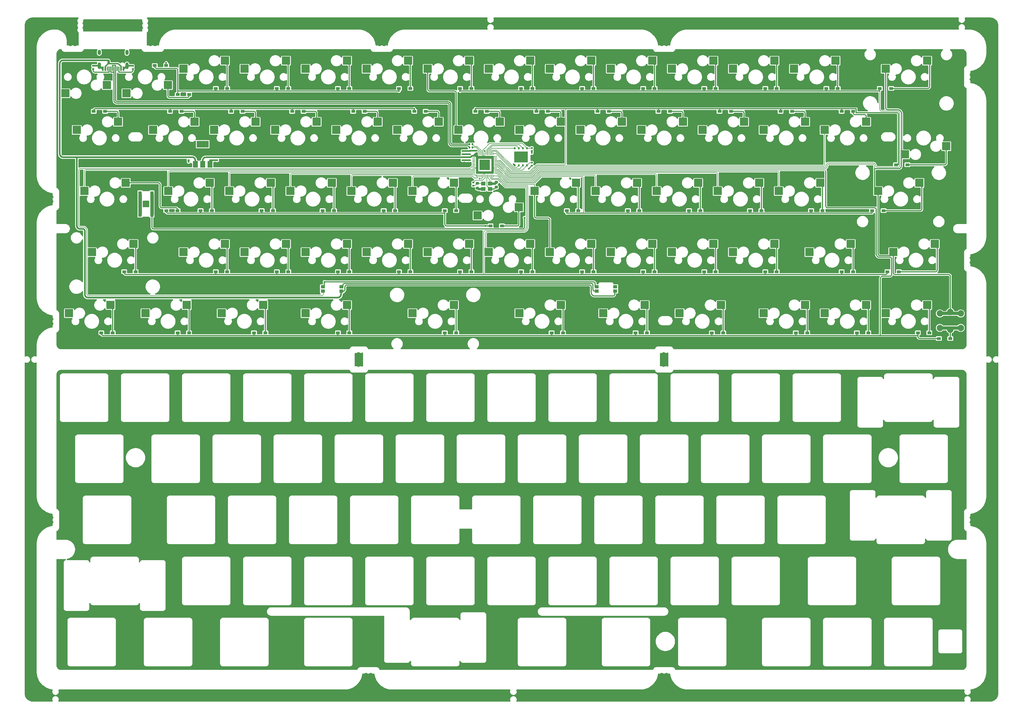
<source format=gbr>
%TF.GenerationSoftware,KiCad,Pcbnew,7.0.1*%
%TF.CreationDate,2025-02-28T05:26:20+09:00*%
%TF.ProjectId,bonyo6x_panel,626f6e79-6f36-4785-9f70-616e656c2e6b,rev?*%
%TF.SameCoordinates,Original*%
%TF.FileFunction,Copper,L2,Bot*%
%TF.FilePolarity,Positive*%
%FSLAX46Y46*%
G04 Gerber Fmt 4.6, Leading zero omitted, Abs format (unit mm)*
G04 Created by KiCad (PCBNEW 7.0.1) date 2025-02-28 05:26:20*
%MOMM*%
%LPD*%
G01*
G04 APERTURE LIST*
G04 Aperture macros list*
%AMRoundRect*
0 Rectangle with rounded corners*
0 $1 Rounding radius*
0 $2 $3 $4 $5 $6 $7 $8 $9 X,Y pos of 4 corners*
0 Add a 4 corners polygon primitive as box body*
4,1,4,$2,$3,$4,$5,$6,$7,$8,$9,$2,$3,0*
0 Add four circle primitives for the rounded corners*
1,1,$1+$1,$2,$3*
1,1,$1+$1,$4,$5*
1,1,$1+$1,$6,$7*
1,1,$1+$1,$8,$9*
0 Add four rect primitives between the rounded corners*
20,1,$1+$1,$2,$3,$4,$5,0*
20,1,$1+$1,$4,$5,$6,$7,0*
20,1,$1+$1,$6,$7,$8,$9,0*
20,1,$1+$1,$8,$9,$2,$3,0*%
G04 Aperture macros list end*
%TA.AperFunction,SMDPad,CuDef*%
%ADD10R,1.300000X0.950000*%
%TD*%
%TA.AperFunction,SMDPad,CuDef*%
%ADD11R,2.550000X2.500000*%
%TD*%
%TA.AperFunction,ComponentPad*%
%ADD12C,2.000000*%
%TD*%
%TA.AperFunction,ComponentPad*%
%ADD13O,2.000000X2.000000*%
%TD*%
%TA.AperFunction,SMDPad,CuDef*%
%ADD14RoundRect,0.140000X-0.170000X0.140000X-0.170000X-0.140000X0.170000X-0.140000X0.170000X0.140000X0*%
%TD*%
%TA.AperFunction,SMDPad,CuDef*%
%ADD15R,1.100000X1.800000*%
%TD*%
%TA.AperFunction,SMDPad,CuDef*%
%ADD16RoundRect,0.140000X0.140000X0.170000X-0.140000X0.170000X-0.140000X-0.170000X0.140000X-0.170000X0*%
%TD*%
%TA.AperFunction,SMDPad,CuDef*%
%ADD17R,1.400000X1.200000*%
%TD*%
%TA.AperFunction,SMDPad,CuDef*%
%ADD18R,1.300000X1.000000*%
%TD*%
%TA.AperFunction,SMDPad,CuDef*%
%ADD19R,0.600000X1.450000*%
%TD*%
%TA.AperFunction,SMDPad,CuDef*%
%ADD20R,0.300000X1.450000*%
%TD*%
%TA.AperFunction,ComponentPad*%
%ADD21O,1.000000X1.600000*%
%TD*%
%TA.AperFunction,ComponentPad*%
%ADD22O,1.000000X2.100000*%
%TD*%
%TA.AperFunction,SMDPad,CuDef*%
%ADD23RoundRect,0.225000X-0.250000X0.225000X-0.250000X-0.225000X0.250000X-0.225000X0.250000X0.225000X0*%
%TD*%
%TA.AperFunction,SMDPad,CuDef*%
%ADD24R,1.500000X2.000000*%
%TD*%
%TA.AperFunction,SMDPad,CuDef*%
%ADD25R,3.800000X2.000000*%
%TD*%
%TA.AperFunction,SMDPad,CuDef*%
%ADD26RoundRect,0.050000X0.387500X0.050000X-0.387500X0.050000X-0.387500X-0.050000X0.387500X-0.050000X0*%
%TD*%
%TA.AperFunction,SMDPad,CuDef*%
%ADD27RoundRect,0.050000X0.050000X0.387500X-0.050000X0.387500X-0.050000X-0.387500X0.050000X-0.387500X0*%
%TD*%
%TA.AperFunction,SMDPad,CuDef*%
%ADD28R,3.200000X3.200000*%
%TD*%
%TA.AperFunction,SMDPad,CuDef*%
%ADD29RoundRect,0.125000X0.125000X-0.250000X0.125000X0.250000X-0.125000X0.250000X-0.125000X-0.250000X0*%
%TD*%
%TA.AperFunction,SMDPad,CuDef*%
%ADD30R,4.300000X3.400000*%
%TD*%
%TA.AperFunction,ViaPad*%
%ADD31C,0.600000*%
%TD*%
%TA.AperFunction,ViaPad*%
%ADD32C,0.500000*%
%TD*%
%TA.AperFunction,Conductor*%
%ADD33C,0.300000*%
%TD*%
%TA.AperFunction,Conductor*%
%ADD34C,0.200000*%
%TD*%
%TA.AperFunction,Conductor*%
%ADD35C,1.000000*%
%TD*%
%TA.AperFunction,Conductor*%
%ADD36C,0.800000*%
%TD*%
%TA.AperFunction,Conductor*%
%ADD37C,0.550000*%
%TD*%
%TA.AperFunction,Conductor*%
%ADD38C,0.500000*%
%TD*%
%TA.AperFunction,Conductor*%
%ADD39C,1.100000*%
%TD*%
%TA.AperFunction,Conductor*%
%ADD40C,0.400000*%
%TD*%
G04 APERTURE END LIST*
D10*
%TO.P,D41,1,K*%
%TO.N,r2*%
X312550264Y-90487576D03*
%TO.P,D41,2,A*%
%TO.N,Net-(D41-A)*%
X316100264Y-90487576D03*
%TD*%
D11*
%TO.P,SW16,1,1*%
%TO.N,c1*%
X88165056Y-65325666D03*
%TO.P,SW16,2,2*%
%TO.N,Net-(D16-A)*%
X101092056Y-62785666D03*
%TD*%
%TO.P,SW57,1,1*%
%TO.N,c2*%
X109596306Y-122475666D03*
%TO.P,SW57,2,2*%
%TO.N,Net-(D57-A)*%
X122523306Y-119935666D03*
%TD*%
D10*
%TO.P,D16,1,K*%
%TO.N,r1*%
X93475080Y-59531300D03*
%TO.P,D16,2,A*%
%TO.N,Net-(D16-A)*%
X97025080Y-59531300D03*
%TD*%
%TO.P,D9,1,K*%
%TO.N,r0*%
X222062688Y-52387544D03*
%TO.P,D9,2,A*%
%TO.N,Net-(D9-A)*%
X225612688Y-52387544D03*
%TD*%
D11*
%TO.P,SW23,1,1*%
%TO.N,c8*%
X221515056Y-65325666D03*
%TO.P,SW23,2,2*%
%TO.N,Net-(D23-A)*%
X234442056Y-62785666D03*
%TD*%
%TO.P,SW6,1,1*%
%TO.N,c5*%
X154840056Y-46275666D03*
%TO.P,SW6,2,2*%
%TO.N,Net-(D6-A)*%
X167767056Y-43735666D03*
%TD*%
D10*
%TO.P,D39,1,K*%
%TO.N,r2*%
X274450232Y-90487576D03*
%TO.P,D39,2,A*%
%TO.N,Net-(D39-A)*%
X278000232Y-90487576D03*
%TD*%
%TO.P,D55,1,K*%
%TO.N,r4*%
X72043812Y-128587608D03*
%TO.P,D55,2,A*%
%TO.N,Net-(D55-A)*%
X75593812Y-128587608D03*
%TD*%
D11*
%TO.P,SW59,1,1*%
%TO.N,c4*%
X169127648Y-122475730D03*
%TO.P,SW59,2,2*%
%TO.N,Net-(D59-A)*%
X182054648Y-119935730D03*
%TD*%
%TO.P,SW31,1,1*%
%TO.N,c2*%
X111977556Y-84375666D03*
%TO.P,SW31,2,2*%
%TO.N,Net-(D31-A)*%
X124904556Y-81835666D03*
%TD*%
%TO.P,SW62,1,1*%
%TO.N,c8*%
X252471468Y-122475730D03*
%TO.P,SW62,2,2*%
%TO.N,Net-(D62-A)*%
X265398468Y-119935730D03*
%TD*%
D10*
%TO.P,D56,1,K*%
%TO.N,r4*%
X95856332Y-128587608D03*
%TO.P,D56,2,A*%
%TO.N,Net-(D56-A)*%
X99406332Y-128587608D03*
%TD*%
%TO.P,D62,1,K*%
%TO.N,r4*%
X262543972Y-128587608D03*
%TO.P,D62,2,A*%
%TO.N,Net-(D62-A)*%
X266093972Y-128587608D03*
%TD*%
D11*
%TO.P,SW1,1,1*%
%TO.N,Net-(D1-A)*%
X73760056Y-51355666D03*
%TO.P,SW1,2,2*%
%TO.N,c0*%
X60833056Y-53895666D03*
%TD*%
D10*
%TO.P,D17,1,K*%
%TO.N,r1*%
X112525096Y-59531300D03*
%TO.P,D17,2,A*%
%TO.N,Net-(D17-A)*%
X116075096Y-59531300D03*
%TD*%
%TO.P,D10,1,K*%
%TO.N,r0*%
X241112704Y-52387544D03*
%TO.P,D10,2,A*%
%TO.N,Net-(D10-A)*%
X244662704Y-52387544D03*
%TD*%
%TO.P,D64,1,K*%
%TO.N,r4*%
X307787760Y-128587608D03*
%TO.P,D64,2,A*%
%TO.N,Net-(D64-A)*%
X311337760Y-128587608D03*
%TD*%
D11*
%TO.P,SW18,1,1*%
%TO.N,c3*%
X126265056Y-65325666D03*
%TO.P,SW18,2,2*%
%TO.N,Net-(D18-A)*%
X139192056Y-62785666D03*
%TD*%
%TO.P,SW32,1,1*%
%TO.N,c3*%
X131027556Y-84375666D03*
%TO.P,SW32,2,2*%
%TO.N,Net-(D32-A)*%
X143954556Y-81835666D03*
%TD*%
D10*
%TO.P,D4,1,K*%
%TO.N,r0*%
X126812608Y-52387544D03*
%TO.P,D4,2,A*%
%TO.N,Net-(D4-A)*%
X130362608Y-52387544D03*
%TD*%
D11*
%TO.P,SW63,1,1*%
%TO.N,c10*%
X278665240Y-122475730D03*
%TO.P,SW63,2,2*%
%TO.N,Net-(D63-A)*%
X291592240Y-119935730D03*
%TD*%
%TO.P,SW49,1,1*%
%TO.N,c7*%
X211990184Y-103425714D03*
%TO.P,SW49,2,2*%
%TO.N,Net-(D49-A)*%
X224917184Y-100885714D03*
%TD*%
D10*
%TO.P,D65,1,K*%
%TO.N,r4*%
X326837776Y-128587608D03*
%TO.P,D65,2,A*%
%TO.N,Net-(D65-A)*%
X330387776Y-128587608D03*
%TD*%
D11*
%TO.P,SW61,1,1*%
%TO.N,c7*%
X228658948Y-122475730D03*
%TO.P,SW61,2,2*%
%TO.N,Net-(D61-A)*%
X241585948Y-119935730D03*
%TD*%
%TO.P,SW45,1,1*%
%TO.N,c3*%
X135790120Y-103425666D03*
%TO.P,SW45,2,2*%
%TO.N,Net-(D45-A)*%
X148717120Y-100885666D03*
%TD*%
D10*
%TO.P,D19,1,K*%
%TO.N,r1*%
X150625128Y-59531300D03*
%TO.P,D19,2,A*%
%TO.N,Net-(D19-A)*%
X154175128Y-59531300D03*
%TD*%
D11*
%TO.P,SW24,1,1*%
%TO.N,c9*%
X240565056Y-65325666D03*
%TO.P,SW24,2,2*%
%TO.N,Net-(D24-A)*%
X253492056Y-62785666D03*
%TD*%
%TO.P,SW51,1,1*%
%TO.N,c9*%
X250090216Y-103425666D03*
%TO.P,SW51,2,2*%
%TO.N,Net-(D51-A)*%
X263017216Y-100885666D03*
%TD*%
D10*
%TO.P,D63,1,K*%
%TO.N,r4*%
X288737744Y-128587608D03*
%TO.P,D63,2,A*%
%TO.N,Net-(D63-A)*%
X292287744Y-128587608D03*
%TD*%
%TO.P,D36,1,K*%
%TO.N,r2*%
X217300184Y-90487576D03*
%TO.P,D36,2,A*%
%TO.N,Net-(D36-A)*%
X220850184Y-90487576D03*
%TD*%
%TO.P,D54,1,K*%
%TO.N,r3*%
X317312768Y-109537592D03*
%TO.P,D54,2,A*%
%TO.N,Net-(D54-A)*%
X320862768Y-109537592D03*
%TD*%
%TO.P,D46,1,K*%
%TO.N,r3*%
X164912640Y-109537592D03*
%TO.P,D46,2,A*%
%TO.N,Net-(D46-A)*%
X168462640Y-109537592D03*
%TD*%
D11*
%TO.P,SW39,1,1*%
%TO.N,c10*%
X264377556Y-84375666D03*
%TO.P,SW39,2,2*%
%TO.N,Net-(D39-A)*%
X277304556Y-81835666D03*
%TD*%
%TO.P,SW19,1,1*%
%TO.N,c4*%
X145315056Y-65325666D03*
%TO.P,SW19,2,2*%
%TO.N,Net-(D19-A)*%
X158242056Y-62785666D03*
%TD*%
%TO.P,SW36,1,1*%
%TO.N,c7*%
X207227556Y-84375666D03*
%TO.P,SW36,2,2*%
%TO.N,Net-(D36-A)*%
X220154556Y-81835666D03*
%TD*%
D10*
%TO.P,D26,1,K*%
%TO.N,r1*%
X283975240Y-59531300D03*
%TO.P,D26,2,A*%
%TO.N,Net-(D26-A)*%
X287525240Y-59531300D03*
%TD*%
%TO.P,D49,1,K*%
%TO.N,r3*%
X222062688Y-109537592D03*
%TO.P,D49,2,A*%
%TO.N,Net-(D49-A)*%
X225612688Y-109537592D03*
%TD*%
D11*
%TO.P,SW53,1,1*%
%TO.N,c11*%
X292952752Y-103425714D03*
%TO.P,SW53,2,2*%
%TO.N,Net-(D53-A)*%
X305879752Y-100885714D03*
%TD*%
D10*
%TO.P,D3,1,K*%
%TO.N,r0*%
X107762592Y-52387544D03*
%TO.P,D3,2,A*%
%TO.N,Net-(D3-A)*%
X111312592Y-52387544D03*
%TD*%
D11*
%TO.P,SW21,1,1*%
%TO.N,c6*%
X183415056Y-65325666D03*
%TO.P,SW21,2,2*%
%TO.N,Net-(D21-A)*%
X196342056Y-62785666D03*
%TD*%
%TO.P,SW11,1,1*%
%TO.N,c10*%
X250090056Y-46275666D03*
%TO.P,SW11,2,2*%
%TO.N,Net-(D11-A)*%
X263017056Y-43735666D03*
%TD*%
%TO.P,SW50,1,1*%
%TO.N,c8*%
X231040200Y-103425714D03*
%TO.P,SW50,2,2*%
%TO.N,Net-(D50-A)*%
X243967200Y-100885714D03*
%TD*%
D10*
%TO.P,D32,1,K*%
%TO.N,r2*%
X141100120Y-90487576D03*
%TO.P,D32,2,A*%
%TO.N,Net-(D32-A)*%
X144650120Y-90487576D03*
%TD*%
%TO.P,D31,1,K*%
%TO.N,r2*%
X122050104Y-90487576D03*
%TO.P,D31,2,A*%
%TO.N,Net-(D31-A)*%
X125600104Y-90487576D03*
%TD*%
%TO.P,D20,1,K*%
%TO.N,r1*%
X169675144Y-59531300D03*
%TO.P,D20,2,A*%
%TO.N,Net-(D20-A)*%
X173225144Y-59531300D03*
%TD*%
D11*
%TO.P,SW20,1,1*%
%TO.N,c5*%
X164365056Y-65325666D03*
%TO.P,SW20,2,2*%
%TO.N,Net-(D20-A)*%
X177292056Y-62785666D03*
%TD*%
D10*
%TO.P,D30,1,K*%
%TO.N,r2*%
X103000088Y-90487576D03*
%TO.P,D30,2,A*%
%TO.N,Net-(D30-A)*%
X106550088Y-90487576D03*
%TD*%
D11*
%TO.P,SW14,1,1*%
%TO.N,c13*%
X316765056Y-46275666D03*
%TO.P,SW14,2,2*%
%TO.N,Net-(D14-A)*%
X329692056Y-43735666D03*
%TD*%
%TO.P,SW47,1,1*%
%TO.N,c5*%
X173890152Y-103425666D03*
%TO.P,SW47,2,2*%
%TO.N,Net-(D47-A)*%
X186817152Y-100885666D03*
%TD*%
D10*
%TO.P,D7,1,K*%
%TO.N,r0*%
X183962656Y-52387544D03*
%TO.P,D7,2,A*%
%TO.N,Net-(D7-A)*%
X187512656Y-52387544D03*
%TD*%
%TO.P,D57,1,K*%
%TO.N,r4*%
X119668852Y-128587608D03*
%TO.P,D57,2,A*%
%TO.N,Net-(D57-A)*%
X123218852Y-128587608D03*
%TD*%
D11*
%TO.P,SW60,1,1*%
%TO.N,c6*%
X202465176Y-122475730D03*
%TO.P,SW60,2,2*%
%TO.N,Net-(D60-A)*%
X215392176Y-119935730D03*
%TD*%
%TO.P,SW41,1,1*%
%TO.N,c13*%
X314383806Y-84375666D03*
%TO.P,SW41,2,2*%
%TO.N,Net-(D41-A)*%
X327310806Y-81835666D03*
%TD*%
D10*
%TO.P,D1,1,K*%
%TO.N,r0*%
X88712576Y-45243788D03*
%TO.P,D1,2,A*%
%TO.N,Net-(D1-A)*%
X92262576Y-45243788D03*
%TD*%
D11*
%TO.P,SW25,1,1*%
%TO.N,c10*%
X259615056Y-65325666D03*
%TO.P,SW25,2,2*%
%TO.N,Net-(D25-A)*%
X272542056Y-62785666D03*
%TD*%
D10*
%TO.P,D47,1,K*%
%TO.N,r3*%
X183962656Y-109537592D03*
%TO.P,D47,2,A*%
%TO.N,Net-(D47-A)*%
X187512656Y-109537592D03*
%TD*%
%TO.P,D61,1,K*%
%TO.N,r4*%
X238731452Y-128587608D03*
%TO.P,D61,2,A*%
%TO.N,Net-(D61-A)*%
X242281452Y-128587608D03*
%TD*%
%TO.P,D52,1,K*%
%TO.N,r3*%
X279212736Y-109537592D03*
%TO.P,D52,2,A*%
%TO.N,Net-(D52-A)*%
X282762736Y-109537592D03*
%TD*%
D11*
%TO.P,SW40,1,1*%
%TO.N,c11*%
X283427556Y-84375666D03*
%TO.P,SW40,2,2*%
%TO.N,Net-(D40-A)*%
X296354556Y-81835666D03*
%TD*%
D10*
%TO.P,D15,1,K*%
%TO.N,r1*%
X69662560Y-59531300D03*
%TO.P,D15,2,A*%
%TO.N,Net-(D15-A)*%
X73212560Y-59531300D03*
%TD*%
%TO.P,D11,1,K*%
%TO.N,r0*%
X260162720Y-52387544D03*
%TO.P,D11,2,A*%
%TO.N,Net-(D11-A)*%
X263712720Y-52387544D03*
%TD*%
%TO.P,D37,1,K*%
%TO.N,r2*%
X236350200Y-90487576D03*
%TO.P,D37,2,A*%
%TO.N,Net-(D37-A)*%
X239900200Y-90487576D03*
%TD*%
D11*
%TO.P,SW46,1,1*%
%TO.N,c4*%
X154840136Y-103425714D03*
%TO.P,SW46,2,2*%
%TO.N,Net-(D46-A)*%
X167767136Y-100885714D03*
%TD*%
D10*
%TO.P,D45,1,K*%
%TO.N,r3*%
X145862624Y-109537592D03*
%TO.P,D45,2,A*%
%TO.N,Net-(D45-A)*%
X149412624Y-109537592D03*
%TD*%
%TO.P,D58,1,K*%
%TO.N,r4*%
X145862686Y-128587672D03*
%TO.P,D58,2,A*%
%TO.N,Net-(D58-A)*%
X149412686Y-128587672D03*
%TD*%
D11*
%TO.P,SW44,1,1*%
%TO.N,c2*%
X116740104Y-103425714D03*
%TO.P,SW44,2,2*%
%TO.N,Net-(D44-A)*%
X129667104Y-100885714D03*
%TD*%
D10*
%TO.P,D48,1,K*%
%TO.N,r3*%
X203012672Y-109537592D03*
%TO.P,D48,2,A*%
%TO.N,Net-(D48-A)*%
X206562672Y-109537592D03*
%TD*%
D11*
%TO.P,SW13,1,1*%
%TO.N,c12*%
X288190056Y-46275666D03*
%TO.P,SW13,2,2*%
%TO.N,Net-(D13-A)*%
X301117056Y-43735666D03*
%TD*%
%TO.P,SW30,1,1*%
%TO.N,c1*%
X92927556Y-84375698D03*
%TO.P,SW30,2,2*%
%TO.N,Net-(D30-A)*%
X105854556Y-81835698D03*
%TD*%
D10*
%TO.P,D22,1,K*%
%TO.N,r1*%
X207775176Y-59531300D03*
%TO.P,D22,2,A*%
%TO.N,Net-(D22-A)*%
X211325176Y-59531300D03*
%TD*%
D11*
%TO.P,SW17,1,1*%
%TO.N,c2*%
X107215056Y-65325666D03*
%TO.P,SW17,2,2*%
%TO.N,Net-(D17-A)*%
X120142056Y-62785666D03*
%TD*%
D10*
%TO.P,D44,1,K*%
%TO.N,r3*%
X126812608Y-109537592D03*
%TO.P,D44,2,A*%
%TO.N,Net-(D44-A)*%
X130362608Y-109537592D03*
%TD*%
%TO.P,D2,1,K*%
%TO.N,r0*%
X95856332Y-54315666D03*
%TO.P,D2,2,A*%
%TO.N,Net-(D2-A)*%
X99406332Y-54315666D03*
%TD*%
%TO.P,D23,1,K*%
%TO.N,r1*%
X226825192Y-59531300D03*
%TO.P,D23,2,A*%
%TO.N,Net-(D23-A)*%
X230375192Y-59531300D03*
%TD*%
D11*
%TO.P,SW54,1,1*%
%TO.N,c13*%
X319146306Y-103425666D03*
%TO.P,SW54,2,2*%
%TO.N,Net-(D54-A)*%
X332073306Y-100885666D03*
%TD*%
%TO.P,SW2,1,1*%
%TO.N,Net-(D2-A)*%
X92810056Y-51355666D03*
%TO.P,SW2,2,2*%
%TO.N,c1*%
X79883056Y-53895666D03*
%TD*%
%TO.P,SW29,1,1*%
%TO.N,c0*%
X66733806Y-84375698D03*
%TO.P,SW29,2,2*%
%TO.N,Net-(D29-A)*%
X79660806Y-81835698D03*
%TD*%
D10*
%TO.P,D42,1,K*%
%TO.N,r3*%
X79187568Y-109537592D03*
%TO.P,D42,2,A*%
%TO.N,Net-(D42-A)*%
X82737568Y-109537592D03*
%TD*%
%TO.P,D14,1,K*%
%TO.N,r0*%
X314931516Y-52387544D03*
%TO.P,D14,2,A*%
%TO.N,Net-(D14-A)*%
X318481516Y-52387544D03*
%TD*%
%TO.P,D35,1,K*%
%TO.N,r2*%
X193487664Y-95250080D03*
%TO.P,D35,2,A*%
%TO.N,Net-(D35-A)*%
X197037664Y-95250080D03*
%TD*%
D11*
%TO.P,SW65,1,1*%
%TO.N,c12*%
X316765272Y-122475666D03*
%TO.P,SW65,2,2*%
%TO.N,Net-(D65-A)*%
X329692272Y-119935666D03*
%TD*%
D10*
%TO.P,D27,1,K*%
%TO.N,r1*%
X303025256Y-59531300D03*
%TO.P,D27,2,A*%
%TO.N,Net-(D27-A)*%
X306575256Y-59531300D03*
%TD*%
D11*
%TO.P,SW52,1,1*%
%TO.N,c10*%
X269140232Y-103425714D03*
%TO.P,SW52,2,2*%
%TO.N,Net-(D52-A)*%
X282067232Y-100885714D03*
%TD*%
D10*
%TO.P,D18,1,K*%
%TO.N,r1*%
X131575112Y-59531300D03*
%TO.P,D18,2,A*%
%TO.N,Net-(D18-A)*%
X135125112Y-59531300D03*
%TD*%
D11*
%TO.P,SW10,1,1*%
%TO.N,c9*%
X231040056Y-46275666D03*
%TO.P,SW10,2,2*%
%TO.N,Net-(D10-A)*%
X243967056Y-43735666D03*
%TD*%
D10*
%TO.P,D24,1,K*%
%TO.N,r1*%
X245875208Y-59531300D03*
%TO.P,D24,2,A*%
%TO.N,Net-(D24-A)*%
X249425208Y-59531300D03*
%TD*%
D11*
%TO.P,SW9,1,1*%
%TO.N,c8*%
X211990056Y-46275666D03*
%TO.P,SW9,2,2*%
%TO.N,Net-(D9-A)*%
X224917056Y-43735666D03*
%TD*%
D10*
%TO.P,D25,1,K*%
%TO.N,r1*%
X264925224Y-59531300D03*
%TO.P,D25,2,A*%
%TO.N,Net-(D25-A)*%
X268475224Y-59531300D03*
%TD*%
D11*
%TO.P,SW55,1,1*%
%TO.N,c0*%
X61971306Y-122475666D03*
%TO.P,SW55,2,2*%
%TO.N,Net-(D55-A)*%
X74898306Y-119935666D03*
%TD*%
%TO.P,SW42,1,1*%
%TO.N,c0*%
X69115064Y-103425714D03*
%TO.P,SW42,2,2*%
%TO.N,Net-(D42-A)*%
X82042064Y-100885714D03*
%TD*%
%TO.P,SW35,1,1*%
%TO.N,Net-(D35-A)*%
X202347556Y-89455666D03*
%TO.P,SW35,2,2*%
%TO.N,c6*%
X189420556Y-91995666D03*
%TD*%
%TO.P,SW43,1,1*%
%TO.N,c1*%
X97690088Y-103425714D03*
%TO.P,SW43,2,2*%
%TO.N,Net-(D43-A)*%
X110617088Y-100885714D03*
%TD*%
%TO.P,SW5,1,1*%
%TO.N,c4*%
X135790056Y-46275666D03*
%TO.P,SW5,2,2*%
%TO.N,Net-(D5-A)*%
X148717056Y-43735666D03*
%TD*%
D10*
%TO.P,D66,1,K*%
%TO.N,r4*%
X333386219Y-130373547D03*
%TO.P,D66,2,A*%
%TO.N,Net-(D66-A)*%
X336936219Y-130373547D03*
%TD*%
D12*
%TO.P,SW_tact1,1,1*%
%TO.N,c13*%
X333697158Y-122565666D03*
D13*
X336947158Y-122065666D03*
D12*
X340197158Y-122565666D03*
%TO.P,SW_tact1,2,2*%
%TO.N,Net-(D66-A)*%
X333697158Y-127065666D03*
D13*
X336947158Y-127565666D03*
D12*
X340197158Y-127065666D03*
%TD*%
D11*
%TO.P,SW26,1,1*%
%TO.N,c11*%
X278665056Y-65325666D03*
%TO.P,SW26,2,2*%
%TO.N,Net-(D26-A)*%
X291592056Y-62785666D03*
%TD*%
%TO.P,SW64,1,1*%
%TO.N,c11*%
X297715256Y-122475730D03*
%TO.P,SW64,2,2*%
%TO.N,Net-(D64-A)*%
X310642256Y-119935730D03*
%TD*%
D10*
%TO.P,D5,1,K*%
%TO.N,r0*%
X145862624Y-52387544D03*
%TO.P,D5,2,A*%
%TO.N,Net-(D5-A)*%
X149412624Y-52387544D03*
%TD*%
%TO.P,D51,1,K*%
%TO.N,r3*%
X260162720Y-109537592D03*
%TO.P,D51,2,A*%
%TO.N,Net-(D51-A)*%
X263712720Y-109537592D03*
%TD*%
%TO.P,D12,1,K*%
%TO.N,r0*%
X279212736Y-52387544D03*
%TO.P,D12,2,A*%
%TO.N,Net-(D12-A)*%
X282762736Y-52387544D03*
%TD*%
D11*
%TO.P,SW58,1,1*%
%TO.N,c3*%
X135790120Y-122475730D03*
%TO.P,SW58,2,2*%
%TO.N,Net-(D58-A)*%
X148717120Y-119935730D03*
%TD*%
%TO.P,SW27,1,1*%
%TO.N,c12*%
X297715056Y-65325666D03*
%TO.P,SW27,2,2*%
%TO.N,Net-(D27-A)*%
X310642056Y-62785666D03*
%TD*%
%TO.P,SW12,1,1*%
%TO.N,c11*%
X269140056Y-46275666D03*
%TO.P,SW12,2,2*%
%TO.N,Net-(D12-A)*%
X282067056Y-43735666D03*
%TD*%
D10*
%TO.P,D6,1,K*%
%TO.N,r0*%
X164912640Y-52387544D03*
%TO.P,D6,2,A*%
%TO.N,Net-(D6-A)*%
X168462640Y-52387544D03*
%TD*%
D11*
%TO.P,SW22,1,1*%
%TO.N,c7*%
X202465056Y-65325666D03*
%TO.P,SW22,2,2*%
%TO.N,Net-(D22-A)*%
X215392056Y-62785666D03*
%TD*%
%TO.P,SW37,1,1*%
%TO.N,c8*%
X226277556Y-84375666D03*
%TO.P,SW37,2,2*%
%TO.N,Net-(D37-A)*%
X239204556Y-81835666D03*
%TD*%
%TO.P,SW48,1,1*%
%TO.N,c6*%
X192940168Y-103425666D03*
%TO.P,SW48,2,2*%
%TO.N,Net-(D48-A)*%
X205867168Y-100885666D03*
%TD*%
%TO.P,SW3,1,1*%
%TO.N,c2*%
X97690056Y-46275666D03*
%TO.P,SW3,2,2*%
%TO.N,Net-(D3-A)*%
X110617056Y-43735666D03*
%TD*%
D10*
%TO.P,D60,1,K*%
%TO.N,r4*%
X212537680Y-128587608D03*
%TO.P,D60,2,A*%
%TO.N,Net-(D60-A)*%
X216087680Y-128587608D03*
%TD*%
%TO.P,D43,1,K*%
%TO.N,r3*%
X107762592Y-109537592D03*
%TO.P,D43,2,A*%
%TO.N,Net-(D43-A)*%
X111312592Y-109537592D03*
%TD*%
%TO.P,D29,1,K*%
%TO.N,r2*%
X92284454Y-90487576D03*
%TO.P,D29,2,A*%
%TO.N,Net-(D29-A)*%
X95834454Y-90487576D03*
%TD*%
%TO.P,D8,1,K*%
%TO.N,r0*%
X203012672Y-52387544D03*
%TO.P,D8,2,A*%
%TO.N,Net-(D8-A)*%
X206562672Y-52387544D03*
%TD*%
D11*
%TO.P,SW7,1,1*%
%TO.N,c6*%
X173890056Y-46275666D03*
%TO.P,SW7,2,2*%
%TO.N,Net-(D7-A)*%
X186817056Y-43735666D03*
%TD*%
%TO.P,SW4,1,1*%
%TO.N,c3*%
X116740056Y-46275666D03*
%TO.P,SW4,2,2*%
%TO.N,Net-(D4-A)*%
X129667056Y-43735666D03*
%TD*%
D10*
%TO.P,D38,1,K*%
%TO.N,r2*%
X255400216Y-90487576D03*
%TO.P,D38,2,A*%
%TO.N,Net-(D38-A)*%
X258950216Y-90487576D03*
%TD*%
D11*
%TO.P,SW8,1,1*%
%TO.N,c7*%
X192940056Y-46275666D03*
%TO.P,SW8,2,2*%
%TO.N,Net-(D8-A)*%
X205867056Y-43735666D03*
%TD*%
%TO.P,SW56,1,1*%
%TO.N,c1*%
X85783806Y-122475666D03*
%TO.P,SW56,2,2*%
%TO.N,Net-(D56-A)*%
X98710806Y-119935666D03*
%TD*%
D10*
%TO.P,D59,1,K*%
%TO.N,r4*%
X179200152Y-128587608D03*
%TO.P,D59,2,A*%
%TO.N,Net-(D59-A)*%
X182750152Y-128587608D03*
%TD*%
D11*
%TO.P,SW34,1,1*%
%TO.N,c5*%
X169127556Y-84375666D03*
%TO.P,SW34,2,2*%
%TO.N,Net-(D34-A)*%
X182054556Y-81835666D03*
%TD*%
D10*
%TO.P,D33,1,K*%
%TO.N,r2*%
X160150136Y-90487576D03*
%TO.P,D33,2,A*%
%TO.N,Net-(D33-A)*%
X163700136Y-90487576D03*
%TD*%
D11*
%TO.P,SW15,1,1*%
%TO.N,c0*%
X64352556Y-65325666D03*
%TO.P,SW15,2,2*%
%TO.N,Net-(D15-A)*%
X77279556Y-62785666D03*
%TD*%
%TO.P,SW33,1,1*%
%TO.N,c4*%
X150077556Y-84375666D03*
%TO.P,SW33,2,2*%
%TO.N,Net-(D33-A)*%
X163004556Y-81835666D03*
%TD*%
D10*
%TO.P,D53,1,K*%
%TO.N,r3*%
X303025256Y-109537592D03*
%TO.P,D53,2,A*%
%TO.N,Net-(D53-A)*%
X306575256Y-109537592D03*
%TD*%
%TO.P,D28,1,K*%
%TO.N,r1*%
X320000056Y-76200064D03*
%TO.P,D28,2,A*%
%TO.N,Net-(D28-A)*%
X323550056Y-76200064D03*
%TD*%
%TO.P,D13,1,K*%
%TO.N,r0*%
X298262752Y-52387544D03*
%TO.P,D13,2,A*%
%TO.N,Net-(D13-A)*%
X301812752Y-52387544D03*
%TD*%
%TO.P,D50,1,K*%
%TO.N,r3*%
X241112704Y-109537592D03*
%TO.P,D50,2,A*%
%TO.N,Net-(D50-A)*%
X244662704Y-109537592D03*
%TD*%
%TO.P,D40,1,K*%
%TO.N,r2*%
X293500248Y-90487576D03*
%TO.P,D40,2,A*%
%TO.N,Net-(D40-A)*%
X297050248Y-90487576D03*
%TD*%
%TO.P,D34,1,K*%
%TO.N,r2*%
X179200152Y-90487576D03*
%TO.P,D34,2,A*%
%TO.N,Net-(D34-A)*%
X182750152Y-90487576D03*
%TD*%
%TO.P,D21,1,K*%
%TO.N,r1*%
X188725160Y-59531300D03*
%TO.P,D21,2,A*%
%TO.N,Net-(D21-A)*%
X192275160Y-59531300D03*
%TD*%
D11*
%TO.P,SW38,1,1*%
%TO.N,c9*%
X245327556Y-84375666D03*
%TO.P,SW38,2,2*%
%TO.N,Net-(D38-A)*%
X258254556Y-81835666D03*
%TD*%
%TO.P,SW28,1,1*%
%TO.N,Net-(D28-A)*%
X335697556Y-70405666D03*
%TO.P,SW28,2,2*%
%TO.N,c13*%
X322770556Y-72945666D03*
%TD*%
D14*
%TO.P,C1,1*%
%TO.N,+5V*%
X99275056Y-73835666D03*
%TO.P,C1,2*%
%TO.N,GND*%
X99275056Y-74795666D03*
%TD*%
%TO.P,R1,1*%
%TO.N,GND*%
X69475056Y-45335666D03*
%TO.P,R1,2*%
%TO.N,Net-(J1-CC1)*%
X69475056Y-46295666D03*
%TD*%
%TO.P,C5,1*%
%TO.N,+3V3*%
X184775056Y-73835666D03*
%TO.P,C5,2*%
%TO.N,GND*%
X184775056Y-74795666D03*
%TD*%
%TO.P,C9,1*%
%TO.N,+3V3*%
X206375056Y-70935666D03*
%TO.P,C9,2*%
%TO.N,GND*%
X206375056Y-71895666D03*
%TD*%
D15*
%TO.P,SW_boot1,1,1*%
%TO.N,/~{USB_BOOT}*%
X87825056Y-91515666D03*
X87825056Y-85315666D03*
%TO.P,SW_boot1,2,2*%
%TO.N,GND*%
X84125056Y-91515666D03*
X84125056Y-85315666D03*
%TD*%
D14*
%TO.P,C8,1*%
%TO.N,+1V1*%
X186975056Y-71935666D03*
%TO.P,C8,2*%
%TO.N,GND*%
X186975056Y-72895666D03*
%TD*%
D16*
%TO.P,R4,1*%
%TO.N,Net-(U2-USB_DM)*%
X187855056Y-70815666D03*
%TO.P,R4,2*%
%TO.N,/USB_D-*%
X186895056Y-70815666D03*
%TD*%
D17*
%TO.P,Y1,1,1*%
%TO.N,/XIN*%
X193375056Y-83765666D03*
%TO.P,Y1,2,2*%
%TO.N,GND*%
X191175056Y-83765666D03*
%TO.P,Y1,3,3*%
%TO.N,Net-(C11-Pad1)*%
X191175056Y-82065666D03*
%TO.P,Y1,4,4*%
%TO.N,GND*%
X193375056Y-82065666D03*
%TD*%
D18*
%TO.P,LED2,1,VDD*%
%TO.N,+5V*%
X232394060Y-115595409D03*
%TO.P,LED2,2,DOUT*%
%TO.N,unconnected-(LED2-DOUT-Pad2)*%
X232394060Y-114195409D03*
%TO.P,LED2,3,VSS*%
%TO.N,GND*%
X226594060Y-114195409D03*
%TO.P,LED2,4,DIN*%
%TO.N,Net-(LED1-DOUT)*%
X226594060Y-115595409D03*
%TD*%
D19*
%TO.P,J1,A1,GND*%
%TO.N,GND*%
X72477556Y-46260666D03*
%TO.P,J1,A4,VBUS*%
%TO.N,+5V*%
X73277556Y-46260666D03*
D20*
%TO.P,J1,A5,CC1*%
%TO.N,Net-(J1-CC1)*%
X74477556Y-46260666D03*
%TO.P,J1,A6,D+*%
%TO.N,/USB_D+*%
X75477556Y-46260666D03*
%TO.P,J1,A7,D-*%
%TO.N,/USB_D-*%
X75977556Y-46260666D03*
%TO.P,J1,A8,SBU1*%
%TO.N,unconnected-(J1-SBU1-PadA8)*%
X76977556Y-46260666D03*
D19*
%TO.P,J1,A9,VBUS*%
%TO.N,+5V*%
X78177556Y-46260666D03*
%TO.P,J1,A12,GND*%
%TO.N,GND*%
X78977556Y-46260666D03*
%TO.P,J1,B1,GND*%
X78977556Y-46260666D03*
%TO.P,J1,B4,VBUS*%
%TO.N,+5V*%
X78177556Y-46260666D03*
D20*
%TO.P,J1,B5,CC2*%
%TO.N,Net-(J1-CC2)*%
X77477556Y-46260666D03*
%TO.P,J1,B6,D+*%
%TO.N,/USB_D+*%
X76477556Y-46260666D03*
%TO.P,J1,B7,D-*%
%TO.N,/USB_D-*%
X74977556Y-46260666D03*
%TO.P,J1,B8,SBU2*%
%TO.N,unconnected-(J1-SBU2-PadB8)*%
X73977556Y-46260666D03*
D19*
%TO.P,J1,B9,VBUS*%
%TO.N,+5V*%
X73277556Y-46260666D03*
%TO.P,J1,B12,GND*%
%TO.N,GND*%
X72477556Y-46260666D03*
D21*
%TO.P,J1,S1,SHIELD*%
X71407556Y-41165666D03*
D22*
X71407556Y-45345666D03*
D21*
X80047556Y-41165666D03*
D22*
X80047556Y-45345666D03*
%TD*%
D14*
%TO.P,C6,1*%
%TO.N,+3V3*%
X185875056Y-73835666D03*
%TO.P,C6,2*%
%TO.N,GND*%
X185875056Y-74795666D03*
%TD*%
D23*
%TO.P,C11,1*%
%TO.N,Net-(C11-Pad1)*%
X189375056Y-81940666D03*
%TO.P,C11,2*%
%TO.N,GND*%
X189375056Y-83490666D03*
%TD*%
D14*
%TO.P,C7,1*%
%TO.N,+3V3*%
X186975056Y-73835666D03*
%TO.P,C7,2*%
%TO.N,GND*%
X186975056Y-74795666D03*
%TD*%
D16*
%TO.P,R3,1*%
%TO.N,Net-(U2-USB_DP)*%
X187855056Y-69815666D03*
%TO.P,R3,2*%
%TO.N,/USB_D+*%
X186895056Y-69815666D03*
%TD*%
D14*
%TO.P,C4,1*%
%TO.N,+1V1*%
X185875056Y-71935666D03*
%TO.P,C4,2*%
%TO.N,GND*%
X185875056Y-72895666D03*
%TD*%
%TO.P,R6,1*%
%TO.N,/XOUT*%
X188075056Y-81735666D03*
%TO.P,R6,2*%
%TO.N,Net-(C11-Pad1)*%
X188075056Y-82695666D03*
%TD*%
D24*
%TO.P,U1,1,GND*%
%TO.N,GND*%
X105975056Y-76065666D03*
%TO.P,U1,2,VO*%
%TO.N,+3V3*%
X103675056Y-76065666D03*
%TO.P,U1,3,VI*%
%TO.N,+5V*%
X101375056Y-76065666D03*
D25*
%TO.P,U1,4*%
%TO.N,N/C*%
X103675056Y-69765666D03*
%TD*%
D26*
%TO.P,U2,1,IOVDD*%
%TO.N,+3V3*%
X195112556Y-73615666D03*
%TO.P,U2,2,GPIO0*%
%TO.N,unconnected-(U2-GPIO0-Pad2)*%
X195112556Y-74015666D03*
%TO.P,U2,3,GPIO1*%
%TO.N,unconnected-(U2-GPIO1-Pad3)*%
X195112556Y-74415666D03*
%TO.P,U2,4,GPIO2*%
%TO.N,r1*%
X195112556Y-74815666D03*
%TO.P,U2,5,GPIO3*%
%TO.N,c12*%
X195112556Y-75215666D03*
%TO.P,U2,6,GPIO4*%
%TO.N,r0*%
X195112556Y-75615666D03*
%TO.P,U2,7,GPIO5*%
%TO.N,c13*%
X195112556Y-76015666D03*
%TO.P,U2,8,GPIO6*%
%TO.N,r4*%
X195112556Y-76415666D03*
%TO.P,U2,9,GPIO7*%
%TO.N,c11*%
X195112556Y-76815666D03*
%TO.P,U2,10,IOVDD*%
%TO.N,+3V3*%
X195112556Y-77215666D03*
%TO.P,U2,11,GPIO8*%
%TO.N,c10*%
X195112556Y-77615666D03*
%TO.P,U2,12,GPIO9*%
%TO.N,c9*%
X195112556Y-78015666D03*
%TO.P,U2,13,GPIO10*%
%TO.N,c8*%
X195112556Y-78415666D03*
%TO.P,U2,14,GPIO11*%
%TO.N,r2*%
X195112556Y-78815666D03*
D27*
%TO.P,U2,15,GPIO12*%
%TO.N,c7*%
X194275056Y-79653166D03*
%TO.P,U2,16,GPIO13*%
%TO.N,c6*%
X193875056Y-79653166D03*
%TO.P,U2,17,GPIO14*%
%TO.N,r3*%
X193475056Y-79653166D03*
%TO.P,U2,18,GPIO15*%
%TO.N,unconnected-(U2-GPIO15-Pad18)*%
X193075056Y-79653166D03*
%TO.P,U2,19,TESTEN*%
%TO.N,GND*%
X192675056Y-79653166D03*
%TO.P,U2,20,XIN*%
%TO.N,/XIN*%
X192275056Y-79653166D03*
%TO.P,U2,21,XOUT*%
%TO.N,/XOUT*%
X191875056Y-79653166D03*
%TO.P,U2,22,IOVDD*%
%TO.N,+3V3*%
X191475056Y-79653166D03*
%TO.P,U2,23,DVDD*%
%TO.N,+1V1*%
X191075056Y-79653166D03*
%TO.P,U2,24,SWCLK*%
%TO.N,unconnected-(U2-SWCLK-Pad24)*%
X190675056Y-79653166D03*
%TO.P,U2,25,SWD*%
%TO.N,unconnected-(U2-SWD-Pad25)*%
X190275056Y-79653166D03*
%TO.P,U2,26,RUN*%
%TO.N,unconnected-(U2-RUN-Pad26)*%
X189875056Y-79653166D03*
%TO.P,U2,27,GPIO16*%
%TO.N,c5*%
X189475056Y-79653166D03*
%TO.P,U2,28,GPIO17*%
%TO.N,c4*%
X189075056Y-79653166D03*
D26*
%TO.P,U2,29,GPIO18*%
%TO.N,c3*%
X188237556Y-78815666D03*
%TO.P,U2,30,GPIO19*%
%TO.N,c2*%
X188237556Y-78415666D03*
%TO.P,U2,31,GPIO20*%
%TO.N,c1*%
X188237556Y-78015666D03*
%TO.P,U2,32,GPIO21*%
%TO.N,c0*%
X188237556Y-77615666D03*
%TO.P,U2,33,IOVDD*%
%TO.N,+3V3*%
X188237556Y-77215666D03*
%TO.P,U2,34,GPIO22*%
%TO.N,LED*%
X188237556Y-76815666D03*
%TO.P,U2,35,GPIO23*%
%TO.N,unconnected-(U2-GPIO23-Pad35)*%
X188237556Y-76415666D03*
%TO.P,U2,36,GPIO24*%
%TO.N,unconnected-(U2-GPIO24-Pad36)*%
X188237556Y-76015666D03*
%TO.P,U2,37,GPIO25*%
%TO.N,unconnected-(U2-GPIO25-Pad37)*%
X188237556Y-75615666D03*
%TO.P,U2,38,GPIO26_ADC0*%
%TO.N,unconnected-(U2-GPIO26_ADC0-Pad38)*%
X188237556Y-75215666D03*
%TO.P,U2,39,GPIO27_ADC1*%
%TO.N,unconnected-(U2-GPIO27_ADC1-Pad39)*%
X188237556Y-74815666D03*
%TO.P,U2,40,GPIO28_ADC2*%
%TO.N,unconnected-(U2-GPIO28_ADC2-Pad40)*%
X188237556Y-74415666D03*
%TO.P,U2,41,GPIO29_ADC3*%
%TO.N,unconnected-(U2-GPIO29_ADC3-Pad41)*%
X188237556Y-74015666D03*
%TO.P,U2,42,IOVDD*%
%TO.N,+3V3*%
X188237556Y-73615666D03*
D27*
%TO.P,U2,43,ADC_AVDD*%
X189075056Y-72778166D03*
%TO.P,U2,44,VREG_IN*%
X189475056Y-72778166D03*
%TO.P,U2,45,VREG_VOUT*%
%TO.N,+1V1*%
X189875056Y-72778166D03*
%TO.P,U2,46,USB_DM*%
%TO.N,Net-(U2-USB_DM)*%
X190275056Y-72778166D03*
%TO.P,U2,47,USB_DP*%
%TO.N,Net-(U2-USB_DP)*%
X190675056Y-72778166D03*
%TO.P,U2,48,USB_VDD*%
%TO.N,+3V3*%
X191075056Y-72778166D03*
%TO.P,U2,49,IOVDD*%
X191475056Y-72778166D03*
%TO.P,U2,50,DVDD*%
%TO.N,+1V1*%
X191875056Y-72778166D03*
%TO.P,U2,51,QSPI_SD3*%
%TO.N,/QSPI_SD3*%
X192275056Y-72778166D03*
%TO.P,U2,52,QSPI_SCLK*%
%TO.N,/QSPI_SCLK*%
X192675056Y-72778166D03*
%TO.P,U2,53,QSPI_SD0*%
%TO.N,/QSPI_SD0*%
X193075056Y-72778166D03*
%TO.P,U2,54,QSPI_SD2*%
%TO.N,/QSPI_SD2*%
X193475056Y-72778166D03*
%TO.P,U2,55,QSPI_SD1*%
%TO.N,/QSPI_SD1*%
X193875056Y-72778166D03*
%TO.P,U2,56,QSPI_SS*%
%TO.N,/QSPI_SS*%
X194275056Y-72778166D03*
D28*
%TO.P,U2,57,GND*%
%TO.N,GND*%
X191675056Y-76215666D03*
%TD*%
D14*
%TO.P,R5,1*%
%TO.N,/QSPI_SS*%
X206375056Y-75535666D03*
%TO.P,R5,2*%
%TO.N,/~{USB_BOOT}*%
X206375056Y-76495666D03*
%TD*%
%TO.P,C2,1*%
%TO.N,+3V3*%
X108175056Y-73835666D03*
%TO.P,C2,2*%
%TO.N,GND*%
X108175056Y-74795666D03*
%TD*%
D29*
%TO.P,U3,1,~{CS}*%
%TO.N,/QSPI_SS*%
X204880056Y-76415666D03*
%TO.P,U3,2,DO(IO1)*%
%TO.N,/QSPI_SD1*%
X203610056Y-76415666D03*
%TO.P,U3,3,IO2*%
%TO.N,/QSPI_SD2*%
X202340056Y-76415666D03*
%TO.P,U3,4,GND*%
%TO.N,GND*%
X201070056Y-76415666D03*
%TO.P,U3,5,DI(IO0)*%
%TO.N,/QSPI_SD0*%
X201070056Y-71015666D03*
%TO.P,U3,6,CLK*%
%TO.N,/QSPI_SCLK*%
X202340056Y-71015666D03*
%TO.P,U3,7,IO3*%
%TO.N,/QSPI_SD3*%
X203610056Y-71015666D03*
%TO.P,U3,8,VCC*%
%TO.N,+3V3*%
X204880056Y-71015666D03*
D30*
%TO.P,U3,9*%
%TO.N,N/C*%
X202975056Y-73715666D03*
%TD*%
D14*
%TO.P,C3,1*%
%TO.N,+1V1*%
X184775056Y-71935666D03*
%TO.P,C3,2*%
%TO.N,GND*%
X184775056Y-72895666D03*
%TD*%
D18*
%TO.P,LED1,1,VDD*%
%TO.N,+5V*%
X146965746Y-115595409D03*
%TO.P,LED1,2,DOUT*%
%TO.N,Net-(LED1-DOUT)*%
X146965746Y-114195409D03*
%TO.P,LED1,3,VSS*%
%TO.N,GND*%
X141165746Y-114195409D03*
%TO.P,LED1,4,DIN*%
%TO.N,LED*%
X141165746Y-115595409D03*
%TD*%
D23*
%TO.P,C10,1*%
%TO.N,GND*%
X195275056Y-81640666D03*
%TO.P,C10,2*%
%TO.N,/XIN*%
X195275056Y-83190666D03*
%TD*%
D14*
%TO.P,R2,1*%
%TO.N,GND*%
X81875056Y-45335666D03*
%TO.P,R2,2*%
%TO.N,Net-(J1-CC2)*%
X81875056Y-46295666D03*
%TD*%
D31*
%TO.N,c10*%
X278665056Y-122475666D03*
X250090056Y-46275666D03*
X259615056Y-65325666D03*
X269140232Y-103425714D03*
X264377556Y-84375666D03*
%TO.N,c9*%
X250090216Y-103425666D03*
X231040056Y-46275666D03*
X240565056Y-65325666D03*
X245327556Y-84375666D03*
%TO.N,c0*%
X64352556Y-65325666D03*
X61375056Y-122515666D03*
X69115064Y-103425714D03*
X66733806Y-84375698D03*
X60833056Y-53895666D03*
%TO.N,Net-(D1-A)*%
X73760056Y-51355666D03*
X92262576Y-44415666D03*
%TO.N,c12*%
X297715056Y-65325666D03*
X288190056Y-46275666D03*
X316765272Y-122475666D03*
D32*
%TO.N,r1*%
X188725160Y-58706292D03*
X169675144Y-58706300D03*
D31*
%TO.N,r0*%
X183962656Y-53203266D03*
X164912640Y-53215666D03*
%TO.N,r2*%
X191875056Y-95250080D03*
D32*
X217300184Y-91315666D03*
D31*
%TO.N,GND*%
X186375056Y-74795666D03*
X105975056Y-74815666D03*
X200672556Y-76018166D03*
X190875056Y-75415666D03*
X192475056Y-75415666D03*
X190175056Y-83765666D03*
X141675056Y-112695409D03*
X194475056Y-82065666D03*
X99275056Y-75315666D03*
X192475056Y-77015666D03*
X206375056Y-72515666D03*
X186375056Y-72895666D03*
X190875056Y-77015666D03*
X84125056Y-88415666D03*
%TO.N,+1V1*%
X189107307Y-71791166D03*
X191675557Y-71862177D03*
D32*
X190047951Y-80524812D03*
D31*
%TO.N,/~{USB_BOOT}*%
X204075056Y-92715666D03*
X205475056Y-77415666D03*
%TO.N,c8*%
X211990056Y-46275666D03*
X226277556Y-84375666D03*
X221515056Y-65325666D03*
X252471468Y-122475730D03*
X231040200Y-103425714D03*
%TO.N,c7*%
X202465056Y-65325666D03*
X207227556Y-84375666D03*
X228658806Y-122475666D03*
X211990184Y-103425714D03*
D32*
X192940056Y-46275666D03*
D31*
%TO.N,c6*%
X202465176Y-122475730D03*
X189420556Y-91995666D03*
X182775056Y-65315666D03*
X191964668Y-103515666D03*
%TO.N,c5*%
X164365056Y-65325666D03*
X169127556Y-84375666D03*
X173890152Y-103425666D03*
X154840056Y-46275666D03*
%TO.N,c4*%
X154840136Y-103425714D03*
X150077556Y-84375666D03*
X169068892Y-122634478D03*
X135790056Y-46275666D03*
X145315056Y-65325666D03*
%TO.N,c3*%
X131027556Y-84375666D03*
X116740056Y-46275666D03*
X126265056Y-65325666D03*
X135790120Y-122475730D03*
X135790120Y-103425666D03*
%TO.N,c2*%
X109596306Y-122475666D03*
X107215056Y-65325666D03*
X111977556Y-84375666D03*
X97690056Y-46275666D03*
X116740104Y-103425714D03*
%TO.N,c1*%
X88165056Y-65325666D03*
X97690088Y-103425714D03*
X84875056Y-122515666D03*
X79883056Y-53895666D03*
X92927556Y-84375698D03*
%TO.N,c11*%
X292952556Y-103425666D03*
X283427556Y-84375666D03*
X278665056Y-65325666D03*
X269140056Y-46275666D03*
X297715056Y-122475666D03*
%TD*%
D33*
%TO.N,Net-(D14-A)*%
X330475056Y-43735666D02*
X330475056Y-51887544D01*
X329975056Y-52387544D02*
X318481516Y-52387544D01*
X329692056Y-43735666D02*
X330475056Y-43735666D01*
X329975056Y-52387456D02*
G75*
G03*
X330475056Y-51887544I44J499956D01*
G01*
D34*
%TO.N,c10*%
X206778000Y-80715664D02*
X208878000Y-78615666D01*
X195976403Y-77615666D02*
X199076402Y-80715664D01*
X264377556Y-79115666D02*
X264377556Y-84375666D01*
X208878000Y-78615666D02*
X263877556Y-78615666D01*
X195112556Y-77615666D02*
X195976403Y-77615666D01*
X199076402Y-80715664D02*
X206778000Y-80715664D01*
X264377634Y-79115666D02*
G75*
G03*
X263877556Y-78615666I-500034J-34D01*
G01*
D33*
%TO.N,Net-(D41-A)*%
X328075056Y-81835666D02*
X327310806Y-81835666D01*
X316100264Y-90487576D02*
X327575056Y-90487576D01*
X328075056Y-89987576D02*
X328075056Y-81835666D01*
X327575056Y-90487556D02*
G75*
G03*
X328075056Y-89987576I44J499956D01*
G01*
%TO.N,Net-(D52-A)*%
X282067052Y-100885666D02*
X282762736Y-100885666D01*
X282762736Y-100885666D02*
X282762736Y-109537592D01*
%TO.N,Net-(D11-A)*%
X263017056Y-43735666D02*
X263712720Y-43735666D01*
X263712720Y-43735666D02*
X263712720Y-52387544D01*
D34*
%TO.N,c9*%
X209043685Y-79015666D02*
X244827556Y-79015666D01*
X198910717Y-81115664D02*
X206943686Y-81115664D01*
X195112556Y-78015666D02*
X195810717Y-78015666D01*
X245327556Y-79515666D02*
X245327556Y-84375666D01*
X195810717Y-78015666D02*
X198910717Y-81115664D01*
X206943686Y-81115664D02*
X209043685Y-79015666D01*
X245327634Y-79515666D02*
G75*
G03*
X244827556Y-79015666I-500034J-34D01*
G01*
D33*
%TO.N,Net-(D10-A)*%
X244662704Y-43735666D02*
X244662704Y-52387544D01*
X243967056Y-43735666D02*
X244662704Y-43735666D01*
D34*
%TO.N,c0*%
X67233806Y-77765666D02*
X187223710Y-77765666D01*
X66733806Y-84375698D02*
X66733806Y-78265666D01*
X187373710Y-77615666D02*
X188237556Y-77615666D01*
X187223710Y-77765666D02*
X187373710Y-77615666D01*
X67233806Y-77765706D02*
G75*
G03*
X66733806Y-78265666I-6J-499994D01*
G01*
D33*
%TO.N,Net-(D9-A)*%
X224917056Y-43735666D02*
X225612688Y-43735666D01*
X225612688Y-43735666D02*
X225612688Y-52387544D01*
%TO.N,Net-(D8-A)*%
X206562672Y-43735666D02*
X206562672Y-52387544D01*
X205867056Y-43735666D02*
X206562672Y-43735666D01*
%TO.N,Net-(D7-A)*%
X186817056Y-43735666D02*
X187512656Y-43735666D01*
X187512656Y-43735666D02*
X187512656Y-52387544D01*
%TO.N,Net-(D6-A)*%
X168462640Y-43735666D02*
X168462640Y-52387544D01*
X167767056Y-43735666D02*
X168462640Y-43735666D01*
%TO.N,Net-(D5-A)*%
X148717056Y-43735666D02*
X149412624Y-43735666D01*
X149412624Y-43735666D02*
X149412624Y-52387544D01*
%TO.N,Net-(D4-A)*%
X130362608Y-43735666D02*
X130362608Y-52387544D01*
X129667056Y-43735666D02*
X130362608Y-43735666D01*
%TO.N,Net-(D3-A)*%
X110617056Y-43735666D02*
X111312592Y-43735666D01*
X111312592Y-43735666D02*
X111312592Y-52387544D01*
%TO.N,Net-(D2-A)*%
X93310056Y-55215666D02*
X98906332Y-55215666D01*
X99406332Y-54715666D02*
X99406332Y-54315666D01*
X92810056Y-51355666D02*
X92810056Y-54715666D01*
X92810134Y-54715666D02*
G75*
G03*
X93310056Y-55215666I499966J-34D01*
G01*
X98906332Y-55215732D02*
G75*
G03*
X99406332Y-54715666I-32J500032D01*
G01*
%TO.N,Net-(D1-A)*%
X92262576Y-44415666D02*
X92262576Y-45243788D01*
D34*
%TO.N,c12*%
X195112556Y-75215666D02*
X196404833Y-75215666D01*
X208090174Y-76575064D02*
X297407369Y-76575064D01*
X199904834Y-78715666D02*
X205949568Y-78715666D01*
X196404833Y-75215666D02*
X199904834Y-78715666D01*
X297715056Y-76267377D02*
X297715056Y-65325666D01*
X205949568Y-78715666D02*
X208090174Y-76575064D01*
X297407369Y-76575056D02*
G75*
G03*
X297715056Y-76267377I31J307656D01*
G01*
D33*
%TO.N,Net-(D13-A)*%
X301117056Y-43735666D02*
X301812752Y-43735666D01*
X301812752Y-43735666D02*
X301812752Y-52387544D01*
%TO.N,Net-(D12-A)*%
X282762736Y-43735666D02*
X282762736Y-52387544D01*
X282067056Y-43735666D02*
X282762736Y-43735666D01*
%TO.N,Net-(D66-A)*%
X336936219Y-130373547D02*
X336936219Y-127576605D01*
X336936219Y-127576605D02*
X336947158Y-127565666D01*
D35*
X333697158Y-127065666D02*
X340197158Y-127065666D01*
D33*
%TO.N,Net-(D16-A)*%
X101092056Y-60031300D02*
X101092056Y-62785666D01*
X97025080Y-59531300D02*
X100592056Y-59531300D01*
X101092100Y-60031300D02*
G75*
G03*
X100592056Y-59531300I-500000J0D01*
G01*
%TO.N,Net-(D17-A)*%
X120142056Y-60031300D02*
X120142056Y-62785666D01*
X116075096Y-59531300D02*
X119642056Y-59531300D01*
X120142100Y-60031300D02*
G75*
G03*
X119642056Y-59531300I-500000J0D01*
G01*
%TO.N,Net-(D18-A)*%
X139192056Y-60031300D02*
X139192056Y-62785666D01*
X135125112Y-59531300D02*
X138692056Y-59531300D01*
X139192100Y-60031300D02*
G75*
G03*
X138692056Y-59531300I-500000J0D01*
G01*
%TO.N,Net-(D19-A)*%
X158242056Y-60031300D02*
X158242056Y-62785666D01*
X154175128Y-59531300D02*
X157742056Y-59531300D01*
X158242100Y-60031300D02*
G75*
G03*
X157742056Y-59531300I-500000J0D01*
G01*
%TO.N,Net-(D20-A)*%
X177292056Y-60031300D02*
X177292056Y-62785666D01*
X173225144Y-59531300D02*
X176792056Y-59531300D01*
X177292100Y-60031300D02*
G75*
G03*
X176792056Y-59531300I-500000J0D01*
G01*
%TO.N,Net-(D21-A)*%
X196342056Y-60031300D02*
X196342056Y-62785666D01*
X195842056Y-59531300D02*
X192275160Y-59531300D01*
X196342100Y-60031300D02*
G75*
G03*
X195842056Y-59531300I-500000J0D01*
G01*
%TO.N,Net-(D22-A)*%
X214892056Y-59531300D02*
X211325176Y-59531300D01*
X215392056Y-60031300D02*
X215392056Y-62785666D01*
X215392100Y-60031300D02*
G75*
G03*
X214892056Y-59531300I-500000J0D01*
G01*
%TO.N,Net-(D23-A)*%
X233942056Y-59531300D02*
X230375192Y-59531300D01*
X234442056Y-60031300D02*
X234442056Y-62785666D01*
X234442100Y-60031300D02*
G75*
G03*
X233942056Y-59531300I-500000J0D01*
G01*
%TO.N,Net-(D24-A)*%
X252992056Y-59531300D02*
X249425208Y-59531300D01*
X253492056Y-60031300D02*
X253492056Y-62785666D01*
X253492100Y-60031300D02*
G75*
G03*
X252992056Y-59531300I-500000J0D01*
G01*
%TO.N,Net-(D26-A)*%
X291092056Y-59531300D02*
X287525240Y-59531300D01*
X291592056Y-60031300D02*
X291592056Y-62785666D01*
X291592100Y-60031300D02*
G75*
G03*
X291092056Y-59531300I-500000J0D01*
G01*
%TO.N,Net-(D27-A)*%
X306575256Y-59531300D02*
X306575256Y-60015666D01*
X310142056Y-60515666D02*
X307075256Y-60515666D01*
X310642056Y-62785666D02*
X310642056Y-61015666D01*
X310642134Y-61015666D02*
G75*
G03*
X310142056Y-60515666I-500034J-34D01*
G01*
X306575334Y-60015666D02*
G75*
G03*
X307075256Y-60515666I499966J-34D01*
G01*
%TO.N,Net-(D64-A)*%
X310642056Y-119935666D02*
X311337760Y-119935666D01*
X311337760Y-119935666D02*
X311337760Y-128587608D01*
%TO.N,Net-(D65-A)*%
X330387776Y-119935666D02*
X330387776Y-128587608D01*
X329692056Y-119935666D02*
X330387776Y-119935666D01*
%TO.N,Net-(D30-A)*%
X106550088Y-81835698D02*
X106550088Y-90487576D01*
X105854556Y-81835698D02*
X106550088Y-81835698D01*
%TO.N,Net-(D31-A)*%
X125600104Y-81835666D02*
X125600104Y-90487576D01*
X124904556Y-81835666D02*
X125600104Y-81835666D01*
%TO.N,Net-(D32-A)*%
X143954556Y-81835666D02*
X144650120Y-81835666D01*
X144650120Y-81835666D02*
X144650120Y-90487576D01*
%TO.N,Net-(D25-A)*%
X272542056Y-60031300D02*
X272542056Y-62785666D01*
X272042056Y-59531300D02*
X268475224Y-59531300D01*
X272542100Y-60031300D02*
G75*
G03*
X272042056Y-59531300I-500000J0D01*
G01*
%TO.N,Net-(D34-A)*%
X182775056Y-81835666D02*
X182775056Y-90487576D01*
X182775056Y-90487576D02*
X182750152Y-90487576D01*
X182054556Y-81835666D02*
X182775056Y-81835666D01*
%TO.N,Net-(D35-A)*%
X202347556Y-89455666D02*
X202347556Y-94750080D01*
X201847556Y-95250080D02*
X197037664Y-95250080D01*
X201847556Y-95250056D02*
G75*
G03*
X202347556Y-94750080I44J499956D01*
G01*
%TO.N,Net-(D36-A)*%
X220850184Y-81835666D02*
X220850184Y-90487576D01*
X220154556Y-81835666D02*
X220850184Y-81835666D01*
%TO.N,Net-(D37-A)*%
X239900200Y-81835666D02*
X239900200Y-90487576D01*
X239204556Y-81835666D02*
X239900200Y-81835666D01*
%TO.N,Net-(D38-A)*%
X258950216Y-81835666D02*
X258950216Y-90487576D01*
X258254556Y-81835666D02*
X258950216Y-81835666D01*
%TO.N,Net-(D39-A)*%
X278000232Y-81835666D02*
X278000232Y-90487576D01*
X277304556Y-81835666D02*
X278000232Y-81835666D01*
%TO.N,Net-(D40-A)*%
X296354556Y-81835666D02*
X297050248Y-81835666D01*
X297050248Y-81835666D02*
X297050248Y-90487576D01*
%TO.N,Net-(D33-A)*%
X163700136Y-81835666D02*
X163700136Y-90487576D01*
X163004556Y-81835666D02*
X163700136Y-81835666D01*
%TO.N,Net-(D46-A)*%
X167767052Y-100885666D02*
X168462640Y-100885666D01*
X168462640Y-100885666D02*
X168462640Y-109537592D01*
%TO.N,Net-(D47-A)*%
X186817052Y-100885666D02*
X187512656Y-100885666D01*
X187512656Y-100885666D02*
X187512656Y-109537592D01*
%TO.N,Net-(D49-A)*%
X225612688Y-100885666D02*
X225612688Y-109537592D01*
X224917052Y-100885666D02*
X225612688Y-100885666D01*
%TO.N,Net-(D50-A)*%
X243967052Y-100885666D02*
X244662704Y-100885666D01*
X244662704Y-100885666D02*
X244662704Y-109537592D01*
%TO.N,Net-(D51-A)*%
X263017052Y-100885666D02*
X263712720Y-100885666D01*
X263712720Y-100885666D02*
X263712720Y-109537592D01*
%TO.N,Net-(D53-A)*%
X305879556Y-100885666D02*
X306575256Y-100885666D01*
X306575256Y-100885666D02*
X306575256Y-109537592D01*
%TO.N,Net-(D29-A)*%
X79660806Y-81835698D02*
X89875056Y-81835698D01*
X95834454Y-90115666D02*
X95834454Y-90487576D01*
X90375056Y-82335698D02*
X90375056Y-89115666D01*
X90875056Y-89615666D02*
X95334454Y-89615666D01*
X90375134Y-89115666D02*
G75*
G03*
X90875056Y-89615666I499966J-34D01*
G01*
X95834534Y-90115666D02*
G75*
G03*
X95334454Y-89615666I-500034J-34D01*
G01*
X90375102Y-82335698D02*
G75*
G03*
X89875056Y-81835698I-500002J-2D01*
G01*
%TO.N,Net-(D54-A)*%
X332073306Y-100885666D02*
X332875056Y-100885666D01*
X332875056Y-100885666D02*
X332875056Y-109037592D01*
X332375056Y-109537592D02*
X320862768Y-109537592D01*
X332375056Y-109537556D02*
G75*
G03*
X332875056Y-109037592I44J499956D01*
G01*
%TO.N,Net-(D15-A)*%
X77279556Y-60031300D02*
X77279556Y-62785666D01*
X73212560Y-59531300D02*
X76779556Y-59531300D01*
X77279600Y-60031300D02*
G75*
G03*
X76779556Y-59531300I-500000J0D01*
G01*
%TO.N,Net-(D28-A)*%
X335697556Y-70405666D02*
X335697556Y-75700064D01*
X335197556Y-76200064D02*
X323550056Y-76200064D01*
X335197556Y-76200056D02*
G75*
G03*
X335697556Y-75700064I44J499956D01*
G01*
%TO.N,Net-(D48-A)*%
X205867052Y-100885666D02*
X206562672Y-100885666D01*
X206562672Y-100885666D02*
X206562672Y-109537592D01*
%TO.N,Net-(D42-A)*%
X82042054Y-100885666D02*
X82737568Y-100885666D01*
X82737568Y-100885666D02*
X82737568Y-109537592D01*
%TO.N,Net-(D43-A)*%
X111312592Y-100885666D02*
X111312592Y-109537592D01*
X110617052Y-100885666D02*
X111312592Y-100885666D01*
%TO.N,Net-(D55-A)*%
X75593812Y-119935666D02*
X75593812Y-128587608D01*
X74898306Y-119935666D02*
X75593812Y-119935666D01*
%TO.N,Net-(D56-A)*%
X99406332Y-119935666D02*
X99406332Y-128587608D01*
X98710806Y-119935666D02*
X99406332Y-119935666D01*
%TO.N,Net-(D57-A)*%
X123218852Y-119935666D02*
X123218852Y-128587608D01*
X122523306Y-119935666D02*
X123218852Y-119935666D01*
%TO.N,Net-(D59-A)*%
X182750152Y-119935730D02*
X182750152Y-128587608D01*
X182054648Y-119935730D02*
X182750152Y-119935730D01*
%TO.N,Net-(D60-A)*%
X215392176Y-119935730D02*
X216087680Y-119935730D01*
X216087680Y-119935730D02*
X216087680Y-128587608D01*
%TO.N,Net-(D61-A)*%
X242281452Y-119935666D02*
X242281452Y-128587608D01*
X241585806Y-119935666D02*
X242281452Y-119935666D01*
%TO.N,Net-(D62-A)*%
X266093972Y-119935730D02*
X266093972Y-128587608D01*
X265398468Y-119935730D02*
X266093972Y-119935730D01*
%TO.N,Net-(D63-A)*%
X291592056Y-119935666D02*
X292287744Y-119935666D01*
X292287744Y-119935666D02*
X292287744Y-128587608D01*
%TO.N,Net-(D44-A)*%
X129667052Y-100885666D02*
X130362608Y-100885666D01*
X130362608Y-100885666D02*
X130362608Y-109537592D01*
%TO.N,Net-(D45-A)*%
X149412624Y-100885666D02*
X149412624Y-109537592D01*
X148717052Y-100885666D02*
X149412624Y-100885666D01*
%TO.N,Net-(D58-A)*%
X148717120Y-119935730D02*
X149412686Y-120631296D01*
X149412686Y-120631296D02*
X149412686Y-128587672D01*
%TO.N,r1*%
X169675144Y-58706300D02*
X169675144Y-59531300D01*
X303025256Y-58706292D02*
X303025256Y-59531300D01*
X131575112Y-58706300D02*
X150625128Y-58706300D01*
X307575256Y-59915466D02*
X307575056Y-59915666D01*
X226825192Y-58706300D02*
X226825192Y-58706292D01*
X307575056Y-59915666D02*
X320225056Y-59915666D01*
X188725160Y-59531300D02*
X188725160Y-58706292D01*
X303025256Y-58706292D02*
X307575056Y-58706292D01*
D34*
X216975056Y-58806292D02*
X216975056Y-75675064D01*
D33*
X93475080Y-58715666D02*
X93475080Y-59531300D01*
X188725160Y-58706292D02*
X207775176Y-58706292D01*
X150625128Y-58706300D02*
X150625128Y-59531300D01*
X283975240Y-59531300D02*
X283975240Y-58706292D01*
D34*
X205783883Y-78315666D02*
X200070519Y-78315666D01*
X207924489Y-76175064D02*
X205783883Y-78315666D01*
D33*
X307575256Y-58706492D02*
X307575256Y-59915466D01*
X131575112Y-58706300D02*
X131575112Y-59531300D01*
X264925224Y-58706292D02*
X283975240Y-58706292D01*
X207775176Y-59531300D02*
X207775176Y-58706292D01*
X307575056Y-58706292D02*
X307575256Y-58706492D01*
X112525096Y-58706300D02*
X131575112Y-58706300D01*
X320725056Y-76200064D02*
X320000056Y-76200064D01*
D34*
X200070519Y-78315666D02*
X196570519Y-74815666D01*
D33*
X283975240Y-58706292D02*
X303025256Y-58706292D01*
X320725056Y-60415666D02*
X320725056Y-76200064D01*
X70162560Y-58706300D02*
X93875056Y-58706300D01*
X112525096Y-58706300D02*
X112525096Y-59531300D01*
X216875056Y-58706292D02*
X226825192Y-58706292D01*
X69662560Y-59531300D02*
X69662560Y-59206300D01*
X169675144Y-58706300D02*
X150625128Y-58706300D01*
D34*
X216875056Y-58706292D02*
X216975056Y-58806292D01*
D33*
X245875208Y-58706292D02*
X245875200Y-58706300D01*
X226825192Y-59531300D02*
X226825192Y-58706292D01*
X245875208Y-58706292D02*
X264925224Y-58706292D01*
X112525096Y-58706300D02*
X93484446Y-58706300D01*
X245875200Y-58706300D02*
X226825192Y-58706300D01*
X207775176Y-58706292D02*
X216875056Y-58706292D01*
X245875208Y-59531300D02*
X245875208Y-58706292D01*
D34*
X216475056Y-76175064D02*
X207924489Y-76175064D01*
D33*
X264925224Y-59531300D02*
X264925224Y-58706292D01*
D34*
X196570519Y-74815666D02*
X195112556Y-74815666D01*
D33*
X70162560Y-58706260D02*
G75*
G03*
X69662560Y-59206300I40J-500040D01*
G01*
X320725134Y-60415666D02*
G75*
G03*
X320225056Y-59915666I-500034J-34D01*
G01*
D34*
X216475056Y-76175056D02*
G75*
G03*
X216975056Y-75675064I44J499956D01*
G01*
D33*
%TO.N,r0*%
X183962656Y-53203266D02*
X183971934Y-53212544D01*
X222075056Y-53215666D02*
X241112704Y-53215666D01*
X222075056Y-52399912D02*
X222062688Y-52387544D01*
X145862624Y-53215666D02*
X145862624Y-52387544D01*
X203012672Y-53215666D02*
X222075056Y-53215666D01*
X107762592Y-53215666D02*
X126812608Y-53215666D01*
D34*
X208255859Y-76975064D02*
X297675056Y-76975064D01*
X299034455Y-75615666D02*
X312815661Y-75615666D01*
D33*
X298262752Y-53215666D02*
X314931516Y-53215666D01*
X95356332Y-46115666D02*
X89212576Y-46115666D01*
D34*
X195112556Y-75615666D02*
X196239147Y-75615666D01*
X206115254Y-79115666D02*
X208255859Y-76975064D01*
D33*
X241112704Y-53215666D02*
X260162720Y-53215666D01*
X126812608Y-53215666D02*
X126812608Y-52387544D01*
X260162720Y-53215666D02*
X260162720Y-52387544D01*
X107762592Y-53215666D02*
X95856332Y-53215666D01*
X107762592Y-53215666D02*
X107762592Y-52387544D01*
D34*
X321175056Y-76475064D02*
X321175056Y-60265757D01*
D33*
X183962656Y-53203266D02*
X183962656Y-52387544D01*
X126812608Y-53215666D02*
X145862624Y-53215666D01*
D34*
X314175056Y-76975064D02*
X320675056Y-76975064D01*
D33*
X183971934Y-53212544D02*
X203012672Y-53212544D01*
X260162720Y-53215666D02*
X279212736Y-53215666D01*
X241112704Y-53215666D02*
X241112704Y-52387544D01*
D34*
X196239147Y-75615666D02*
X199739149Y-79115666D01*
D33*
X95856332Y-53215666D02*
X95856332Y-46615666D01*
X298262752Y-53215666D02*
X298262752Y-52387544D01*
X314931516Y-52387544D02*
X314931516Y-53215666D01*
D34*
X199739149Y-79115666D02*
X206115254Y-79115666D01*
D33*
X222075056Y-53215666D02*
X222075056Y-52399912D01*
D34*
X314931516Y-58965666D02*
X314931516Y-53215666D01*
D33*
X95856332Y-53215666D02*
X95856332Y-54315666D01*
X203012672Y-53212544D02*
X203012672Y-53215666D01*
X88712576Y-45615666D02*
X88712576Y-45243788D01*
X145862624Y-53215666D02*
X164912640Y-53215666D01*
X203012672Y-52387544D02*
X203012672Y-53215666D01*
X279212736Y-53215666D02*
X298262752Y-53215666D01*
X164912640Y-53215666D02*
X164912640Y-52387544D01*
X279212736Y-53215666D02*
X279212736Y-52387544D01*
D34*
X320374965Y-59465666D02*
X315431516Y-59465666D01*
D33*
X88712634Y-45615666D02*
G75*
G03*
X89212576Y-46115666I499966J-34D01*
G01*
D34*
X313675134Y-76475064D02*
G75*
G03*
X312815661Y-75615666I-859434J-36D01*
G01*
D33*
X95856334Y-46615666D02*
G75*
G03*
X95356332Y-46115666I-500034J-34D01*
G01*
D34*
X321175134Y-60265757D02*
G75*
G03*
X320374965Y-59465666I-800134J-43D01*
G01*
X314931534Y-58965666D02*
G75*
G03*
X315431516Y-59465666I499966J-34D01*
G01*
X299034455Y-75615656D02*
G75*
G03*
X298175056Y-76475064I45J-859444D01*
G01*
X320675056Y-76975056D02*
G75*
G03*
X321175056Y-76475064I44J499956D01*
G01*
X297675056Y-76975056D02*
G75*
G03*
X298175056Y-76475064I44J499956D01*
G01*
X313675136Y-76475064D02*
G75*
G03*
X314175056Y-76975064I499964J-36D01*
G01*
%TO.N,r2*%
X222475056Y-80315666D02*
X222475056Y-91315666D01*
D33*
X141100120Y-91315666D02*
X141100120Y-90487576D01*
X255400216Y-91315666D02*
X236350200Y-91315666D01*
D34*
X209375056Y-79815666D02*
X221975056Y-79815666D01*
D33*
X179200152Y-94750080D02*
X179200152Y-91315666D01*
X236350200Y-91315666D02*
X236350200Y-90487576D01*
X160150136Y-91315666D02*
X179200152Y-91315666D01*
D34*
X207275058Y-81915664D02*
X209375056Y-79815666D01*
D33*
X92284454Y-90487576D02*
X92284454Y-90815666D01*
X122050104Y-91315666D02*
X141100120Y-91315666D01*
D34*
X195479345Y-78815666D02*
X198579347Y-81915664D01*
D33*
X179200152Y-91315666D02*
X179200152Y-90487576D01*
X312550264Y-91315666D02*
X293500248Y-91315666D01*
X141100120Y-91315666D02*
X160150136Y-91315666D01*
X274450232Y-91315666D02*
X255400216Y-91315666D01*
X255400216Y-91315666D02*
X255400216Y-90487576D01*
X122050104Y-91315666D02*
X122050104Y-90487576D01*
X217300184Y-91315666D02*
X217300184Y-90487576D01*
X92784454Y-91315666D02*
X103000088Y-91315666D01*
X103000088Y-91315666D02*
X122050104Y-91315666D01*
X274450232Y-91315666D02*
X274450232Y-90487576D01*
D34*
X195112556Y-78815666D02*
X195479345Y-78815666D01*
D33*
X191875056Y-95250080D02*
X193487664Y-95250080D01*
X293500248Y-91315666D02*
X274450232Y-91315666D01*
X103000088Y-91315666D02*
X103000088Y-90487576D01*
X222475056Y-91315666D02*
X217300184Y-91315666D01*
X293500248Y-91315666D02*
X293500248Y-90487576D01*
X160150136Y-91315666D02*
X160150136Y-90487576D01*
X312550264Y-90487576D02*
X312550264Y-91315666D01*
X191875056Y-95250080D02*
X179700152Y-95250080D01*
D34*
X198579347Y-81915664D02*
X207275058Y-81915664D01*
D33*
X236350200Y-91315666D02*
X222475056Y-91315666D01*
D34*
X222475134Y-80315666D02*
G75*
G03*
X221975056Y-79815666I-500034J-34D01*
G01*
D33*
X179200220Y-94750080D02*
G75*
G03*
X179700152Y-95250080I499980J-20D01*
G01*
X92284534Y-90815666D02*
G75*
G03*
X92784454Y-91315666I499966J-34D01*
G01*
%TO.N,r3*%
X79687568Y-110415666D02*
X194475056Y-110415666D01*
D34*
X204675056Y-83115664D02*
X204675056Y-95556816D01*
D33*
X303025256Y-110415666D02*
X313875056Y-110415666D01*
X183962656Y-110415666D02*
X183962656Y-109537592D01*
D34*
X193475056Y-80351329D02*
X193939394Y-80815666D01*
D33*
X194475056Y-110415666D02*
X303025256Y-110415666D01*
X303025256Y-110415666D02*
X303025256Y-109537592D01*
X279212736Y-110415666D02*
X279212736Y-109537592D01*
D34*
X198082290Y-83115664D02*
X204675056Y-83115664D01*
X193939394Y-80815666D02*
X195782290Y-80815666D01*
X191365168Y-97165666D02*
X191365168Y-110415666D01*
X195782290Y-80815666D02*
X198082290Y-83115664D01*
D33*
X313875056Y-110415666D02*
X316812768Y-110415666D01*
X126812608Y-110415666D02*
X126812608Y-109537592D01*
X145862624Y-110415666D02*
X145862624Y-109537592D01*
X79187568Y-109537592D02*
X79187568Y-109915666D01*
X260162720Y-110415666D02*
X260162720Y-109537592D01*
D34*
X192175056Y-96665666D02*
X191865168Y-96665666D01*
D33*
X107762592Y-110415666D02*
X107762592Y-109537592D01*
X317312768Y-109915666D02*
X317312768Y-109537592D01*
D34*
X193475056Y-79653166D02*
X193475056Y-80351329D01*
D33*
X203012672Y-110415666D02*
X203012672Y-109537592D01*
D34*
X203566206Y-96665666D02*
X192175056Y-96665666D01*
D33*
X164912640Y-110415666D02*
X164912640Y-109537592D01*
X222062688Y-110415666D02*
X222062688Y-109537592D01*
X241112704Y-110415666D02*
X241112704Y-109537592D01*
D34*
X191865168Y-96665668D02*
G75*
G03*
X191365168Y-97165666I32J-500032D01*
G01*
D33*
X79187634Y-109915666D02*
G75*
G03*
X79687568Y-110415666I499966J-34D01*
G01*
X316812768Y-110415668D02*
G75*
G03*
X317312768Y-109915666I32J499968D01*
G01*
D34*
X203566206Y-96665656D02*
G75*
G03*
X204675056Y-95556816I-6J1108856D01*
G01*
D36*
%TO.N,GND*%
X191175056Y-83765666D02*
X189650056Y-83765666D01*
D37*
X105995056Y-74795666D02*
X105975056Y-74815666D01*
D33*
X141615746Y-112695409D02*
X141675056Y-112695409D01*
D37*
X81875056Y-45335666D02*
X80057556Y-45335666D01*
D33*
X226133001Y-113195409D02*
X226133001Y-114195409D01*
D37*
X72477556Y-46260666D02*
X72322556Y-46260666D01*
X105975056Y-74815666D02*
X105975056Y-76065666D01*
D38*
X200672556Y-76018166D02*
X201070056Y-76415666D01*
D33*
X141675056Y-112695409D02*
X225633001Y-112695409D01*
D37*
X72322556Y-46260666D02*
X71407556Y-45345666D01*
X71397556Y-45335666D02*
X71407556Y-45345666D01*
X80057556Y-45335666D02*
X80047556Y-45345666D01*
D33*
X226133001Y-114195409D02*
X226744060Y-114195409D01*
D37*
X69475056Y-45335666D02*
X71397556Y-45335666D01*
X78977556Y-46260666D02*
X79132556Y-46260666D01*
D36*
X193375056Y-82065666D02*
X194850056Y-82065666D01*
D37*
X185875056Y-72895666D02*
X186975056Y-72895666D01*
D34*
X193375056Y-81015666D02*
X192675056Y-80315666D01*
D37*
X186975056Y-74795666D02*
X185875056Y-74795666D01*
D36*
X194850056Y-82065666D02*
X195275056Y-81640666D01*
D33*
X141615746Y-114195409D02*
X141615746Y-112695409D01*
D37*
X99275056Y-74795666D02*
X99275056Y-75315666D01*
X185875056Y-74795666D02*
X184775056Y-74795666D01*
D36*
X189650056Y-83765666D02*
X189375056Y-83490666D01*
D37*
X79132556Y-46260666D02*
X80047556Y-45345666D01*
D33*
X141165746Y-114195409D02*
X141615746Y-114195409D01*
D34*
X193375056Y-82065666D02*
X193375056Y-81015666D01*
D39*
X84125056Y-85315666D02*
X84125056Y-91515666D01*
D34*
X192675056Y-80315666D02*
X192675056Y-79653166D01*
D37*
X206375056Y-71895666D02*
X206375056Y-72515666D01*
X108175056Y-74795666D02*
X105995056Y-74795666D01*
X184775056Y-72895666D02*
X185875056Y-72895666D01*
D33*
X226132991Y-113195409D02*
G75*
G03*
X225633001Y-112695409I-499991J9D01*
G01*
D34*
%TO.N,+3V3*%
X189075056Y-72778166D02*
X189075056Y-73315666D01*
D37*
X184775056Y-73835666D02*
X185875056Y-73835666D01*
X185875056Y-73835666D02*
X186975056Y-73835666D01*
X189075056Y-72778166D02*
X189012556Y-72778166D01*
D34*
X191680081Y-73515666D02*
X191475056Y-73310641D01*
X188875056Y-77215666D02*
X188675056Y-77215666D01*
D37*
X103675056Y-74835666D02*
X103675056Y-76065666D01*
D34*
X189275056Y-77615666D02*
X188875056Y-77215666D01*
X195112556Y-77215666D02*
X194580081Y-77215666D01*
X189375056Y-72615666D02*
X189275056Y-72515666D01*
X188975056Y-73915666D02*
X188975056Y-78515666D01*
X189680081Y-73515666D02*
X189775056Y-73515666D01*
X189450056Y-72390666D02*
X188900056Y-72390666D01*
X188237556Y-73615666D02*
X188770031Y-73615666D01*
D36*
X194075056Y-73915666D02*
X190675056Y-73915666D01*
D34*
X191075056Y-72778166D02*
X191075056Y-73315666D01*
D37*
X189300056Y-73490666D02*
X189300056Y-73215666D01*
D34*
X191075056Y-71614149D02*
X191427028Y-71262177D01*
X188975056Y-73415666D02*
X188975056Y-73915666D01*
X195112556Y-73615666D02*
X194375056Y-73615666D01*
X189275056Y-76710641D02*
X188770031Y-77215666D01*
D36*
X189375056Y-78615666D02*
X194075056Y-78615666D01*
D37*
X188375056Y-73415666D02*
X188975056Y-73415666D01*
X184775056Y-73835666D02*
X104675056Y-73835666D01*
D34*
X194370031Y-78915666D02*
X194370031Y-77425716D01*
X189475056Y-72778166D02*
X189475056Y-72415666D01*
X191075056Y-73315666D02*
X191275056Y-73515666D01*
X188770031Y-77215666D02*
X188675056Y-77215666D01*
X191075056Y-72778166D02*
X191075056Y-71614149D01*
X189275056Y-72515666D02*
X188975056Y-72515666D01*
X188237556Y-73615666D02*
X188775056Y-73615666D01*
X188975056Y-77420691D02*
X188770031Y-77215666D01*
X189275056Y-73515666D02*
X189075056Y-73315666D01*
X190870031Y-73515666D02*
X189775056Y-73515666D01*
X194375056Y-73615666D02*
X194275056Y-73515666D01*
X206295056Y-71015666D02*
X206375056Y-70935666D01*
X191075056Y-73310641D02*
X190870031Y-73515666D01*
X203375056Y-69515666D02*
X204875056Y-71015666D01*
X188770031Y-73615666D02*
X188975056Y-73820691D01*
D37*
X189300056Y-73215666D02*
X189300056Y-72778166D01*
D34*
X194370031Y-77425716D02*
X194580081Y-77215666D01*
X189275056Y-76415666D02*
X189275056Y-76710641D01*
X191270031Y-78915666D02*
X191475056Y-79120691D01*
X188900056Y-72390666D02*
X187875056Y-73415666D01*
X194580081Y-73615666D02*
X195112556Y-73615666D01*
X191275056Y-73515666D02*
X191475056Y-73315666D01*
D37*
X189012556Y-72778166D02*
X188375056Y-73415666D01*
D34*
X191075056Y-73515666D02*
X191680081Y-73515666D01*
D36*
X189275056Y-78515666D02*
X189375056Y-78615666D01*
D34*
X189075056Y-73315666D02*
X188975056Y-73415666D01*
X191475056Y-79120691D02*
X191680081Y-78915666D01*
X189475056Y-72778166D02*
X189475056Y-73310641D01*
X191475056Y-73315666D02*
X191475056Y-73310641D01*
X188975056Y-78515666D02*
X188975056Y-78915666D01*
X204880056Y-71015666D02*
X206295056Y-71015666D01*
X190870031Y-73515666D02*
X191075056Y-73515666D01*
X188975056Y-73820691D02*
X188975056Y-73915666D01*
X204875056Y-71015666D02*
X204880056Y-71015666D01*
D36*
X189275056Y-77615666D02*
X189275056Y-76415666D01*
D34*
X188975056Y-78915666D02*
X191270031Y-78915666D01*
D36*
X189275056Y-76415666D02*
X189275056Y-73515666D01*
D37*
X189275056Y-73515666D02*
X189300056Y-73490666D01*
D34*
X188770031Y-77215666D02*
X188237556Y-77215666D01*
X191475056Y-79120691D02*
X191475056Y-79653166D01*
X189375056Y-73915666D02*
X189375056Y-72615666D01*
X188975056Y-78515666D02*
X188975056Y-77420691D01*
X191475056Y-73310641D02*
X191475056Y-72778166D01*
X187457594Y-73615666D02*
X187237594Y-73835666D01*
X189475056Y-72415666D02*
X189450056Y-72390666D01*
D37*
X187237594Y-73835666D02*
X187657594Y-73415666D01*
D36*
X189375056Y-73915666D02*
X190675056Y-73915666D01*
D34*
X194580081Y-77215666D02*
X194375056Y-77010641D01*
D36*
X194075056Y-78615666D02*
X194075056Y-73915666D01*
X189275056Y-77615666D02*
X189275056Y-78515666D01*
D34*
X191075056Y-72778166D02*
X191075056Y-73310641D01*
X191680081Y-78915666D02*
X194370031Y-78915666D01*
X191427028Y-71262177D02*
X191428545Y-71262177D01*
X189775056Y-73515666D02*
X189275056Y-73515666D01*
X194375056Y-73820691D02*
X194580081Y-73615666D01*
X188775056Y-73615666D02*
X188975056Y-73415666D01*
X188675056Y-77215666D02*
X188237556Y-77215666D01*
D37*
X187657594Y-73415666D02*
X187875056Y-73415666D01*
D34*
X191428545Y-71262177D02*
X193175056Y-69515666D01*
D37*
X186975056Y-73835666D02*
X187237594Y-73835666D01*
D34*
X189475056Y-73310641D02*
X189680081Y-73515666D01*
X194275056Y-73515666D02*
X191680081Y-73515666D01*
X191075056Y-73515666D02*
X190675056Y-73915666D01*
X193175056Y-69515666D02*
X203375056Y-69515666D01*
D37*
X187875056Y-73415666D02*
X188375056Y-73415666D01*
D34*
X194375056Y-77010641D02*
X194375056Y-73820691D01*
X188237556Y-73615666D02*
X187457594Y-73615666D01*
D37*
X104675056Y-73835656D02*
G75*
G03*
X103675056Y-74835666I44J-1000044D01*
G01*
D40*
%TO.N,+5V*%
X74275056Y-43615666D02*
X74475056Y-43815666D01*
X78177556Y-46260666D02*
X78177556Y-45518166D01*
X74475056Y-43815666D02*
X74475056Y-44415666D01*
D37*
X59083056Y-72815666D02*
X59083056Y-44615666D01*
X64400056Y-73940666D02*
X64400056Y-95148650D01*
D40*
X74155056Y-44635666D02*
X73277556Y-45513166D01*
D37*
X64590941Y-95762118D02*
X64710781Y-95904934D01*
X61675056Y-73815666D02*
X60083056Y-73815666D01*
X65467072Y-96215666D02*
X66390706Y-96215666D01*
D40*
X77295056Y-44635666D02*
X74155056Y-44635666D01*
X78177556Y-45518166D02*
X77295056Y-44635666D01*
D33*
X231744060Y-117115666D02*
X225933001Y-117115666D01*
D37*
X65015059Y-96117990D02*
X65190251Y-96181757D01*
D33*
X232244060Y-115595409D02*
X232244060Y-116615666D01*
D37*
X64401567Y-95241868D02*
X64433949Y-95425470D01*
X64275056Y-73815666D02*
X61675056Y-73815666D01*
X99295056Y-73815666D02*
X100375056Y-73815666D01*
X99255056Y-73815666D02*
X64275056Y-73815666D01*
D40*
X74155056Y-44635666D02*
X74155056Y-43615666D01*
D37*
X64433949Y-95425470D02*
X64497719Y-95600661D01*
D33*
X148075056Y-114195409D02*
X148075056Y-115095409D01*
D37*
X64400056Y-95148650D02*
X64401567Y-95241868D01*
D40*
X74155056Y-43615666D02*
X74275056Y-43615666D01*
D37*
X65373854Y-96214135D02*
X65467072Y-96215666D01*
D33*
X147575056Y-115595409D02*
X146815746Y-115595409D01*
D37*
X146815746Y-116615666D02*
X146815746Y-115595409D01*
D40*
X73277556Y-45513166D02*
X73277556Y-46260666D01*
D37*
X66890706Y-96715666D02*
X66890706Y-116615666D01*
X101375056Y-74815666D02*
X101375056Y-76065666D01*
X67890706Y-117615666D02*
X145815746Y-117615666D01*
X64275056Y-73815666D02*
X64400056Y-73940666D01*
X65190251Y-96181757D02*
X65373854Y-96214135D01*
X60083056Y-43615666D02*
X74155056Y-43615666D01*
X64853601Y-96024772D02*
X65015059Y-96117990D01*
D33*
X224433001Y-113695409D02*
X148575056Y-113695409D01*
D37*
X64497719Y-95600661D02*
X64590941Y-95762118D01*
D33*
X224933001Y-116115666D02*
X224933001Y-114195409D01*
D37*
X64710781Y-95904934D02*
X64853601Y-96024772D01*
X59083134Y-72815666D02*
G75*
G03*
X60083056Y-73815666I999966J-34D01*
G01*
X145815746Y-117615746D02*
G75*
G03*
X146815746Y-116615666I-46J1000046D01*
G01*
X66890734Y-96715666D02*
G75*
G03*
X66390706Y-96215666I-500034J-34D01*
G01*
D33*
X224932991Y-114195409D02*
G75*
G03*
X224433001Y-113695409I-499991J9D01*
G01*
X231744060Y-117115660D02*
G75*
G03*
X232244060Y-116615666I40J499960D01*
G01*
X224933034Y-116115666D02*
G75*
G03*
X225933001Y-117115666I999966J-34D01*
G01*
X148575056Y-113695356D02*
G75*
G03*
X148075056Y-114195409I44J-500044D01*
G01*
X147575056Y-115595356D02*
G75*
G03*
X148075056Y-115095409I44J499956D01*
G01*
D37*
X60083056Y-43615656D02*
G75*
G03*
X59083056Y-44615666I44J-1000044D01*
G01*
X101375134Y-74815666D02*
G75*
G03*
X100375056Y-73815666I-1000034J-34D01*
G01*
X66890734Y-116615666D02*
G75*
G03*
X67890706Y-117615666I999966J-34D01*
G01*
D34*
%TO.N,/QSPI_SS*%
X206375056Y-75535666D02*
X205760056Y-75535666D01*
X195306184Y-72778166D02*
X194275056Y-72778166D01*
X204880056Y-76415666D02*
X203405056Y-77890666D01*
X200418684Y-77890666D02*
X195306184Y-72778166D01*
X203405056Y-77890666D02*
X200418684Y-77890666D01*
X205760056Y-75535666D02*
X204880056Y-76415666D01*
%TO.N,/QSPI_SD1*%
X193875056Y-72215666D02*
X194075056Y-72015666D01*
X193875056Y-72778166D02*
X193875056Y-72215666D01*
X194075056Y-72015666D02*
X195109370Y-72015666D01*
X202535056Y-77490666D02*
X203610056Y-76415666D01*
X200584370Y-77490666D02*
X202535056Y-77490666D01*
X195109370Y-72015666D02*
X200584370Y-77490666D01*
%TO.N,/QSPI_SD2*%
X195275056Y-71615666D02*
X193909371Y-71615666D01*
X193909371Y-71615666D02*
X193475056Y-72049980D01*
X201665056Y-77090666D02*
X200750056Y-77090666D01*
X200750056Y-77090666D02*
X195275056Y-71615666D01*
X193475056Y-72049980D02*
X193475056Y-72778166D01*
X202340056Y-76415666D02*
X201665056Y-77090666D01*
%TO.N,/QSPI_SD0*%
X193943685Y-71015666D02*
X201070056Y-71015666D01*
X193075056Y-72778166D02*
X193075057Y-71884294D01*
X193075057Y-71884294D02*
X193943685Y-71015666D01*
%TO.N,/QSPI_SCLK*%
X192675057Y-71718608D02*
X194077999Y-70315666D01*
X192675056Y-72778166D02*
X192675057Y-71718608D01*
X194077999Y-70315666D02*
X201640056Y-70315666D01*
X201640056Y-70315666D02*
X202340056Y-71015666D01*
%TO.N,/QSPI_SD3*%
X193912313Y-69915666D02*
X202510056Y-69915666D01*
X202510056Y-69915666D02*
X203610056Y-71015666D01*
X192275056Y-72778166D02*
X192275057Y-71552922D01*
X192275057Y-71552922D02*
X193912313Y-69915666D01*
%TO.N,/XIN*%
X193325056Y-83765666D02*
X192275056Y-82715666D01*
D33*
X193375056Y-83765666D02*
X194700056Y-83765666D01*
X194700056Y-83765666D02*
X195275056Y-83190666D01*
D34*
X192275056Y-82715666D02*
X192275056Y-79653166D01*
%TO.N,/XOUT*%
X190985885Y-81074812D02*
X188735910Y-81074812D01*
X191875056Y-79653166D02*
X191875056Y-80185641D01*
X191875056Y-80185769D02*
X191875056Y-79653166D01*
X191875056Y-80185641D02*
X190985885Y-81074812D01*
X188735910Y-81074812D02*
X188075056Y-81735666D01*
%TO.N,+1V1*%
X189107307Y-71791166D02*
X189451863Y-71791166D01*
X191075056Y-80185641D02*
X191075056Y-79653166D01*
X189875056Y-72214359D02*
X189875056Y-72778166D01*
X191875056Y-72061676D02*
X191875056Y-72778166D01*
X189451863Y-71791166D02*
X189875056Y-72214359D01*
D37*
X184775056Y-71935666D02*
X185875056Y-71935666D01*
D34*
X190047951Y-80524812D02*
X190735885Y-80524812D01*
D37*
X189107307Y-71791166D02*
X187119556Y-71791166D01*
X187119556Y-71791166D02*
X186975056Y-71935666D01*
D34*
X190735885Y-80524812D02*
X191075056Y-80185641D01*
X191675557Y-71862177D02*
X191875056Y-72061676D01*
D37*
X185875056Y-71935666D02*
X186975056Y-71935666D01*
D33*
%TO.N,Net-(LED1-DOUT)*%
X146815746Y-114195409D02*
X147475056Y-114195409D01*
X147475056Y-114195409D02*
X147475056Y-113574257D01*
X225433001Y-113695409D02*
X225433001Y-115095409D01*
X147853904Y-113195409D02*
X224933001Y-113195409D01*
X225933001Y-115595409D02*
X226744060Y-115595409D01*
X225432991Y-113695409D02*
G75*
G03*
X224933001Y-113195409I-499991J9D01*
G01*
X147853904Y-113195456D02*
G75*
G03*
X147475056Y-113574257I-4J-378844D01*
G01*
X225432991Y-115095409D02*
G75*
G03*
X225933001Y-115595409I500009J9D01*
G01*
D34*
%TO.N,Net-(U2-USB_DM)*%
X189042049Y-70815666D02*
X187855056Y-70815666D01*
X190275056Y-72778166D02*
X190275056Y-72048673D01*
X190275056Y-72048673D02*
X189042049Y-70815666D01*
%TO.N,Net-(U2-USB_DP)*%
X189207734Y-70415666D02*
X188455056Y-70415666D01*
X188455056Y-70415666D02*
X187855056Y-69815666D01*
X190675056Y-71882987D02*
X189207734Y-70415666D01*
X190675056Y-72778166D02*
X190675056Y-71882987D01*
%TO.N,Net-(C11-Pad1)*%
X189500056Y-82065666D02*
X189375056Y-81940666D01*
X191175056Y-82065666D02*
X189500056Y-82065666D01*
X188075056Y-82695666D02*
X188620056Y-82695666D01*
X188620056Y-82695666D02*
X189375056Y-81940666D01*
D33*
%TO.N,Net-(J1-CC1)*%
X74477556Y-47285666D02*
X74427556Y-47335666D01*
X74477556Y-46260666D02*
X74477556Y-47285666D01*
X69475056Y-46835666D02*
X69475056Y-46295666D01*
X74427556Y-47335666D02*
X69975056Y-47335666D01*
X69475134Y-46835666D02*
G75*
G03*
X69975056Y-47335666I499966J-34D01*
G01*
%TO.N,/USB_D+*%
X181075056Y-57488048D02*
X181075056Y-69315666D01*
X76477556Y-46260666D02*
X76477556Y-45185666D01*
X181575056Y-69815666D02*
X186895056Y-69815666D01*
X76977556Y-56515666D02*
X180102674Y-56515666D01*
X76477556Y-46260666D02*
X76477556Y-56015666D01*
X76477556Y-45185666D02*
X75477556Y-45185666D01*
X75477556Y-45185666D02*
X75477556Y-46260666D01*
X181075034Y-57488048D02*
G75*
G03*
X180102674Y-56515666I-972334J48D01*
G01*
X76477634Y-56015666D02*
G75*
G03*
X76977556Y-56515666I499966J-34D01*
G01*
X181075134Y-69315666D02*
G75*
G03*
X181575056Y-69815666I499966J-34D01*
G01*
%TO.N,/USB_D-*%
X186552091Y-70475666D02*
X186392091Y-70315666D01*
X180575056Y-69404975D02*
X180575056Y-57515666D01*
X186392091Y-70315666D02*
X181485747Y-70315666D01*
X74977556Y-47335666D02*
X74977556Y-46260666D01*
X186895056Y-70815666D02*
X186555056Y-70475666D01*
X75977556Y-46260666D02*
X75977556Y-47335666D01*
X186555056Y-70475666D02*
X186552091Y-70475666D01*
X180075056Y-57015666D02*
X76896580Y-57015666D01*
X75977556Y-56096642D02*
X75977556Y-46260666D01*
X75977556Y-47335666D02*
X74977556Y-47335666D01*
X180575134Y-57515666D02*
G75*
G03*
X180075056Y-57015666I-500034J-34D01*
G01*
X75977534Y-56096642D02*
G75*
G03*
X76896580Y-57015666I919066J42D01*
G01*
X180575034Y-69404975D02*
G75*
G03*
X181485747Y-70315666I910666J-25D01*
G01*
%TO.N,Net-(J1-CC2)*%
X77527556Y-47335666D02*
X81375056Y-47335666D01*
X81875056Y-46835666D02*
X81875056Y-46295666D01*
X77477556Y-46260666D02*
X77477556Y-47285666D01*
X77477556Y-47285666D02*
X77527556Y-47335666D01*
X81375056Y-47335656D02*
G75*
G03*
X81875056Y-46835666I44J499956D01*
G01*
%TO.N,/~{USB_BOOT}*%
X204075056Y-92715666D02*
X204075056Y-95715666D01*
X205475056Y-77395666D02*
X206375056Y-76495666D01*
X205475056Y-77415666D02*
X205475056Y-77395666D01*
X87825056Y-95715666D02*
X87825056Y-91515666D01*
X203575056Y-96215666D02*
X88325056Y-96215666D01*
D39*
X87825056Y-91515666D02*
X87825056Y-85315666D01*
D33*
X203575056Y-96215656D02*
G75*
G03*
X204075056Y-95715666I44J499956D01*
G01*
X87825134Y-95715666D02*
G75*
G03*
X88325056Y-96215666I499966J-34D01*
G01*
%TO.N,c13*%
X321675056Y-76554596D02*
X321675056Y-73045666D01*
D34*
X208421542Y-77375064D02*
X206280940Y-79515666D01*
D35*
X333697158Y-122565666D02*
X340197158Y-122565666D01*
D34*
X313275056Y-77433814D02*
X313275056Y-76515666D01*
X199573464Y-79515666D02*
X196073461Y-76015666D01*
X312775056Y-76015666D02*
X299075056Y-76015666D01*
D33*
X316765056Y-46275666D02*
X316765056Y-58515666D01*
X321675056Y-73045666D02*
X321775056Y-72945666D01*
X318056306Y-104515666D02*
X319146306Y-103425666D01*
X313283806Y-77425064D02*
X320804588Y-77425064D01*
D34*
X297715666Y-77375064D02*
X208421542Y-77375064D01*
D33*
X317265056Y-59015666D02*
X320445396Y-59015666D01*
X314383806Y-84375666D02*
X314383806Y-104015666D01*
D34*
X196073461Y-76015666D02*
X195112556Y-76015666D01*
D33*
X321775056Y-60345326D02*
X321775056Y-72945666D01*
X313275056Y-83266916D02*
X314383806Y-84375666D01*
X313275056Y-77433814D02*
X313275056Y-83266916D01*
X319646306Y-110415666D02*
X336447158Y-110415666D01*
X313275056Y-77433814D02*
X313283806Y-77425064D01*
X321775056Y-72945666D02*
X322770556Y-72945666D01*
D34*
X206280940Y-79515666D02*
X199573464Y-79515666D01*
D33*
X314883806Y-104515666D02*
X318056306Y-104515666D01*
X319146306Y-103425666D02*
X319146306Y-109915666D01*
X336947158Y-110915666D02*
X336947158Y-122065666D01*
X319146334Y-109915666D02*
G75*
G03*
X319646306Y-110415666I499966J-34D01*
G01*
X314383834Y-104015666D02*
G75*
G03*
X314883806Y-104515666I499966J-34D01*
G01*
X321775034Y-60345326D02*
G75*
G03*
X320445396Y-59015666I-1329634J26D01*
G01*
X320804588Y-77425056D02*
G75*
G03*
X321675056Y-76554596I12J870456D01*
G01*
X336947234Y-110915666D02*
G75*
G03*
X336447158Y-110415666I-500034J-34D01*
G01*
D34*
X313275134Y-76515666D02*
G75*
G03*
X312775056Y-76015666I-500034J-34D01*
G01*
X299075056Y-76015656D02*
G75*
G03*
X298575056Y-76515666I44J-500044D01*
G01*
X297715666Y-77375056D02*
G75*
G03*
X298575056Y-76515666I34J859356D01*
G01*
D33*
X316765134Y-58515666D02*
G75*
G03*
X317265056Y-59015666I499966J-34D01*
G01*
D34*
%TO.N,c8*%
X209209371Y-79415666D02*
X225775056Y-79415666D01*
X207109372Y-81515664D02*
X209209371Y-79415666D01*
X195112556Y-78415666D02*
X195645032Y-78415666D01*
X195645032Y-78415666D02*
X198745032Y-81515664D01*
X226275056Y-79915666D02*
X226275056Y-84373166D01*
X198745032Y-81515664D02*
X207109372Y-81515664D01*
X226275056Y-84373166D02*
X226277556Y-84375666D01*
X226275134Y-79915666D02*
G75*
G03*
X225775056Y-79415666I-500034J-34D01*
G01*
%TO.N,c7*%
X194275056Y-79653166D02*
X195751162Y-79653166D01*
X207227556Y-82315664D02*
X207227556Y-84375666D01*
X198413660Y-82315664D02*
X207227556Y-82315664D01*
D33*
X211990184Y-103425714D02*
X211990184Y-93315666D01*
X207227556Y-92315666D02*
X207227556Y-84375666D01*
X211490184Y-92815666D02*
X207727556Y-92815666D01*
D34*
X195751162Y-79653166D02*
X198413660Y-82315664D01*
D33*
X207227634Y-92315666D02*
G75*
G03*
X207727556Y-92815666I499966J-34D01*
G01*
X211990234Y-93315666D02*
G75*
G03*
X211490184Y-92815666I-500034J-34D01*
G01*
%TO.N,c6*%
X182275056Y-53215666D02*
X174390056Y-53215666D01*
D34*
X205037500Y-95960196D02*
X205072983Y-95736208D01*
X205075058Y-82715664D02*
X198247975Y-82715664D01*
X203745598Y-97063593D02*
X203969586Y-97028110D01*
D33*
X182775056Y-65325666D02*
X182775056Y-53715666D01*
D34*
X195947976Y-80415666D02*
X194105079Y-80415666D01*
X192475056Y-97065666D02*
X203632207Y-97065666D01*
X204731156Y-96561408D02*
X204864456Y-96377939D01*
D33*
X183415056Y-65325666D02*
X182775056Y-65325666D01*
D34*
X204387329Y-96855066D02*
X204570798Y-96721766D01*
D33*
X173890056Y-52715666D02*
X173890056Y-46275666D01*
D34*
X198247975Y-82715664D02*
X195947976Y-80415666D01*
X204864456Y-96377939D02*
X204967416Y-96175876D01*
X203632207Y-97065666D02*
X203745598Y-97063593D01*
X205075056Y-95622817D02*
X205075056Y-82715666D01*
X205072983Y-95736208D02*
X205075056Y-95622817D01*
X191975056Y-103505278D02*
X191975056Y-97565666D01*
X204570798Y-96721766D02*
X204731156Y-96561408D01*
X191964668Y-103515666D02*
X191975056Y-103505278D01*
X194105079Y-80415666D02*
X193875056Y-80185643D01*
X205075056Y-82715666D02*
X205075058Y-82715664D01*
X203969586Y-97028110D02*
X204185266Y-96958026D01*
X204185266Y-96958026D02*
X204387329Y-96855066D01*
X204967416Y-96175876D02*
X205037500Y-95960196D01*
X193875056Y-80185643D02*
X193875056Y-79653166D01*
D33*
X173890134Y-52715666D02*
G75*
G03*
X174390056Y-53215666I499966J-34D01*
G01*
D34*
X192475056Y-97065656D02*
G75*
G03*
X191975056Y-97565666I44J-500044D01*
G01*
D33*
X182775134Y-53715666D02*
G75*
G03*
X182275056Y-53215666I-500034J-34D01*
G01*
D34*
%TO.N,c5*%
X169627556Y-79765666D02*
X187840742Y-79765666D01*
X189270031Y-80390666D02*
X189475056Y-80185641D01*
X169127556Y-84375666D02*
X169127556Y-80265666D01*
X188465742Y-80390666D02*
X189270031Y-80390666D01*
X187840742Y-79765666D02*
X188465742Y-80390666D01*
X189475056Y-80185641D02*
X189475056Y-79653166D01*
X169627556Y-79765656D02*
G75*
G03*
X169127556Y-80265666I44J-500044D01*
G01*
%TO.N,c4*%
X150577556Y-79365666D02*
X188787556Y-79365666D01*
X188787556Y-79365666D02*
X189075056Y-79653166D01*
X150077556Y-84375666D02*
X150077556Y-79865666D01*
X150577556Y-79365656D02*
G75*
G03*
X150077556Y-79865666I44J-500044D01*
G01*
%TO.N,c3*%
X187870765Y-78815666D02*
X188237556Y-78815666D01*
X131027556Y-84375666D02*
X131027556Y-79465666D01*
X187720765Y-78965666D02*
X187870765Y-78815666D01*
X131527556Y-78965666D02*
X187720765Y-78965666D01*
X131527556Y-78965656D02*
G75*
G03*
X131027556Y-79465666I44J-500044D01*
G01*
%TO.N,c2*%
X187555080Y-78565666D02*
X112477556Y-78565666D01*
X111977556Y-79065666D02*
X111977556Y-84375666D01*
X187705081Y-78415666D02*
X187555080Y-78565666D01*
X188237556Y-78415666D02*
X187705081Y-78415666D01*
X112477556Y-78565656D02*
G75*
G03*
X111977556Y-79065666I44J-500044D01*
G01*
%TO.N,c1*%
X92927556Y-78665666D02*
X92927556Y-84375698D01*
X187389395Y-78165666D02*
X93427556Y-78165666D01*
X187539396Y-78015666D02*
X187389395Y-78165666D01*
X188237556Y-78015666D02*
X187539396Y-78015666D01*
X93427556Y-78165656D02*
G75*
G03*
X92927556Y-78665666I44J-500044D01*
G01*
%TO.N,c11*%
X199242087Y-80315664D02*
X206612314Y-80315664D01*
X283427556Y-78715666D02*
X283427556Y-84375666D01*
X206612314Y-80315664D02*
X208712315Y-78215666D01*
X208712315Y-78215666D02*
X282927556Y-78215666D01*
X195742089Y-76815666D02*
X199242087Y-80315664D01*
X195112556Y-76815666D02*
X195742089Y-76815666D01*
X283427634Y-78715666D02*
G75*
G03*
X282927556Y-78215666I-500034J-34D01*
G01*
D33*
%TO.N,r4*%
X191106412Y-129425040D02*
X179189213Y-129425040D01*
X318646306Y-110415666D02*
X318646306Y-105525666D01*
X318452398Y-105126743D02*
X318338725Y-105061103D01*
X318610838Y-105333244D02*
X318545210Y-105219564D01*
X315430557Y-111135352D02*
X315590257Y-111028642D01*
X314346128Y-104916661D02*
X314191766Y-104813518D01*
X179200152Y-129425040D02*
X179189213Y-129425040D01*
X238731452Y-129425040D02*
X238731452Y-128587608D01*
X313850093Y-104174275D02*
X313848338Y-104081450D01*
X318452367Y-110814550D02*
X318545170Y-110721737D01*
X318644809Y-105460034D02*
X318610838Y-105333244D01*
D34*
X208546629Y-77815666D02*
X206446626Y-79915666D01*
D33*
X313957352Y-104527879D02*
X313886309Y-104356359D01*
X318211937Y-105027120D02*
X318146306Y-105025666D01*
X95856332Y-129425040D02*
X95856332Y-128587608D01*
X179189213Y-129425040D02*
X167293892Y-129425040D01*
X318545170Y-110721737D02*
X318610792Y-110608069D01*
X72043812Y-128925040D02*
X72043812Y-128587608D01*
X314191766Y-104813518D02*
X314060492Y-104682242D01*
D34*
X298025056Y-78290666D02*
X298025056Y-78040666D01*
D33*
X318646306Y-105525666D02*
X318644809Y-105460034D01*
X315188032Y-111430867D02*
X315294742Y-111271167D01*
X318610792Y-110608069D02*
X318644759Y-110481291D01*
X262543972Y-129425040D02*
X262543972Y-128587608D01*
X315590257Y-111028642D02*
X315767706Y-110955136D01*
D34*
X206446626Y-79915666D02*
X199407779Y-79915666D01*
D33*
X143481372Y-129425040D02*
X119668852Y-129425040D01*
X315075056Y-129425040D02*
X315075056Y-111892731D01*
X119668852Y-129425040D02*
X119668852Y-128587608D01*
X212537680Y-128587608D02*
X212537680Y-129387360D01*
X313848338Y-104081450D02*
X313848338Y-90115666D01*
X288737744Y-129425040D02*
X262543972Y-129425040D01*
X318644759Y-110481291D02*
X318646306Y-110415666D01*
X145900000Y-129425040D02*
X143481372Y-129425040D01*
X314792554Y-105025666D02*
X314699729Y-105023927D01*
X288737744Y-129425040D02*
X288737744Y-128587608D01*
X313886309Y-104356359D02*
X313850093Y-104174275D01*
X145862686Y-128587672D02*
X145862686Y-129387726D01*
X318338706Y-110880182D02*
X318452367Y-110814550D01*
X316052121Y-110915666D02*
X318146306Y-110915666D01*
D34*
X297625056Y-77815666D02*
X208546629Y-77815666D01*
D33*
X307787760Y-129425040D02*
X288737744Y-129425040D01*
X326837776Y-129315666D02*
X326837776Y-128587608D01*
X314517646Y-104987708D02*
X314346128Y-104916661D01*
X298075056Y-89115666D02*
X298075056Y-78315666D01*
X313348338Y-89615666D02*
X298575056Y-89615666D01*
X315077050Y-111796696D02*
X315114526Y-111608316D01*
X179200152Y-128587608D02*
X179200152Y-129425040D01*
X315956086Y-110917660D02*
X316052121Y-110915666D01*
X333386219Y-130373547D02*
X327337776Y-130373547D01*
X315294742Y-111271167D02*
X315430557Y-111135352D01*
X318146306Y-110915666D02*
X318211931Y-110914163D01*
X307787760Y-129425040D02*
X326837776Y-129425040D01*
X318338725Y-105061103D02*
X318211937Y-105027120D01*
D34*
X195907775Y-76415666D02*
X195112556Y-76415666D01*
D33*
X95856332Y-129425040D02*
X72543812Y-129425040D01*
X145862686Y-129387726D02*
X145900000Y-129425040D01*
X315114526Y-111608316D02*
X315188032Y-111430867D01*
X318545210Y-105219564D02*
X318452398Y-105126743D01*
X326837776Y-129873547D02*
X326837776Y-129315666D01*
X314699729Y-105023927D02*
X314517646Y-104987708D01*
X119668852Y-129425040D02*
X95856332Y-129425040D01*
X314060492Y-104682242D02*
X313957352Y-104527879D01*
X212500000Y-129425040D02*
X191106412Y-129425040D01*
D34*
X199407779Y-79915666D02*
X195907775Y-76415666D01*
D33*
X238731452Y-129425040D02*
X214918932Y-129425040D01*
X326837776Y-129425040D02*
X326837776Y-129315666D01*
X262543972Y-129425040D02*
X238731452Y-129425040D01*
X214918932Y-129425040D02*
X212500000Y-129425040D01*
X315075056Y-111892731D02*
X315077050Y-111796696D01*
X307787760Y-129425040D02*
X307787760Y-128587608D01*
X212537680Y-129387360D02*
X212500000Y-129425040D01*
X318146306Y-105025666D02*
X314792554Y-105025666D01*
X167293892Y-129425040D02*
X145900000Y-129425040D01*
X315767706Y-110955136D02*
X315956086Y-110917660D01*
X318211931Y-110914163D02*
X318338706Y-110880182D01*
X298075134Y-89115666D02*
G75*
G03*
X298575056Y-89615666I499966J-34D01*
G01*
D34*
X298125134Y-78315666D02*
G75*
G03*
X297625056Y-77815666I-500034J-34D01*
G01*
D33*
X326837753Y-129873547D02*
G75*
G03*
X327337776Y-130373547I500047J47D01*
G01*
X313848334Y-90115666D02*
G75*
G03*
X313348338Y-89615666I-500034J-34D01*
G01*
X72043760Y-128925040D02*
G75*
G03*
X72543812Y-129425040I500040J40D01*
G01*
D34*
%TO.N,LED*%
X66417613Y-95615666D02*
X65475056Y-95615666D01*
X140815746Y-117040666D02*
X68040064Y-117040666D01*
X65475056Y-77365666D02*
X187058025Y-77365666D01*
X141315746Y-115595409D02*
X141315746Y-116540666D01*
X187608025Y-76815666D02*
X188237556Y-76815666D01*
X187058025Y-77365666D02*
X187608025Y-76815666D01*
X67540064Y-116540666D02*
X67540064Y-96738117D01*
X64975056Y-95115666D02*
X64975056Y-77865666D01*
X140815746Y-117040746D02*
G75*
G03*
X141315746Y-116540666I-46J500046D01*
G01*
X67540034Y-96738117D02*
G75*
G03*
X66417613Y-95615666I-1122434J17D01*
G01*
X64975134Y-95115666D02*
G75*
G03*
X65475056Y-95615666I499966J-34D01*
G01*
X65475056Y-77365656D02*
G75*
G03*
X64975056Y-77865666I44J-500044D01*
G01*
X67540134Y-116540666D02*
G75*
G03*
X68040064Y-117040666I499966J-34D01*
G01*
%TD*%
%TA.AperFunction,NonConductor*%
G36*
X84720591Y-30875437D02*
G01*
X84783559Y-30915397D01*
X84827395Y-30975731D01*
X84845942Y-31047965D01*
X84840329Y-31092399D01*
X84841584Y-31092531D01*
X84819612Y-31301589D01*
X84839397Y-31489845D01*
X84897892Y-31669873D01*
X84968510Y-31792186D01*
X84992539Y-31833805D01*
X85042006Y-31888744D01*
X85079903Y-31950585D01*
X85093121Y-32021900D01*
X85079904Y-32093215D01*
X85042008Y-32155057D01*
X84992538Y-32209998D01*
X84897892Y-32373930D01*
X84839397Y-32553958D01*
X84819612Y-32742215D01*
X84839397Y-32930471D01*
X84897892Y-33110499D01*
X84992538Y-33274430D01*
X85042007Y-33329371D01*
X85079904Y-33391213D01*
X85093121Y-33462528D01*
X85079904Y-33533843D01*
X85042007Y-33595685D01*
X84992538Y-33650625D01*
X84897892Y-33814556D01*
X84839397Y-33994584D01*
X84819612Y-34182841D01*
X84841584Y-34391899D01*
X84840329Y-34392030D01*
X84845942Y-34436465D01*
X84827395Y-34508699D01*
X84783559Y-34569033D01*
X84720591Y-34608993D01*
X84647335Y-34622967D01*
X66562167Y-34622967D01*
X66488911Y-34608993D01*
X66425943Y-34569033D01*
X66382107Y-34508699D01*
X66363560Y-34436465D01*
X66369172Y-34392030D01*
X66367918Y-34391899D01*
X66373278Y-34340891D01*
X66389890Y-34182841D01*
X66370104Y-33994585D01*
X66311609Y-33814557D01*
X66311609Y-33814556D01*
X66216963Y-33650625D01*
X66216962Y-33650624D01*
X66167493Y-33595684D01*
X66129598Y-33533844D01*
X66116380Y-33462528D01*
X66129598Y-33391212D01*
X66167493Y-33329371D01*
X66216963Y-33274431D01*
X66311609Y-33110499D01*
X66370104Y-32930471D01*
X66389890Y-32742215D01*
X66370104Y-32553959D01*
X66353097Y-32501618D01*
X66311609Y-32373930D01*
X66216963Y-32209999D01*
X66178675Y-32167476D01*
X66167493Y-32155057D01*
X66129598Y-32093218D01*
X66116380Y-32021902D01*
X66129598Y-31950586D01*
X66167493Y-31888745D01*
X66216963Y-31833805D01*
X66311609Y-31669873D01*
X66370104Y-31489845D01*
X66389890Y-31301589D01*
X66370104Y-31113333D01*
X66370104Y-31113332D01*
X66367918Y-31092531D01*
X66369172Y-31092399D01*
X66363560Y-31047965D01*
X66382107Y-30975731D01*
X66425943Y-30915397D01*
X66488911Y-30875437D01*
X66562167Y-30861463D01*
X84647335Y-30861463D01*
X84720591Y-30875437D01*
G37*
%TD.AperFunction*%
%TA.AperFunction,NonConductor*%
G36*
X70702419Y-40131476D02*
G01*
X70765509Y-40171668D01*
X70809302Y-40232315D01*
X70827610Y-40304845D01*
X70817847Y-40379010D01*
X70781390Y-40444330D01*
X70776255Y-40450449D01*
X70697516Y-40607232D01*
X70697515Y-40607233D01*
X70697516Y-40607233D01*
X70674213Y-40705557D01*
X70657056Y-40777946D01*
X70657056Y-41509378D01*
X70672314Y-41639920D01*
X70732318Y-41804783D01*
X70828723Y-41951359D01*
X70828725Y-41951361D01*
X70828726Y-41951362D01*
X70956338Y-42071758D01*
X71108275Y-42159478D01*
X71276346Y-42209796D01*
X71311784Y-42211860D01*
X71451487Y-42219997D01*
X71451487Y-42219996D01*
X71451491Y-42219997D01*
X71624267Y-42189531D01*
X71785360Y-42120043D01*
X71926086Y-42015276D01*
X72038858Y-41880880D01*
X72117596Y-41724099D01*
X72158056Y-41553387D01*
X72158056Y-40821957D01*
X72155957Y-40804002D01*
X72142797Y-40691411D01*
X72082793Y-40526548D01*
X72016509Y-40425768D01*
X71986043Y-40346402D01*
X71991480Y-40261564D01*
X72031827Y-40186736D01*
X72099721Y-40135575D01*
X72182771Y-40117416D01*
X79268947Y-40117416D01*
X79342419Y-40131476D01*
X79405509Y-40171668D01*
X79449302Y-40232315D01*
X79467610Y-40304845D01*
X79457847Y-40379010D01*
X79421390Y-40444330D01*
X79416255Y-40450449D01*
X79337516Y-40607232D01*
X79337515Y-40607233D01*
X79337516Y-40607233D01*
X79314213Y-40705557D01*
X79297056Y-40777946D01*
X79297056Y-41509378D01*
X79312314Y-41639920D01*
X79372318Y-41804783D01*
X79468723Y-41951359D01*
X79468725Y-41951361D01*
X79468726Y-41951362D01*
X79596338Y-42071758D01*
X79748275Y-42159478D01*
X79916346Y-42209796D01*
X79951784Y-42211860D01*
X80091487Y-42219997D01*
X80091487Y-42219996D01*
X80091491Y-42219997D01*
X80264267Y-42189531D01*
X80425360Y-42120043D01*
X80566086Y-42015276D01*
X80678858Y-41880880D01*
X80757596Y-41724099D01*
X80798056Y-41553387D01*
X80798056Y-40821957D01*
X80795957Y-40804002D01*
X80782797Y-40691411D01*
X80722793Y-40526548D01*
X80656509Y-40425768D01*
X80626043Y-40346402D01*
X80631480Y-40261564D01*
X80671827Y-40186736D01*
X80739721Y-40135575D01*
X80822771Y-40117416D01*
X84475310Y-40117416D01*
X84554132Y-40133692D01*
X84620061Y-40179858D01*
X84662311Y-40248361D01*
X84719568Y-40405692D01*
X84719569Y-40405694D01*
X84719570Y-40405696D01*
X84807091Y-40557304D01*
X84807121Y-40557340D01*
X84919607Y-40691411D01*
X84936464Y-40705557D01*
X85053702Y-40803943D01*
X85205300Y-40891481D01*
X85298545Y-40925427D01*
X85369798Y-40951367D01*
X85475863Y-40970076D01*
X85542190Y-40981777D01*
X85579110Y-40981779D01*
X85579157Y-40981784D01*
X85593960Y-40981784D01*
X85629717Y-40981784D01*
X85629722Y-40981784D01*
X85695610Y-40981790D01*
X85695613Y-40981788D01*
X85722220Y-40981791D01*
X85722280Y-40981784D01*
X85823867Y-40981784D01*
X85827345Y-40981284D01*
X90385303Y-40981284D01*
X90388781Y-40981784D01*
X90415615Y-40981784D01*
X90451777Y-40981784D01*
X90500443Y-40981784D01*
X90500458Y-40981787D01*
X90582878Y-40981788D01*
X90582878Y-40981789D01*
X90670412Y-40981791D01*
X90842822Y-40951393D01*
X91007334Y-40891518D01*
X91158948Y-40803984D01*
X91293059Y-40691452D01*
X91405590Y-40557340D01*
X91493122Y-40405725D01*
X91529837Y-40304845D01*
X91550396Y-40248358D01*
X91592647Y-40179856D01*
X91658575Y-40133692D01*
X91737396Y-40117416D01*
X155912809Y-40117416D01*
X155991630Y-40133691D01*
X156057558Y-40179855D01*
X156099809Y-40248357D01*
X156157083Y-40405724D01*
X156157084Y-40405727D01*
X156244618Y-40557342D01*
X156357151Y-40691454D01*
X156424207Y-40747720D01*
X156491260Y-40803984D01*
X156491261Y-40803985D01*
X156491263Y-40803986D01*
X156642879Y-40891518D01*
X156642881Y-40891519D01*
X156807323Y-40951367D01*
X156807392Y-40951392D01*
X156979803Y-40981787D01*
X157067338Y-40981784D01*
X157090671Y-40981784D01*
X157198431Y-40981784D01*
X157234593Y-40981784D01*
X157261427Y-40981784D01*
X157264905Y-40981284D01*
X161822863Y-40981284D01*
X161826341Y-40981784D01*
X161853175Y-40981784D01*
X161889337Y-40981784D01*
X161997097Y-40981784D01*
X162020398Y-40981784D01*
X162056248Y-40981784D01*
X162070660Y-40981784D01*
X162071063Y-40981753D01*
X162107933Y-40981758D01*
X162280347Y-40951372D01*
X162444864Y-40891506D01*
X162596485Y-40803979D01*
X162730602Y-40691452D01*
X162843139Y-40557343D01*
X162930676Y-40405728D01*
X162987956Y-40248351D01*
X163030206Y-40179854D01*
X163096134Y-40133691D01*
X163174954Y-40117416D01*
X244019109Y-40117416D01*
X244097929Y-40133691D01*
X244163857Y-40179854D01*
X244206108Y-40248355D01*
X244263390Y-40405739D01*
X244350925Y-40557352D01*
X244350926Y-40557354D01*
X244350929Y-40557358D01*
X244463468Y-40691471D01*
X244597587Y-40804002D01*
X244749118Y-40891480D01*
X244749210Y-40891533D01*
X244913730Y-40951402D01*
X244944118Y-40956757D01*
X245086148Y-40981791D01*
X245173680Y-40981784D01*
X245173687Y-40981784D01*
X245367751Y-40981784D01*
X245371229Y-40981284D01*
X249929187Y-40981284D01*
X249932665Y-40981784D01*
X249959499Y-40981784D01*
X249995661Y-40981784D01*
X250103421Y-40981784D01*
X250126746Y-40981784D01*
X250162572Y-40981784D01*
X250176898Y-40981784D01*
X250177000Y-40981775D01*
X250214281Y-40981778D01*
X250386692Y-40951385D01*
X250551206Y-40891513D01*
X250702823Y-40803982D01*
X250836936Y-40691452D01*
X250949469Y-40557341D01*
X251037004Y-40405726D01*
X251046378Y-40379970D01*
X251094281Y-40248356D01*
X251136532Y-40179855D01*
X251202460Y-40133691D01*
X251281280Y-40117416D01*
X310663204Y-40117416D01*
X310742782Y-40134020D01*
X310809081Y-40181061D01*
X310851037Y-40250690D01*
X310861648Y-40331287D01*
X310839143Y-40409402D01*
X310787279Y-40471999D01*
X310780260Y-40477596D01*
X310739023Y-40510482D01*
X310558019Y-40705556D01*
X310408117Y-40925424D01*
X310408116Y-40925426D01*
X310368970Y-41006713D01*
X310292655Y-41165184D01*
X310214215Y-41419475D01*
X310174556Y-41682608D01*
X310174556Y-41948724D01*
X310214215Y-42211856D01*
X310242967Y-42305065D01*
X310292655Y-42466148D01*
X310408116Y-42705905D01*
X310558021Y-42925776D01*
X310739023Y-43120849D01*
X310947076Y-43286767D01*
X311177535Y-43419822D01*
X311425251Y-43517043D01*
X311684689Y-43576259D01*
X311883614Y-43591166D01*
X312016492Y-43591166D01*
X312016498Y-43591166D01*
X312215423Y-43576259D01*
X312474861Y-43517043D01*
X312722577Y-43419822D01*
X312953036Y-43286767D01*
X313161089Y-43120849D01*
X313342091Y-42925776D01*
X313342093Y-42925774D01*
X313388326Y-42857962D01*
X313491996Y-42705906D01*
X313607457Y-42466148D01*
X313685895Y-42211860D01*
X313686206Y-42209796D01*
X313725556Y-41948724D01*
X313725556Y-41682608D01*
X313685896Y-41419475D01*
X313670178Y-41368520D01*
X313607457Y-41165184D01*
X313491996Y-40925427D01*
X313342091Y-40705556D01*
X313161089Y-40510483D01*
X313112832Y-40471999D01*
X313060969Y-40409402D01*
X313038464Y-40331287D01*
X313049075Y-40250690D01*
X313091031Y-40181061D01*
X313157330Y-40134020D01*
X313236908Y-40117416D01*
X334463204Y-40117416D01*
X334542782Y-40134020D01*
X334609081Y-40181061D01*
X334651037Y-40250690D01*
X334661648Y-40331287D01*
X334639143Y-40409402D01*
X334587279Y-40471999D01*
X334580260Y-40477596D01*
X334539023Y-40510482D01*
X334358019Y-40705556D01*
X334208117Y-40925424D01*
X334208116Y-40925426D01*
X334168970Y-41006713D01*
X334092655Y-41165184D01*
X334014215Y-41419475D01*
X333974556Y-41682608D01*
X333974556Y-41948724D01*
X334014215Y-42211856D01*
X334042967Y-42305065D01*
X334092655Y-42466148D01*
X334208116Y-42705905D01*
X334358021Y-42925776D01*
X334539023Y-43120849D01*
X334747076Y-43286767D01*
X334977535Y-43419822D01*
X335225251Y-43517043D01*
X335484689Y-43576259D01*
X335683614Y-43591166D01*
X335816492Y-43591166D01*
X335816498Y-43591166D01*
X336015423Y-43576259D01*
X336274861Y-43517043D01*
X336522577Y-43419822D01*
X336753036Y-43286767D01*
X336961089Y-43120849D01*
X337142091Y-42925776D01*
X337142093Y-42925774D01*
X337188326Y-42857962D01*
X337291996Y-42705906D01*
X337407457Y-42466148D01*
X337485895Y-42211860D01*
X337486206Y-42209796D01*
X337525556Y-41948724D01*
X337525556Y-41682608D01*
X337485896Y-41419475D01*
X337470178Y-41368520D01*
X337407457Y-41165184D01*
X337291996Y-40925427D01*
X337142091Y-40705556D01*
X336961089Y-40510483D01*
X336912832Y-40471999D01*
X336860969Y-40409402D01*
X336838464Y-40331287D01*
X336849075Y-40250690D01*
X336891031Y-40181061D01*
X336957330Y-40134020D01*
X337036908Y-40117416D01*
X340433797Y-40117416D01*
X340433817Y-40117418D01*
X340461672Y-40117417D01*
X340461675Y-40117418D01*
X340520461Y-40117416D01*
X340534643Y-40117921D01*
X340726703Y-40131649D01*
X340754782Y-40135683D01*
X340935986Y-40175083D01*
X340963189Y-40183067D01*
X341136942Y-40247843D01*
X341162754Y-40259627D01*
X341325505Y-40348453D01*
X341349384Y-40363791D01*
X341497845Y-40474868D01*
X341519294Y-40493443D01*
X341650424Y-40624493D01*
X341650440Y-40624509D01*
X341669032Y-40645952D01*
X341780202Y-40794345D01*
X341795557Y-40818216D01*
X341884484Y-40980913D01*
X341896286Y-41006727D01*
X341961160Y-41180418D01*
X341969169Y-41207646D01*
X342008673Y-41388794D01*
X342012728Y-41416886D01*
X342026494Y-41607838D01*
X342027009Y-41622027D01*
X342027056Y-41699682D01*
X342027056Y-45201559D01*
X342010778Y-45280385D01*
X341964609Y-45346315D01*
X341896100Y-45388564D01*
X341785263Y-45428893D01*
X341633643Y-45516413D01*
X341499523Y-45628938D01*
X341386984Y-45763040D01*
X341299444Y-45914650D01*
X341239563Y-46079161D01*
X341209162Y-46251566D01*
X341209162Y-46533209D01*
X341209662Y-46536687D01*
X341209662Y-51094645D01*
X341209162Y-51098123D01*
X341209162Y-51200276D01*
X341209156Y-51200320D01*
X341209162Y-51292261D01*
X341209162Y-51342315D01*
X341209171Y-51342450D01*
X341209173Y-51379788D01*
X341239579Y-51552181D01*
X341299457Y-51716680D01*
X341386988Y-51868282D01*
X341499510Y-52002381D01*
X341633605Y-52114903D01*
X341633606Y-52114904D01*
X341633608Y-52114905D01*
X341785208Y-52202437D01*
X341896127Y-52242814D01*
X341964623Y-52285067D01*
X342010782Y-52350993D01*
X342027056Y-52429810D01*
X342027056Y-94468616D01*
X342011908Y-94544770D01*
X341968770Y-94609330D01*
X341904210Y-94652468D01*
X341828056Y-94667616D01*
X339208762Y-94667616D01*
X339029196Y-94682495D01*
X338796164Y-94741506D01*
X338576029Y-94838066D01*
X338374786Y-94969545D01*
X338197930Y-95132352D01*
X338050284Y-95322047D01*
X337935874Y-95533458D01*
X337857821Y-95760820D01*
X337818256Y-95997924D01*
X337818256Y-96238308D01*
X337857821Y-96475411D01*
X337935874Y-96702773D01*
X338050284Y-96914184D01*
X338180807Y-97081879D01*
X338197931Y-97103880D01*
X338374787Y-97266687D01*
X338576028Y-97398165D01*
X338796165Y-97494726D01*
X339029193Y-97553736D01*
X339106152Y-97560113D01*
X339208762Y-97568616D01*
X339208766Y-97568616D01*
X341828056Y-97568616D01*
X341904210Y-97583764D01*
X341968770Y-97626902D01*
X342011908Y-97691462D01*
X342027056Y-97767616D01*
X342027056Y-102351583D01*
X342010782Y-102430401D01*
X341964622Y-102496327D01*
X341896125Y-102538579D01*
X341785219Y-102578949D01*
X341633615Y-102666481D01*
X341499517Y-102779002D01*
X341386995Y-102913095D01*
X341316548Y-103035102D01*
X341299463Y-103064691D01*
X341281528Y-103113957D01*
X341239581Y-103229183D01*
X341209170Y-103401573D01*
X341209166Y-103440413D01*
X341209162Y-103440481D01*
X341209162Y-103489099D01*
X341209152Y-103581260D01*
X341209162Y-103581336D01*
X341209162Y-103683257D01*
X341209662Y-103686735D01*
X341209662Y-108244693D01*
X341209162Y-108248171D01*
X341209162Y-108350195D01*
X341209147Y-108350308D01*
X341209148Y-108359889D01*
X341209109Y-108360088D01*
X341209121Y-108442358D01*
X341209134Y-108529884D01*
X341239554Y-108702274D01*
X341299443Y-108866763D01*
X341386981Y-109018356D01*
X341386983Y-109018358D01*
X341499506Y-109152445D01*
X341633614Y-109264968D01*
X341785210Y-109352491D01*
X341785212Y-109352492D01*
X341837029Y-109371353D01*
X341896122Y-109392863D01*
X341964620Y-109435115D01*
X342010782Y-109501041D01*
X342027056Y-109579860D01*
X342027056Y-132210616D01*
X342026540Y-132224938D01*
X342012688Y-132416907D01*
X342008632Y-132444995D01*
X341969120Y-132626139D01*
X341961110Y-132653366D01*
X341896229Y-132827051D01*
X341884427Y-132852862D01*
X341795497Y-133015554D01*
X341780144Y-133039421D01*
X341668980Y-133187804D01*
X341650386Y-133209248D01*
X341519239Y-133340311D01*
X341497787Y-133358889D01*
X341349331Y-133469964D01*
X341325451Y-133485303D01*
X341162712Y-133574125D01*
X341136895Y-133585911D01*
X340963164Y-133650684D01*
X340935931Y-133658677D01*
X340754758Y-133698076D01*
X340726667Y-133702114D01*
X340533789Y-133715908D01*
X340519590Y-133716415D01*
X250686439Y-133715211D01*
X250607620Y-133698935D01*
X250541694Y-133652772D01*
X250499444Y-133584274D01*
X250441712Y-133425656D01*
X250354173Y-133274038D01*
X250241635Y-133139926D01*
X250107516Y-133027395D01*
X249955893Y-132939864D01*
X249862753Y-132905970D01*
X249791372Y-132879994D01*
X249618958Y-132849605D01*
X249618957Y-132849605D01*
X249575196Y-132849608D01*
X249531419Y-132849612D01*
X249337352Y-132849612D01*
X249333874Y-132850112D01*
X245966542Y-132850112D01*
X245963064Y-132849612D01*
X245936230Y-132849612D01*
X245900068Y-132849612D01*
X245733157Y-132849612D01*
X245719519Y-132849612D01*
X245718980Y-132849649D01*
X245681478Y-132849645D01*
X245539448Y-132874675D01*
X245509063Y-132880030D01*
X245465171Y-132896001D01*
X245344546Y-132939893D01*
X245192921Y-133027421D01*
X245058810Y-133139942D01*
X244946269Y-133274054D01*
X244858731Y-133425667D01*
X244801004Y-133584266D01*
X244758752Y-133652765D01*
X244692825Y-133698927D01*
X244614006Y-133715202D01*
X189397968Y-133715202D01*
X189318390Y-133698598D01*
X189252091Y-133651557D01*
X189210135Y-133581928D01*
X189199524Y-133501332D01*
X189222029Y-133423216D01*
X189273893Y-133360618D01*
X189286747Y-133350367D01*
X189323681Y-133320913D01*
X189504683Y-133125840D01*
X189504685Y-133125838D01*
X189563575Y-133039461D01*
X189654588Y-132905970D01*
X189770049Y-132666212D01*
X189848487Y-132411924D01*
X189854861Y-132369635D01*
X189888148Y-132148788D01*
X189888148Y-131882672D01*
X189848488Y-131619539D01*
X189843041Y-131601882D01*
X189770049Y-131365248D01*
X189654588Y-131125491D01*
X189504683Y-130905620D01*
X189323681Y-130710547D01*
X189115628Y-130544629D01*
X188982571Y-130467809D01*
X188885168Y-130411573D01*
X188637450Y-130314352D01*
X188378021Y-130255138D01*
X188378018Y-130255137D01*
X188378015Y-130255137D01*
X188179090Y-130240230D01*
X188046206Y-130240230D01*
X187847281Y-130255137D01*
X187847277Y-130255137D01*
X187847274Y-130255138D01*
X187587845Y-130314352D01*
X187340127Y-130411573D01*
X187109668Y-130544629D01*
X186901615Y-130710546D01*
X186720611Y-130905620D01*
X186570709Y-131125488D01*
X186455247Y-131365248D01*
X186376807Y-131619539D01*
X186337148Y-131882672D01*
X186337148Y-132148788D01*
X186376807Y-132411920D01*
X186432731Y-132593218D01*
X186455247Y-132666212D01*
X186570708Y-132905969D01*
X186720613Y-133125840D01*
X186901615Y-133320913D01*
X186926006Y-133340364D01*
X186951403Y-133360618D01*
X187003267Y-133423216D01*
X187025772Y-133501332D01*
X187015161Y-133581928D01*
X186973205Y-133651557D01*
X186906906Y-133698598D01*
X186827328Y-133715202D01*
X165597968Y-133715202D01*
X165518390Y-133698598D01*
X165452091Y-133651557D01*
X165410135Y-133581928D01*
X165399524Y-133501332D01*
X165422029Y-133423216D01*
X165473893Y-133360618D01*
X165486747Y-133350367D01*
X165523681Y-133320913D01*
X165704683Y-133125840D01*
X165704685Y-133125838D01*
X165763575Y-133039461D01*
X165854588Y-132905970D01*
X165970049Y-132666212D01*
X166048487Y-132411924D01*
X166054861Y-132369635D01*
X166088148Y-132148788D01*
X166088148Y-131882672D01*
X166048488Y-131619539D01*
X166043041Y-131601882D01*
X165970049Y-131365248D01*
X165854588Y-131125491D01*
X165704683Y-130905620D01*
X165523681Y-130710547D01*
X165315628Y-130544629D01*
X165182571Y-130467809D01*
X165085168Y-130411573D01*
X164837450Y-130314352D01*
X164578021Y-130255138D01*
X164578018Y-130255137D01*
X164578015Y-130255137D01*
X164379090Y-130240230D01*
X164246206Y-130240230D01*
X164047281Y-130255137D01*
X164047277Y-130255137D01*
X164047274Y-130255138D01*
X163787845Y-130314352D01*
X163540127Y-130411573D01*
X163309668Y-130544629D01*
X163101615Y-130710546D01*
X162920611Y-130905620D01*
X162770709Y-131125488D01*
X162655247Y-131365248D01*
X162576807Y-131619539D01*
X162537148Y-131882672D01*
X162537148Y-132148788D01*
X162576807Y-132411920D01*
X162632731Y-132593218D01*
X162655247Y-132666212D01*
X162770708Y-132905969D01*
X162920613Y-133125840D01*
X163101615Y-133320913D01*
X163126006Y-133340364D01*
X163151403Y-133360618D01*
X163203267Y-133423216D01*
X163225772Y-133501332D01*
X163215161Y-133581928D01*
X163173205Y-133651557D01*
X163106906Y-133698598D01*
X163027328Y-133715202D01*
X155436338Y-133715202D01*
X155357517Y-133698927D01*
X155291589Y-133652763D01*
X155249338Y-133584261D01*
X155248152Y-133581001D01*
X155191617Y-133425666D01*
X155104084Y-133274054D01*
X155104083Y-133274052D01*
X154991550Y-133139941D01*
X154974745Y-133125840D01*
X154857436Y-133027409D01*
X154836902Y-133015554D01*
X154705816Y-132939874D01*
X154541309Y-132880003D01*
X154368894Y-132849608D01*
X154281363Y-132849611D01*
X154281360Y-132849612D01*
X154087272Y-132849612D01*
X154083794Y-132850112D01*
X150716462Y-132850112D01*
X150712984Y-132849612D01*
X150686150Y-132849612D01*
X150649988Y-132849612D01*
X150611404Y-132849612D01*
X150611373Y-132849608D01*
X150601310Y-132849608D01*
X150601129Y-132849572D01*
X150431318Y-132849580D01*
X150258912Y-132879988D01*
X150094410Y-132939868D01*
X149996249Y-132996547D01*
X149942799Y-133027410D01*
X149942796Y-133027412D01*
X149942795Y-133027413D01*
X149808693Y-133139946D01*
X149696171Y-133274054D01*
X149608639Y-133425673D01*
X149550483Y-133585472D01*
X149508232Y-133653975D01*
X149442304Y-133700140D01*
X149363482Y-133716416D01*
X59534672Y-133716416D01*
X59520477Y-133715909D01*
X59328442Y-133702176D01*
X59300348Y-133698138D01*
X59119168Y-133658736D01*
X59091942Y-133650744D01*
X58918206Y-133585968D01*
X58892400Y-133574188D01*
X58729644Y-133485353D01*
X58705771Y-133470018D01*
X58557320Y-133358944D01*
X58535865Y-133340364D01*
X58404718Y-133209294D01*
X58386125Y-133187849D01*
X58274963Y-133039461D01*
X58259610Y-133015592D01*
X58231048Y-132963335D01*
X58170685Y-132852896D01*
X58158889Y-132827097D01*
X58094007Y-132653388D01*
X58086003Y-132626177D01*
X58046494Y-132445011D01*
X58042442Y-132416944D01*
X58028570Y-132224563D01*
X58028056Y-132210257D01*
X58028056Y-128628130D01*
X58044332Y-128549308D01*
X58090498Y-128483379D01*
X58158996Y-128441130D01*
X58265102Y-128402516D01*
X58416718Y-128314987D01*
X58550830Y-128202459D01*
X58556209Y-128196049D01*
X58663365Y-128068350D01*
X58750896Y-127916743D01*
X58750898Y-127916740D01*
X58810775Y-127752231D01*
X58841175Y-127579824D01*
X58841174Y-127492290D01*
X58841174Y-127426398D01*
X58841174Y-127361183D01*
X58841174Y-127325021D01*
X58841174Y-127298187D01*
X58840674Y-127294709D01*
X58840674Y-123750340D01*
X60445806Y-123750340D01*
X60460339Y-123823406D01*
X60515704Y-123906267D01*
X60598565Y-123961632D01*
X60671632Y-123976166D01*
X62850671Y-123976166D01*
X62932730Y-123993872D01*
X63000186Y-124043841D01*
X63041035Y-124117179D01*
X63048008Y-124200836D01*
X63019864Y-124279926D01*
X62897059Y-124478263D01*
X62816689Y-124685722D01*
X62816688Y-124685724D01*
X62816688Y-124685726D01*
X62775806Y-124904423D01*
X62775806Y-125126909D01*
X62811276Y-125316652D01*
X62816689Y-125345609D01*
X62897059Y-125553068D01*
X63014181Y-125742227D01*
X63069929Y-125803380D01*
X63164070Y-125906647D01*
X63238184Y-125962615D01*
X63341619Y-126040726D01*
X63540777Y-126139895D01*
X63754768Y-126200781D01*
X63920802Y-126216166D01*
X63920803Y-126216166D01*
X64031809Y-126216166D01*
X64031810Y-126216166D01*
X64197843Y-126200781D01*
X64411834Y-126139895D01*
X64610992Y-126040726D01*
X64617151Y-126036075D01*
X64788542Y-125906647D01*
X64938430Y-125742228D01*
X65055553Y-125553067D01*
X65135924Y-125345606D01*
X65176806Y-125126909D01*
X65176806Y-125015665D01*
X66750870Y-125015665D01*
X66770593Y-125316588D01*
X66829424Y-125612354D01*
X66926359Y-125897914D01*
X66926361Y-125897918D01*
X67059740Y-126168384D01*
X67077007Y-126194226D01*
X67227281Y-126419128D01*
X67259929Y-126456355D01*
X67426117Y-126645855D01*
X67555382Y-126759217D01*
X67652843Y-126844690D01*
X67737182Y-126901043D01*
X67903588Y-127012232D01*
X68174054Y-127145611D01*
X68189505Y-127150856D01*
X68459617Y-127242547D01*
X68589515Y-127268385D01*
X68755386Y-127301379D01*
X68980996Y-127316166D01*
X69131615Y-127316166D01*
X69131616Y-127316166D01*
X69357226Y-127301379D01*
X69534368Y-127266142D01*
X69652994Y-127242547D01*
X69652997Y-127242546D01*
X69938558Y-127145611D01*
X70209024Y-127012232D01*
X70459767Y-126844691D01*
X70686495Y-126645855D01*
X70885331Y-126419127D01*
X71052872Y-126168384D01*
X71186251Y-125897918D01*
X71283186Y-125612357D01*
X71287835Y-125588988D01*
X71306782Y-125493728D01*
X71342019Y-125316586D01*
X71361742Y-125015666D01*
X71342019Y-124714746D01*
X71296024Y-124483513D01*
X71283187Y-124418977D01*
X71186252Y-124133417D01*
X71181978Y-124124750D01*
X71052872Y-123862948D01*
X70885374Y-123612269D01*
X70885330Y-123612203D01*
X70799858Y-123514742D01*
X70686495Y-123385477D01*
X70482777Y-123206820D01*
X70459768Y-123186641D01*
X70209121Y-123019165D01*
X70209024Y-123019100D01*
X69938558Y-122885721D01*
X69938554Y-122885719D01*
X69652994Y-122788784D01*
X69357228Y-122729953D01*
X69206819Y-122720094D01*
X69131616Y-122715166D01*
X68980996Y-122715166D01*
X68924593Y-122718862D01*
X68755383Y-122729953D01*
X68459617Y-122788784D01*
X68174057Y-122885719D01*
X67903586Y-123019101D01*
X67652843Y-123186641D01*
X67426117Y-123385477D01*
X67227281Y-123612203D01*
X67059741Y-123862946D01*
X66926359Y-124133417D01*
X66829424Y-124418977D01*
X66770593Y-124714743D01*
X66750870Y-125015665D01*
X65176806Y-125015665D01*
X65176806Y-124904423D01*
X65135924Y-124685726D01*
X65100298Y-124593765D01*
X65062832Y-124497053D01*
X65049428Y-124421488D01*
X65065615Y-124346471D01*
X65108986Y-124283158D01*
X65173090Y-124240964D01*
X65248394Y-124226166D01*
X65311794Y-124226166D01*
X65311800Y-124226166D01*
X65507936Y-124211468D01*
X65763722Y-124153086D01*
X66007949Y-124057234D01*
X66235163Y-123926052D01*
X66440287Y-123762471D01*
X66618739Y-123570145D01*
X66766534Y-123353370D01*
X66880369Y-123116989D01*
X66957702Y-122866281D01*
X66969374Y-122788848D01*
X66996806Y-122606850D01*
X66996806Y-122344482D01*
X66957703Y-122085054D01*
X66921351Y-121967204D01*
X66880369Y-121834343D01*
X66766534Y-121597962D01*
X66618739Y-121381187D01*
X66618735Y-121381183D01*
X66618734Y-121381181D01*
X66440289Y-121188863D01*
X66440288Y-121188862D01*
X66440287Y-121188861D01*
X66259973Y-121045065D01*
X66235162Y-121025279D01*
X66007950Y-120894098D01*
X65763723Y-120798246D01*
X65507936Y-120739864D01*
X65507935Y-120739863D01*
X65311800Y-120725166D01*
X65180812Y-120725166D01*
X65012695Y-120737764D01*
X64984675Y-120739864D01*
X64728888Y-120798246D01*
X64484661Y-120894098D01*
X64257449Y-121025279D01*
X64052322Y-121188863D01*
X63873875Y-121381184D01*
X63873872Y-121381187D01*
X63873873Y-121381187D01*
X63870513Y-121386116D01*
X63860228Y-121401201D01*
X63799573Y-121458905D01*
X63720551Y-121486556D01*
X63637150Y-121479260D01*
X63564131Y-121438308D01*
X63514416Y-121370947D01*
X63496806Y-121289101D01*
X63496806Y-121200992D01*
X63482272Y-121127925D01*
X63426907Y-121045064D01*
X63344046Y-120989699D01*
X63270980Y-120975166D01*
X60671632Y-120975166D01*
X60598565Y-120989699D01*
X60515704Y-121045064D01*
X60460339Y-121127925D01*
X60445806Y-121200992D01*
X60445806Y-123750340D01*
X58840674Y-123750340D01*
X58840674Y-122736751D01*
X58841174Y-122733273D01*
X58841174Y-122630788D01*
X58841180Y-122630733D01*
X58841180Y-122621631D01*
X58841240Y-122621327D01*
X58841229Y-122451592D01*
X58810817Y-122279187D01*
X58750931Y-122114684D01*
X58663384Y-121963071D01*
X58556251Y-121835412D01*
X58550844Y-121828969D01*
X58416727Y-121716445D01*
X58409739Y-121712411D01*
X58265109Y-121628919D01*
X58196818Y-121604068D01*
X58159002Y-121590306D01*
X58090500Y-121548058D01*
X58044333Y-121482128D01*
X58028056Y-121403305D01*
X58028056Y-97767616D01*
X58043204Y-97691462D01*
X58086342Y-97626902D01*
X58150902Y-97583764D01*
X58227056Y-97568616D01*
X60846450Y-97568616D01*
X60945754Y-97560387D01*
X61026019Y-97553736D01*
X61259047Y-97494726D01*
X61479184Y-97398165D01*
X61680425Y-97266687D01*
X61857281Y-97103880D01*
X62004928Y-96914183D01*
X62119338Y-96702772D01*
X62197390Y-96475413D01*
X62236956Y-96238308D01*
X62236956Y-95997924D01*
X62197390Y-95760819D01*
X62119338Y-95533460D01*
X62111957Y-95519822D01*
X62004927Y-95322047D01*
X61857281Y-95132352D01*
X61680425Y-94969545D01*
X61680424Y-94969544D01*
X61479184Y-94838067D01*
X61478910Y-94837947D01*
X61259047Y-94741506D01*
X61026015Y-94682495D01*
X60846450Y-94667616D01*
X60846446Y-94667616D01*
X58227056Y-94667616D01*
X58150902Y-94652468D01*
X58086342Y-94609330D01*
X58043204Y-94544770D01*
X58028056Y-94468616D01*
X58028056Y-90528131D01*
X58044332Y-90449310D01*
X58090496Y-90383381D01*
X58158997Y-90341130D01*
X58265118Y-90302509D01*
X58416738Y-90214973D01*
X58550852Y-90102437D01*
X58663386Y-89968320D01*
X58665748Y-89964230D01*
X58750917Y-89816700D01*
X58750973Y-89816546D01*
X58810789Y-89652180D01*
X58841180Y-89479763D01*
X58841174Y-89392226D01*
X58841174Y-89391759D01*
X58841174Y-89261151D01*
X58841174Y-89224989D01*
X58841174Y-89198155D01*
X58840674Y-89194677D01*
X58840674Y-84636719D01*
X58841174Y-84633241D01*
X58841174Y-84387891D01*
X58841170Y-84387841D01*
X58841173Y-84351630D01*
X58810781Y-84179216D01*
X58804204Y-84161144D01*
X58750911Y-84014704D01*
X58750910Y-84014703D01*
X58750909Y-84014699D01*
X58663377Y-83863080D01*
X58577852Y-83761152D01*
X58550847Y-83728967D01*
X58550845Y-83728965D01*
X58416731Y-83616431D01*
X58265113Y-83528897D01*
X58158997Y-83490277D01*
X58090496Y-83448027D01*
X58044332Y-83382098D01*
X58028056Y-83303277D01*
X58028056Y-44711461D01*
X58557552Y-44711461D01*
X58557556Y-44711492D01*
X58557556Y-72864573D01*
X58557631Y-72865686D01*
X58557630Y-72924753D01*
X58588675Y-73140735D01*
X58650142Y-73350102D01*
X58740783Y-73548597D01*
X58858748Y-73732168D01*
X59001633Y-73897079D01*
X59001635Y-73897081D01*
X59166538Y-74039982D01*
X59350100Y-74157960D01*
X59449341Y-74203287D01*
X59548578Y-74248612D01*
X59548579Y-74248612D01*
X59548583Y-74248614D01*
X59757947Y-74310098D01*
X59865938Y-74325630D01*
X59973927Y-74341162D01*
X59973930Y-74341162D01*
X59981610Y-74341162D01*
X59981634Y-74341166D01*
X60083033Y-74341166D01*
X60152216Y-74341170D01*
X60152217Y-74341169D01*
X60178265Y-74341171D01*
X60178310Y-74341166D01*
X61602828Y-74341166D01*
X61711005Y-74341166D01*
X63675556Y-74341166D01*
X63751710Y-74356314D01*
X63816270Y-74399452D01*
X63859408Y-74464012D01*
X63874556Y-74540166D01*
X63874556Y-95055042D01*
X63873146Y-95065951D01*
X63874530Y-95151315D01*
X63874556Y-95154540D01*
X63874556Y-95190688D01*
X63875332Y-95200833D01*
X63875460Y-95208764D01*
X63874520Y-95231560D01*
X63871508Y-95262012D01*
X63882686Y-95325388D01*
X63883392Y-95329663D01*
X63895692Y-95409533D01*
X63899955Y-95423302D01*
X63904790Y-95450713D01*
X63910223Y-95481518D01*
X63912674Y-95500986D01*
X63915439Y-95537346D01*
X63935441Y-95592297D01*
X63937885Y-95599430D01*
X63958900Y-95664770D01*
X63969430Y-95685670D01*
X63991680Y-95746796D01*
X63997474Y-95765540D01*
X64006513Y-95800871D01*
X64035755Y-95851518D01*
X64039404Y-95858124D01*
X64071438Y-95918811D01*
X64085436Y-95937563D01*
X64117965Y-95993902D01*
X64126927Y-96011359D01*
X64141961Y-96044579D01*
X64179541Y-96089364D01*
X64184285Y-96095240D01*
X64226379Y-96149454D01*
X64243422Y-96165493D01*
X64285234Y-96215321D01*
X64297091Y-96230956D01*
X64317667Y-96261065D01*
X64317668Y-96261066D01*
X64317669Y-96261067D01*
X64362502Y-96298686D01*
X64368158Y-96303618D01*
X64419013Y-96349688D01*
X64438581Y-96362522D01*
X64488411Y-96404333D01*
X64502805Y-96417674D01*
X64528298Y-96443754D01*
X64578961Y-96473005D01*
X64585401Y-96476887D01*
X64620129Y-96498733D01*
X64643503Y-96513438D01*
X64664991Y-96522673D01*
X64721347Y-96555210D01*
X64737822Y-96565839D01*
X64767450Y-96587092D01*
X64822388Y-96607088D01*
X64829434Y-96609805D01*
X64883611Y-96631886D01*
X64883613Y-96631886D01*
X64893008Y-96635715D01*
X64915777Y-96641081D01*
X64976904Y-96663330D01*
X64994990Y-96670942D01*
X65027858Y-96686728D01*
X65085449Y-96696883D01*
X65092813Y-96698326D01*
X65150031Y-96710671D01*
X65159945Y-96712810D01*
X65183300Y-96714139D01*
X65241513Y-96724405D01*
X65263770Y-96729666D01*
X65293006Y-96738378D01*
X65357411Y-96739435D01*
X65361662Y-96739551D01*
X65369842Y-96739862D01*
X65378143Y-96741166D01*
X65394844Y-96741166D01*
X65400391Y-96741166D01*
X65407943Y-96741309D01*
X65426086Y-96741998D01*
X65426086Y-96741997D01*
X65441177Y-96742571D01*
X65453070Y-96741166D01*
X65461158Y-96741166D01*
X65464424Y-96741192D01*
X65494387Y-96741685D01*
X65494390Y-96741684D01*
X65500386Y-96741783D01*
X65510659Y-96741166D01*
X66166206Y-96741166D01*
X66242360Y-96756314D01*
X66306920Y-96799452D01*
X66350058Y-96864012D01*
X66365206Y-96940166D01*
X66365206Y-98316817D01*
X66349024Y-98395420D01*
X66303112Y-98461240D01*
X66234934Y-98503572D01*
X66155579Y-98515533D01*
X66077953Y-98495177D01*
X66014679Y-98445815D01*
X65976047Y-98375474D01*
X65957465Y-98315232D01*
X65842004Y-98075475D01*
X65692099Y-97855604D01*
X65511097Y-97660531D01*
X65303044Y-97494613D01*
X65162706Y-97413589D01*
X65072584Y-97361557D01*
X64839479Y-97270071D01*
X64824869Y-97264337D01*
X64824867Y-97264336D01*
X64824866Y-97264336D01*
X64565437Y-97205122D01*
X64565434Y-97205121D01*
X64565431Y-97205121D01*
X64366506Y-97190214D01*
X64233622Y-97190214D01*
X64034697Y-97205121D01*
X64034693Y-97205121D01*
X64034690Y-97205122D01*
X63775261Y-97264336D01*
X63527543Y-97361557D01*
X63297084Y-97494613D01*
X63089031Y-97660530D01*
X62908027Y-97855604D01*
X62758125Y-98075472D01*
X62642663Y-98315232D01*
X62564223Y-98569523D01*
X62524564Y-98832656D01*
X62524564Y-99098772D01*
X62564223Y-99361904D01*
X62592975Y-99455113D01*
X62642663Y-99616196D01*
X62758124Y-99855953D01*
X62908029Y-100075824D01*
X63089031Y-100270897D01*
X63297084Y-100436815D01*
X63527543Y-100569870D01*
X63775259Y-100667091D01*
X64034697Y-100726307D01*
X64233622Y-100741214D01*
X64366500Y-100741214D01*
X64366506Y-100741214D01*
X64565431Y-100726307D01*
X64824869Y-100667091D01*
X65072585Y-100569870D01*
X65303044Y-100436815D01*
X65511097Y-100270897D01*
X65692099Y-100075824D01*
X65692101Y-100075822D01*
X65738365Y-100007964D01*
X65842004Y-99855954D01*
X65957465Y-99616196D01*
X65976047Y-99555952D01*
X66014679Y-99485613D01*
X66077953Y-99436251D01*
X66155579Y-99415895D01*
X66234934Y-99427856D01*
X66303112Y-99470188D01*
X66349024Y-99536008D01*
X66365206Y-99614611D01*
X66365206Y-112611804D01*
X66349845Y-112688470D01*
X66306134Y-112753300D01*
X66240821Y-112796286D01*
X66163989Y-112810792D01*
X66087500Y-112794578D01*
X66023160Y-112750148D01*
X65813040Y-112532886D01*
X65576581Y-112346157D01*
X65317329Y-112192602D01*
X65039937Y-112074977D01*
X64749334Y-111995373D01*
X64450720Y-111955214D01*
X64450717Y-111955214D01*
X64224820Y-111955214D01*
X64112124Y-111962758D01*
X63999424Y-111970302D01*
X63704162Y-112030317D01*
X63419526Y-112129154D01*
X63150608Y-112265043D01*
X63032448Y-112346156D01*
X62902195Y-112435570D01*
X62902192Y-112435572D01*
X62902193Y-112435572D01*
X62678731Y-112637681D01*
X62484197Y-112867777D01*
X62322070Y-113121743D01*
X62195241Y-113395053D01*
X62151069Y-113537453D01*
X62105971Y-113682835D01*
X62105971Y-113682837D01*
X62055854Y-113979943D01*
X62045787Y-114281080D01*
X62075946Y-114580878D01*
X62141651Y-114856588D01*
X62145795Y-114873975D01*
X62252655Y-115151431D01*
X62254089Y-115155152D01*
X62398886Y-115419375D01*
X62577616Y-115661950D01*
X62787087Y-115878541D01*
X63023546Y-116065270D01*
X63023549Y-116065272D01*
X63282794Y-116218823D01*
X63282796Y-116218823D01*
X63282798Y-116218825D01*
X63560190Y-116336450D01*
X63850793Y-116416054D01*
X64149408Y-116456214D01*
X64149411Y-116456214D01*
X64375302Y-116456214D01*
X64375308Y-116456214D01*
X64600698Y-116441126D01*
X64895967Y-116381110D01*
X65180601Y-116282274D01*
X65449523Y-116146382D01*
X65697933Y-115975858D01*
X65921397Y-115773746D01*
X66014239Y-115663931D01*
X66077446Y-115614303D01*
X66155127Y-115593721D01*
X66234615Y-115605540D01*
X66302947Y-115647834D01*
X66348980Y-115713705D01*
X66365206Y-115792412D01*
X66365206Y-116664701D01*
X66365231Y-116665085D01*
X66365230Y-116724755D01*
X66396277Y-116940743D01*
X66457751Y-117150126D01*
X66548392Y-117348613D01*
X66590128Y-117413557D01*
X66666366Y-117532191D01*
X66809262Y-117697108D01*
X66841644Y-117725168D01*
X66974176Y-117840011D01*
X67157745Y-117957986D01*
X67326925Y-118035248D01*
X67356238Y-118048635D01*
X67565611Y-118110112D01*
X67781603Y-118141167D01*
X67890709Y-118141166D01*
X67959893Y-118141166D01*
X70470245Y-118141166D01*
X70549823Y-118157770D01*
X70616122Y-118204812D01*
X70658078Y-118274440D01*
X70668689Y-118355037D01*
X70646184Y-118433152D01*
X70594320Y-118495750D01*
X70402322Y-118648863D01*
X70223877Y-118841181D01*
X70223872Y-118841187D01*
X70223873Y-118841187D01*
X70108000Y-119011142D01*
X70076077Y-119057964D01*
X69962243Y-119294343D01*
X69884908Y-119545054D01*
X69845806Y-119804482D01*
X69845806Y-120066850D01*
X69884908Y-120326277D01*
X69923846Y-120452508D01*
X69962243Y-120576989D01*
X70076078Y-120813370D01*
X70223873Y-121030145D01*
X70223874Y-121030146D01*
X70223877Y-121030150D01*
X70371141Y-121188863D01*
X70402325Y-121222471D01*
X70601421Y-121381245D01*
X70607449Y-121386052D01*
X70773857Y-121482128D01*
X70834663Y-121517234D01*
X71078890Y-121613086D01*
X71334676Y-121671468D01*
X71530812Y-121686166D01*
X71661794Y-121686166D01*
X71661800Y-121686166D01*
X71857936Y-121671468D01*
X72113722Y-121613086D01*
X72357949Y-121517234D01*
X72585163Y-121386052D01*
X72790287Y-121222471D01*
X72968739Y-121030145D01*
X72988757Y-121000784D01*
X73009385Y-120970529D01*
X73070041Y-120912825D01*
X73149062Y-120885174D01*
X73232462Y-120892471D01*
X73305482Y-120933424D01*
X73355196Y-121000784D01*
X73372806Y-121082630D01*
X73372806Y-121210340D01*
X73387339Y-121283406D01*
X73442704Y-121366267D01*
X73525565Y-121421632D01*
X73598632Y-121436166D01*
X74994312Y-121436166D01*
X75070466Y-121451314D01*
X75135026Y-121494452D01*
X75178164Y-121559012D01*
X75193312Y-121635166D01*
X75193312Y-123909881D01*
X75174058Y-123995276D01*
X75120022Y-124064147D01*
X75041661Y-124103166D01*
X74954137Y-124104784D01*
X74874388Y-124068686D01*
X74770995Y-123990607D01*
X74571834Y-123891436D01*
X74357843Y-123830550D01*
X74191810Y-123815166D01*
X74191809Y-123815166D01*
X74080803Y-123815166D01*
X74080802Y-123815166D01*
X73914768Y-123830550D01*
X73700777Y-123891436D01*
X73501619Y-123990605D01*
X73324068Y-124124686D01*
X73174181Y-124289104D01*
X73057059Y-124478263D01*
X72976689Y-124685722D01*
X72976688Y-124685724D01*
X72976688Y-124685726D01*
X72935806Y-124904423D01*
X72935806Y-125126909D01*
X72971276Y-125316652D01*
X72976689Y-125345609D01*
X73057059Y-125553068D01*
X73174181Y-125742227D01*
X73229929Y-125803380D01*
X73324070Y-125906647D01*
X73398184Y-125962615D01*
X73501619Y-126040726D01*
X73700777Y-126139895D01*
X73914768Y-126200781D01*
X74080802Y-126216166D01*
X74080803Y-126216166D01*
X74191809Y-126216166D01*
X74191810Y-126216166D01*
X74357843Y-126200781D01*
X74571834Y-126139895D01*
X74770995Y-126040724D01*
X74874388Y-125962646D01*
X74954137Y-125926548D01*
X75041661Y-125928166D01*
X75120022Y-125967185D01*
X75174058Y-126036056D01*
X75193312Y-126121451D01*
X75193312Y-127663108D01*
X75178164Y-127739262D01*
X75135026Y-127803822D01*
X75070466Y-127846960D01*
X74994312Y-127862108D01*
X74919138Y-127862108D01*
X74846071Y-127876641D01*
X74763210Y-127932006D01*
X74707845Y-128014867D01*
X74693312Y-128087934D01*
X74693312Y-128825540D01*
X74678164Y-128901694D01*
X74635026Y-128966254D01*
X74570466Y-129009392D01*
X74494312Y-129024540D01*
X73143312Y-129024540D01*
X73067158Y-129009392D01*
X73002598Y-128966254D01*
X72959460Y-128901694D01*
X72944312Y-128825540D01*
X72944312Y-128087934D01*
X72929778Y-128014867D01*
X72874413Y-127932006D01*
X72791552Y-127876641D01*
X72718486Y-127862108D01*
X71369138Y-127862108D01*
X71296071Y-127876641D01*
X71213210Y-127932006D01*
X71157845Y-128014867D01*
X71143312Y-128087934D01*
X71143312Y-129087282D01*
X71157845Y-129160348D01*
X71213210Y-129243209D01*
X71296071Y-129298574D01*
X71369138Y-129313108D01*
X71613685Y-129313108D01*
X71677648Y-129323668D01*
X71734822Y-129354226D01*
X71779141Y-129401539D01*
X71844337Y-129499099D01*
X71969773Y-129624523D01*
X72117268Y-129723066D01*
X72281152Y-129790942D01*
X72455129Y-129825542D01*
X72543822Y-129825540D01*
X95809153Y-129825540D01*
X95840282Y-129827990D01*
X95856332Y-129830532D01*
X95872381Y-129827990D01*
X95903511Y-129825540D01*
X119621673Y-129825540D01*
X119652802Y-129827990D01*
X119668852Y-129830532D01*
X119684901Y-129827990D01*
X119716031Y-129825540D01*
X143449853Y-129825540D01*
X143512891Y-129825540D01*
X145836567Y-129825540D01*
X145868481Y-129825540D01*
X145931519Y-129825540D01*
X145963433Y-129825540D01*
X167262373Y-129825540D01*
X167325411Y-129825540D01*
X179152973Y-129825540D01*
X179184102Y-129827990D01*
X179200152Y-129830532D01*
X179216201Y-129827990D01*
X179247331Y-129825540D01*
X191074893Y-129825540D01*
X191137931Y-129825540D01*
X212436567Y-129825540D01*
X212468481Y-129825540D01*
X212531519Y-129825540D01*
X212563433Y-129825540D01*
X214887413Y-129825540D01*
X214950451Y-129825540D01*
X238684273Y-129825540D01*
X238715402Y-129827990D01*
X238731452Y-129830532D01*
X238747501Y-129827990D01*
X238778631Y-129825540D01*
X262496793Y-129825540D01*
X262527922Y-129827990D01*
X262543972Y-129830532D01*
X262560021Y-129827990D01*
X262591151Y-129825540D01*
X288690565Y-129825540D01*
X288721694Y-129827990D01*
X288737744Y-129830532D01*
X288753793Y-129827990D01*
X288784923Y-129825540D01*
X307740581Y-129825540D01*
X307771710Y-129827990D01*
X307787760Y-129830532D01*
X307803809Y-129827990D01*
X307834939Y-129825540D01*
X315027877Y-129825540D01*
X315059006Y-129827990D01*
X315075056Y-129830532D01*
X315091105Y-129827990D01*
X315122235Y-129825540D01*
X326246750Y-129825540D01*
X326313787Y-129837171D01*
X326372988Y-129870706D01*
X326417432Y-129922223D01*
X326441923Y-129985701D01*
X326471879Y-130136238D01*
X326521137Y-130255138D01*
X326539767Y-130300108D01*
X326638318Y-130447588D01*
X326763738Y-130573001D01*
X326763745Y-130573008D01*
X326911228Y-130671553D01*
X327075102Y-130739434D01*
X327249069Y-130774043D01*
X327284408Y-130774044D01*
X327284432Y-130774047D01*
X327337757Y-130774047D01*
X327395340Y-130774049D01*
X327395342Y-130774048D01*
X327423197Y-130774049D01*
X327423218Y-130774047D01*
X332302677Y-130774047D01*
X332369718Y-130785680D01*
X332428921Y-130819218D01*
X332473364Y-130870740D01*
X332497853Y-130934223D01*
X332500252Y-130946286D01*
X332555617Y-131029148D01*
X332638478Y-131084513D01*
X332711545Y-131099047D01*
X334060893Y-131099047D01*
X334133959Y-131084513D01*
X334216820Y-131029148D01*
X334272185Y-130946287D01*
X334286719Y-130873221D01*
X334286719Y-129873873D01*
X334272185Y-129800806D01*
X334216820Y-129717945D01*
X334133959Y-129662580D01*
X334060893Y-129648047D01*
X332711545Y-129648047D01*
X332638478Y-129662580D01*
X332555617Y-129717945D01*
X332500252Y-129800807D01*
X332497853Y-129812871D01*
X332473364Y-129876354D01*
X332428921Y-129927876D01*
X332369718Y-129961414D01*
X332302677Y-129973047D01*
X327437276Y-129973047D01*
X327361122Y-129957899D01*
X327296562Y-129914761D01*
X327253424Y-129850201D01*
X327238276Y-129774047D01*
X327238276Y-129512108D01*
X327253424Y-129435954D01*
X327296562Y-129371394D01*
X327361122Y-129328256D01*
X327437276Y-129313108D01*
X327512450Y-129313108D01*
X327585516Y-129298574D01*
X327668377Y-129243209D01*
X327723742Y-129160348D01*
X327738276Y-129087282D01*
X327738276Y-128087934D01*
X327723742Y-128014867D01*
X327668377Y-127932006D01*
X327585516Y-127876641D01*
X327512450Y-127862108D01*
X326163102Y-127862108D01*
X326090035Y-127876641D01*
X326007174Y-127932006D01*
X325951809Y-128014867D01*
X325937276Y-128087934D01*
X325937276Y-128825540D01*
X325922128Y-128901694D01*
X325878990Y-128966254D01*
X325814430Y-129009392D01*
X325738276Y-129024540D01*
X315674556Y-129024540D01*
X315598402Y-129009392D01*
X315533842Y-128966254D01*
X315490704Y-128901694D01*
X315475556Y-128825540D01*
X315475556Y-124175166D01*
X315490704Y-124099012D01*
X315533842Y-124034452D01*
X315598402Y-123991314D01*
X315674556Y-123976166D01*
X317644637Y-123976166D01*
X317726696Y-123993872D01*
X317794152Y-124043841D01*
X317835001Y-124117179D01*
X317841974Y-124200836D01*
X317813830Y-124279926D01*
X317691025Y-124478263D01*
X317610655Y-124685722D01*
X317610654Y-124685724D01*
X317610654Y-124685726D01*
X317569772Y-124904423D01*
X317569772Y-125126909D01*
X317605242Y-125316652D01*
X317610655Y-125345609D01*
X317691025Y-125553068D01*
X317808147Y-125742227D01*
X317863895Y-125803380D01*
X317958036Y-125906647D01*
X318032150Y-125962615D01*
X318135585Y-126040726D01*
X318334743Y-126139895D01*
X318548734Y-126200781D01*
X318714768Y-126216166D01*
X318714769Y-126216166D01*
X318825775Y-126216166D01*
X318825776Y-126216166D01*
X318991809Y-126200781D01*
X319205800Y-126139895D01*
X319404958Y-126040726D01*
X319411117Y-126036075D01*
X319582508Y-125906647D01*
X319732396Y-125742228D01*
X319849519Y-125553067D01*
X319929890Y-125345606D01*
X319970772Y-125126909D01*
X319970772Y-125015665D01*
X321544836Y-125015665D01*
X321564559Y-125316588D01*
X321623390Y-125612354D01*
X321720325Y-125897914D01*
X321720327Y-125897918D01*
X321853706Y-126168384D01*
X321870973Y-126194226D01*
X322021247Y-126419128D01*
X322053895Y-126456355D01*
X322220083Y-126645855D01*
X322349348Y-126759217D01*
X322446809Y-126844690D01*
X322531148Y-126901043D01*
X322697554Y-127012232D01*
X322968020Y-127145611D01*
X322983471Y-127150856D01*
X323253583Y-127242547D01*
X323383481Y-127268385D01*
X323549352Y-127301379D01*
X323774962Y-127316166D01*
X323925581Y-127316166D01*
X323925582Y-127316166D01*
X324151192Y-127301379D01*
X324328334Y-127266142D01*
X324446960Y-127242547D01*
X324446963Y-127242546D01*
X324732524Y-127145611D01*
X325002990Y-127012232D01*
X325253733Y-126844691D01*
X325480461Y-126645855D01*
X325679297Y-126419127D01*
X325846838Y-126168384D01*
X325980217Y-125897918D01*
X326077152Y-125612357D01*
X326081801Y-125588988D01*
X326100748Y-125493728D01*
X326135985Y-125316586D01*
X326155708Y-125015666D01*
X326135985Y-124714746D01*
X326089990Y-124483513D01*
X326077153Y-124418977D01*
X325980218Y-124133417D01*
X325975944Y-124124750D01*
X325846838Y-123862948D01*
X325679340Y-123612269D01*
X325679296Y-123612203D01*
X325593824Y-123514742D01*
X325480461Y-123385477D01*
X325276743Y-123206820D01*
X325253734Y-123186641D01*
X325003087Y-123019165D01*
X325002990Y-123019100D01*
X324732524Y-122885721D01*
X324732520Y-122885719D01*
X324446960Y-122788784D01*
X324151194Y-122729953D01*
X324000785Y-122720094D01*
X323925582Y-122715166D01*
X323774962Y-122715166D01*
X323718559Y-122718862D01*
X323549349Y-122729953D01*
X323253583Y-122788784D01*
X322968023Y-122885719D01*
X322697552Y-123019101D01*
X322446809Y-123186641D01*
X322220083Y-123385477D01*
X322021247Y-123612203D01*
X321853707Y-123862946D01*
X321720325Y-124133417D01*
X321623390Y-124418977D01*
X321564559Y-124714743D01*
X321544836Y-125015665D01*
X319970772Y-125015665D01*
X319970772Y-124904423D01*
X319929890Y-124685726D01*
X319894264Y-124593765D01*
X319856798Y-124497053D01*
X319843394Y-124421488D01*
X319859581Y-124346471D01*
X319902952Y-124283158D01*
X319967056Y-124240964D01*
X320042360Y-124226166D01*
X320105760Y-124226166D01*
X320105766Y-124226166D01*
X320301902Y-124211468D01*
X320557688Y-124153086D01*
X320801915Y-124057234D01*
X321029129Y-123926052D01*
X321234253Y-123762471D01*
X321412705Y-123570145D01*
X321560500Y-123353370D01*
X321674335Y-123116989D01*
X321751668Y-122866281D01*
X321763340Y-122788848D01*
X321790772Y-122606850D01*
X321790772Y-122344482D01*
X321751669Y-122085054D01*
X321715317Y-121967204D01*
X321674335Y-121834343D01*
X321560500Y-121597962D01*
X321412705Y-121381187D01*
X321412701Y-121381183D01*
X321412700Y-121381181D01*
X321234255Y-121188863D01*
X321234254Y-121188862D01*
X321234253Y-121188861D01*
X321053939Y-121045065D01*
X321029128Y-121025279D01*
X320801916Y-120894098D01*
X320557689Y-120798246D01*
X320301902Y-120739864D01*
X320301901Y-120739863D01*
X320105766Y-120725166D01*
X319974778Y-120725166D01*
X319806661Y-120737764D01*
X319778641Y-120739864D01*
X319522854Y-120798246D01*
X319278627Y-120894098D01*
X319051415Y-121025279D01*
X318846288Y-121188863D01*
X318667841Y-121381184D01*
X318667838Y-121381187D01*
X318667839Y-121381187D01*
X318664479Y-121386116D01*
X318654194Y-121401201D01*
X318593539Y-121458905D01*
X318514517Y-121486556D01*
X318431116Y-121479260D01*
X318358097Y-121438308D01*
X318308382Y-121370947D01*
X318290772Y-121289101D01*
X318290772Y-121200992D01*
X318276238Y-121127925D01*
X318220873Y-121045064D01*
X318138012Y-120989699D01*
X318064946Y-120975166D01*
X315674556Y-120975166D01*
X315598402Y-120960018D01*
X315533842Y-120916880D01*
X315490704Y-120852320D01*
X315475556Y-120776166D01*
X315475556Y-120066850D01*
X324639772Y-120066850D01*
X324678874Y-120326277D01*
X324717812Y-120452508D01*
X324756209Y-120576989D01*
X324870044Y-120813370D01*
X325017839Y-121030145D01*
X325017840Y-121030146D01*
X325017843Y-121030150D01*
X325165107Y-121188863D01*
X325196291Y-121222471D01*
X325395387Y-121381245D01*
X325401415Y-121386052D01*
X325567823Y-121482128D01*
X325628629Y-121517234D01*
X325872856Y-121613086D01*
X326128642Y-121671468D01*
X326324778Y-121686166D01*
X326455760Y-121686166D01*
X326455766Y-121686166D01*
X326651902Y-121671468D01*
X326907688Y-121613086D01*
X327151915Y-121517234D01*
X327379129Y-121386052D01*
X327584253Y-121222471D01*
X327762705Y-121030145D01*
X327782723Y-121000784D01*
X327803351Y-120970529D01*
X327864007Y-120912825D01*
X327943028Y-120885174D01*
X328026428Y-120892471D01*
X328099448Y-120933424D01*
X328149162Y-121000784D01*
X328166772Y-121082630D01*
X328166772Y-121210340D01*
X328181305Y-121283406D01*
X328236670Y-121366267D01*
X328319531Y-121421632D01*
X328392598Y-121436166D01*
X329788276Y-121436166D01*
X329864430Y-121451314D01*
X329928990Y-121494452D01*
X329972128Y-121559012D01*
X329987276Y-121635166D01*
X329987276Y-123909879D01*
X329968022Y-123995274D01*
X329913987Y-124064144D01*
X329835625Y-124103164D01*
X329748102Y-124104782D01*
X329668352Y-124068685D01*
X329623020Y-124034452D01*
X329564961Y-123990608D01*
X329564959Y-123990607D01*
X329564958Y-123990606D01*
X329365800Y-123891436D01*
X329151809Y-123830550D01*
X328985776Y-123815166D01*
X328985775Y-123815166D01*
X328874769Y-123815166D01*
X328874768Y-123815166D01*
X328708734Y-123830550D01*
X328494743Y-123891436D01*
X328295585Y-123990605D01*
X328118034Y-124124686D01*
X327968147Y-124289104D01*
X327851025Y-124478263D01*
X327770655Y-124685722D01*
X327770654Y-124685724D01*
X327770654Y-124685726D01*
X327729772Y-124904423D01*
X327729772Y-125126909D01*
X327765242Y-125316652D01*
X327770655Y-125345609D01*
X327851025Y-125553068D01*
X327968147Y-125742227D01*
X328023895Y-125803380D01*
X328118036Y-125906647D01*
X328192150Y-125962615D01*
X328295585Y-126040726D01*
X328494743Y-126139895D01*
X328708734Y-126200781D01*
X328874768Y-126216166D01*
X328874769Y-126216166D01*
X328985775Y-126216166D01*
X328985776Y-126216166D01*
X329151809Y-126200781D01*
X329365800Y-126139895D01*
X329402870Y-126121436D01*
X329564961Y-126040724D01*
X329663664Y-125966187D01*
X329668352Y-125962647D01*
X329748102Y-125926550D01*
X329835625Y-125928168D01*
X329913987Y-125967188D01*
X329968022Y-126036058D01*
X329987276Y-126121453D01*
X329987276Y-127663108D01*
X329972128Y-127739262D01*
X329928990Y-127803822D01*
X329864430Y-127846960D01*
X329788276Y-127862108D01*
X329713102Y-127862108D01*
X329640035Y-127876641D01*
X329557174Y-127932006D01*
X329501809Y-128014867D01*
X329487276Y-128087934D01*
X329487276Y-129087282D01*
X329501809Y-129160348D01*
X329557174Y-129243209D01*
X329640035Y-129298574D01*
X329713102Y-129313108D01*
X331062450Y-129313108D01*
X331135516Y-129298574D01*
X331218377Y-129243209D01*
X331273742Y-129160348D01*
X331288276Y-129087282D01*
X331288276Y-128087934D01*
X331273742Y-128014867D01*
X331218377Y-127932006D01*
X331135516Y-127876641D01*
X331062450Y-127862108D01*
X330987276Y-127862108D01*
X330911122Y-127846960D01*
X330846562Y-127803822D01*
X330803424Y-127739262D01*
X330788276Y-127663108D01*
X330788276Y-127065666D01*
X332441881Y-127065666D01*
X332460951Y-127283645D01*
X332517582Y-127494996D01*
X332610055Y-127693303D01*
X332610056Y-127693305D01*
X332735560Y-127872543D01*
X332890281Y-128027264D01*
X333069519Y-128152768D01*
X333156447Y-128193303D01*
X333267827Y-128245241D01*
X333389851Y-128277937D01*
X333479181Y-128301873D01*
X333697158Y-128320943D01*
X333915135Y-128301873D01*
X334126488Y-128245241D01*
X334324797Y-128152768D01*
X334504035Y-128027264D01*
X334656848Y-127874451D01*
X334721408Y-127831314D01*
X334797562Y-127816166D01*
X335566968Y-127816166D01*
X335651069Y-127834811D01*
X335719411Y-127887252D01*
X335759186Y-127963658D01*
X335766935Y-127992580D01*
X335767584Y-127995000D01*
X335841153Y-128152768D01*
X335860056Y-128193305D01*
X335985560Y-128372543D01*
X336140281Y-128527264D01*
X336319519Y-128652768D01*
X336404251Y-128692279D01*
X336420821Y-128700006D01*
X336481467Y-128743799D01*
X336521659Y-128806889D01*
X336535719Y-128880361D01*
X336535719Y-129449047D01*
X336520571Y-129525201D01*
X336477433Y-129589761D01*
X336412873Y-129632899D01*
X336336719Y-129648047D01*
X336261545Y-129648047D01*
X336188478Y-129662580D01*
X336105617Y-129717945D01*
X336050252Y-129800806D01*
X336035719Y-129873873D01*
X336035719Y-130873221D01*
X336050252Y-130946287D01*
X336105617Y-131029148D01*
X336188478Y-131084513D01*
X336261545Y-131099047D01*
X337610893Y-131099047D01*
X337683959Y-131084513D01*
X337766820Y-131029148D01*
X337822185Y-130946287D01*
X337836719Y-130873221D01*
X337836719Y-129873873D01*
X337822185Y-129800806D01*
X337766820Y-129717945D01*
X337683959Y-129662580D01*
X337610893Y-129648047D01*
X337535719Y-129648047D01*
X337459565Y-129632899D01*
X337395005Y-129589761D01*
X337351867Y-129525201D01*
X337336719Y-129449047D01*
X337336719Y-128890562D01*
X337350779Y-128817090D01*
X337390972Y-128754000D01*
X337451616Y-128710207D01*
X337574797Y-128652768D01*
X337754035Y-128527264D01*
X337908756Y-128372543D01*
X338034260Y-128193305D01*
X338126733Y-127994996D01*
X338135129Y-127963658D01*
X338174905Y-127887252D01*
X338243247Y-127834811D01*
X338327348Y-127816166D01*
X339096754Y-127816166D01*
X339172908Y-127831314D01*
X339237468Y-127874451D01*
X339390281Y-128027264D01*
X339569519Y-128152768D01*
X339656447Y-128193303D01*
X339767827Y-128245241D01*
X339889851Y-128277937D01*
X339979181Y-128301873D01*
X340197158Y-128320943D01*
X340415135Y-128301873D01*
X340626488Y-128245241D01*
X340824797Y-128152768D01*
X341004035Y-128027264D01*
X341158756Y-127872543D01*
X341284260Y-127693305D01*
X341376733Y-127494996D01*
X341433365Y-127283643D01*
X341452435Y-127065666D01*
X341433365Y-126847689D01*
X341376733Y-126636336D01*
X341284260Y-126438028D01*
X341234159Y-126366477D01*
X341158757Y-126258790D01*
X341004036Y-126104069D01*
X341004029Y-126104064D01*
X340824797Y-125978564D01*
X340824795Y-125978563D01*
X340626488Y-125886090D01*
X340415137Y-125829459D01*
X340197158Y-125810389D01*
X339979178Y-125829459D01*
X339767830Y-125886090D01*
X339767827Y-125886091D01*
X339767828Y-125886091D01*
X339593882Y-125967204D01*
X339569516Y-125978566D01*
X339390285Y-126104064D01*
X339237468Y-126256881D01*
X339172908Y-126300018D01*
X339096754Y-126315166D01*
X337010451Y-126315166D01*
X336993108Y-126314409D01*
X336947158Y-126310389D01*
X336901208Y-126314409D01*
X336883865Y-126315166D01*
X334797562Y-126315166D01*
X334721408Y-126300018D01*
X334656848Y-126256881D01*
X334504033Y-126104066D01*
X334396565Y-126028816D01*
X334324797Y-125978564D01*
X334324795Y-125978563D01*
X334126488Y-125886090D01*
X333915137Y-125829459D01*
X333697158Y-125810389D01*
X333479178Y-125829459D01*
X333267830Y-125886090D01*
X333267827Y-125886091D01*
X333267828Y-125886091D01*
X333093882Y-125967204D01*
X333069516Y-125978566D01*
X332890282Y-126104066D01*
X332735558Y-126258790D01*
X332610058Y-126438024D01*
X332610056Y-126438027D01*
X332610056Y-126438028D01*
X332548407Y-126570233D01*
X332517582Y-126636338D01*
X332460951Y-126847686D01*
X332441881Y-127065666D01*
X330788276Y-127065666D01*
X330788276Y-121635166D01*
X330803424Y-121559012D01*
X330846562Y-121494452D01*
X330911122Y-121451314D01*
X330987276Y-121436166D01*
X330991946Y-121436166D01*
X331065012Y-121421632D01*
X331147873Y-121366267D01*
X331203238Y-121283406D01*
X331217772Y-121210340D01*
X331217772Y-118660992D01*
X331203238Y-118587925D01*
X331147873Y-118505064D01*
X331065012Y-118449699D01*
X330991946Y-118435166D01*
X328392598Y-118435166D01*
X328319531Y-118449699D01*
X328236670Y-118505064D01*
X328181305Y-118587925D01*
X328166772Y-118660992D01*
X328166772Y-118788702D01*
X328149162Y-118870548D01*
X328099448Y-118937908D01*
X328026428Y-118978861D01*
X327943028Y-118986158D01*
X327864007Y-118958507D01*
X327803351Y-118900803D01*
X327762704Y-118841185D01*
X327584255Y-118648863D01*
X327584254Y-118648862D01*
X327584253Y-118648861D01*
X327403939Y-118505065D01*
X327379128Y-118485279D01*
X327151916Y-118354098D01*
X326907689Y-118258246D01*
X326651902Y-118199864D01*
X326455766Y-118185166D01*
X326324778Y-118185166D01*
X326156661Y-118197764D01*
X326128641Y-118199864D01*
X325872854Y-118258246D01*
X325628627Y-118354098D01*
X325401415Y-118485279D01*
X325196288Y-118648863D01*
X325017843Y-118841181D01*
X325017838Y-118841187D01*
X325017839Y-118841187D01*
X324901966Y-119011142D01*
X324870043Y-119057964D01*
X324756209Y-119294343D01*
X324678874Y-119545054D01*
X324639772Y-119804482D01*
X324639772Y-120066850D01*
X315475556Y-120066850D01*
X315475556Y-111898930D01*
X315475599Y-111894803D01*
X315476367Y-111857782D01*
X315480148Y-111823084D01*
X315487790Y-111784667D01*
X315495808Y-111744360D01*
X315507127Y-111707048D01*
X315535450Y-111638676D01*
X315553829Y-111604293D01*
X315594944Y-111542759D01*
X315619682Y-111512617D01*
X315672006Y-111460293D01*
X315702149Y-111435555D01*
X315763679Y-111394441D01*
X315798068Y-111376059D01*
X315866430Y-111347740D01*
X315903750Y-111336418D01*
X315982475Y-111320757D01*
X316017168Y-111316977D01*
X316050661Y-111316282D01*
X316054193Y-111316209D01*
X316058320Y-111316166D01*
X318106025Y-111316166D01*
X318117434Y-111316932D01*
X318123961Y-111316782D01*
X318123965Y-111316783D01*
X318147541Y-111316242D01*
X318148630Y-111316218D01*
X318153184Y-111316166D01*
X318156022Y-111316166D01*
X318187352Y-111319457D01*
X318190741Y-111319100D01*
X318190744Y-111319101D01*
X318229412Y-111315032D01*
X318245665Y-111313994D01*
X318252612Y-111313836D01*
X318261453Y-111312227D01*
X318276235Y-111310108D01*
X318285177Y-111309168D01*
X318291893Y-111307367D01*
X318307791Y-111303796D01*
X318346032Y-111296839D01*
X318346033Y-111296838D01*
X318363002Y-111293751D01*
X318421918Y-111277238D01*
X318452921Y-111265334D01*
X318472737Y-111258893D01*
X318472841Y-111258866D01*
X318487315Y-111252419D01*
X318496884Y-111248454D01*
X318511683Y-111242773D01*
X318511767Y-111242724D01*
X318530324Y-111233266D01*
X318559582Y-111220237D01*
X318559889Y-111219959D01*
X318593559Y-111195494D01*
X318598076Y-111192886D01*
X318636070Y-111175967D01*
X318636476Y-111175836D01*
X318662384Y-111157009D01*
X318679850Y-111145667D01*
X318679934Y-111145619D01*
X318692239Y-111135651D01*
X318700470Y-111129335D01*
X318713292Y-111120020D01*
X318713365Y-111119946D01*
X318728845Y-111106006D01*
X318753724Y-111085858D01*
X318753952Y-111085505D01*
X318780122Y-111053182D01*
X318783810Y-111049493D01*
X318816152Y-111023298D01*
X318816506Y-111023069D01*
X318836662Y-110998174D01*
X318850584Y-110982712D01*
X318850667Y-110982630D01*
X318859977Y-110969812D01*
X318866298Y-110961574D01*
X318876260Y-110949274D01*
X318876316Y-110949176D01*
X318887648Y-110931723D01*
X318906476Y-110905807D01*
X318906605Y-110905409D01*
X318923522Y-110867406D01*
X318926139Y-110862872D01*
X318950590Y-110829219D01*
X318950871Y-110828908D01*
X318957202Y-110814685D01*
X319001071Y-110752175D01*
X319065256Y-110710789D01*
X319140302Y-110696625D01*
X319215156Y-110711770D01*
X319219757Y-110713676D01*
X319219759Y-110713677D01*
X319383641Y-110781561D01*
X319557618Y-110816167D01*
X319646311Y-110816166D01*
X336347658Y-110816166D01*
X336423812Y-110831314D01*
X336488372Y-110874452D01*
X336531510Y-110939012D01*
X336546658Y-111015166D01*
X336546658Y-120745871D01*
X336532598Y-120819343D01*
X336492405Y-120882433D01*
X336431759Y-120926225D01*
X336398760Y-120941613D01*
X336319517Y-120978565D01*
X336140282Y-121104066D01*
X335985558Y-121258790D01*
X335860058Y-121438024D01*
X335860056Y-121438027D01*
X335860056Y-121438028D01*
X335767583Y-121636336D01*
X335759186Y-121667673D01*
X335719411Y-121744080D01*
X335651069Y-121796521D01*
X335566968Y-121815166D01*
X334797562Y-121815166D01*
X334721408Y-121800018D01*
X334656848Y-121756881D01*
X334504033Y-121604066D01*
X334380022Y-121517233D01*
X334324797Y-121478564D01*
X334324795Y-121478563D01*
X334126488Y-121386090D01*
X333915137Y-121329459D01*
X333697158Y-121310389D01*
X333479178Y-121329459D01*
X333267830Y-121386090D01*
X333267827Y-121386091D01*
X333267828Y-121386091D01*
X333111542Y-121458969D01*
X333069516Y-121478566D01*
X332890282Y-121604066D01*
X332735558Y-121758790D01*
X332610058Y-121938024D01*
X332517582Y-122136338D01*
X332460951Y-122347686D01*
X332441881Y-122565666D01*
X332460951Y-122783645D01*
X332517582Y-122994996D01*
X332606978Y-123186705D01*
X332610056Y-123193305D01*
X332735560Y-123372543D01*
X332890281Y-123527264D01*
X333069519Y-123652768D01*
X333168673Y-123699004D01*
X333267827Y-123745241D01*
X333389851Y-123777937D01*
X333479181Y-123801873D01*
X333697158Y-123820943D01*
X333915135Y-123801873D01*
X334126488Y-123745241D01*
X334324797Y-123652768D01*
X334504035Y-123527264D01*
X334656848Y-123374451D01*
X334721408Y-123331314D01*
X334797562Y-123316166D01*
X336883865Y-123316166D01*
X336901207Y-123316922D01*
X336947158Y-123320943D01*
X336993108Y-123316922D01*
X337010451Y-123316166D01*
X339096754Y-123316166D01*
X339172908Y-123331314D01*
X339237468Y-123374451D01*
X339390282Y-123527265D01*
X339404995Y-123537567D01*
X339569519Y-123652768D01*
X339668673Y-123699004D01*
X339767827Y-123745241D01*
X339889851Y-123777937D01*
X339979181Y-123801873D01*
X340197158Y-123820943D01*
X340415135Y-123801873D01*
X340626488Y-123745241D01*
X340824797Y-123652768D01*
X341004035Y-123527264D01*
X341158756Y-123372543D01*
X341284260Y-123193305D01*
X341376733Y-122994996D01*
X341433365Y-122783643D01*
X341452435Y-122565666D01*
X341433365Y-122347689D01*
X341376733Y-122136336D01*
X341284260Y-121938028D01*
X341231463Y-121862626D01*
X341158757Y-121758790D01*
X341004036Y-121604069D01*
X340995406Y-121598026D01*
X340824797Y-121478564D01*
X340824795Y-121478563D01*
X340626488Y-121386090D01*
X340415137Y-121329459D01*
X340197158Y-121310389D01*
X339979178Y-121329459D01*
X339767830Y-121386090D01*
X339767827Y-121386091D01*
X339767828Y-121386091D01*
X339611542Y-121458969D01*
X339569516Y-121478566D01*
X339390285Y-121604064D01*
X339237468Y-121756881D01*
X339172908Y-121800018D01*
X339096754Y-121815166D01*
X338327348Y-121815166D01*
X338243247Y-121796521D01*
X338174905Y-121744080D01*
X338135129Y-121667673D01*
X338126733Y-121636336D01*
X338034260Y-121438028D01*
X337984013Y-121366267D01*
X337908757Y-121258790D01*
X337754036Y-121104069D01*
X337669861Y-121045129D01*
X337606622Y-121000848D01*
X337574796Y-120978563D01*
X337478131Y-120933488D01*
X337462555Y-120926224D01*
X337401911Y-120882433D01*
X337361718Y-120819343D01*
X337347658Y-120745871D01*
X337347658Y-111002441D01*
X337347662Y-111002406D01*
X337347662Y-110998181D01*
X337347739Y-110997791D01*
X337347728Y-110834446D01*
X337347728Y-110826943D01*
X337345584Y-110816170D01*
X337324810Y-110711770D01*
X337313108Y-110652963D01*
X337252630Y-110506987D01*
X337245210Y-110489076D01*
X337146646Y-110341589D01*
X337021204Y-110216167D01*
X336873698Y-110117622D01*
X336709805Y-110049751D01*
X336535822Y-110015158D01*
X336447132Y-110015165D01*
X336447124Y-110015166D01*
X333151399Y-110015166D01*
X333075244Y-110000018D01*
X333010683Y-109956878D01*
X332967546Y-109892316D01*
X332952399Y-109816161D01*
X332967549Y-109740006D01*
X333010690Y-109675446D01*
X333024949Y-109661188D01*
X333074513Y-109611628D01*
X333173067Y-109464139D01*
X333240951Y-109300256D01*
X333275557Y-109126279D01*
X333275556Y-109037586D01*
X333275556Y-109014240D01*
X333275556Y-102568860D01*
X333287189Y-102501819D01*
X333320726Y-102442616D01*
X333372248Y-102398173D01*
X333435731Y-102373684D01*
X333446046Y-102371632D01*
X333528907Y-102316267D01*
X333584272Y-102233406D01*
X333598806Y-102160340D01*
X333598806Y-99610992D01*
X333584272Y-99537925D01*
X333528907Y-99455064D01*
X333446046Y-99399699D01*
X333372980Y-99385166D01*
X330773632Y-99385166D01*
X330700565Y-99399699D01*
X330617704Y-99455064D01*
X330562339Y-99537925D01*
X330547806Y-99610992D01*
X330547806Y-99738702D01*
X330530196Y-99820548D01*
X330480482Y-99887908D01*
X330407462Y-99928861D01*
X330324062Y-99936158D01*
X330245041Y-99908507D01*
X330184385Y-99850803D01*
X330143738Y-99791185D01*
X329965289Y-99598863D01*
X329965288Y-99598862D01*
X329965287Y-99598861D01*
X329784973Y-99455065D01*
X329760162Y-99435279D01*
X329532950Y-99304098D01*
X329288723Y-99208246D01*
X329032936Y-99149864D01*
X329032935Y-99149863D01*
X328836800Y-99135166D01*
X328705812Y-99135166D01*
X328537695Y-99147764D01*
X328509675Y-99149864D01*
X328253888Y-99208246D01*
X328009661Y-99304098D01*
X327782449Y-99435279D01*
X327577322Y-99598863D01*
X327398877Y-99791181D01*
X327398872Y-99791187D01*
X327398873Y-99791187D01*
X327318886Y-99908507D01*
X327251077Y-100007964D01*
X327137243Y-100244343D01*
X327059908Y-100495054D01*
X327020806Y-100754482D01*
X327020806Y-101016850D01*
X327059908Y-101276277D01*
X327098845Y-101402505D01*
X327137243Y-101526989D01*
X327251078Y-101763370D01*
X327398873Y-101980145D01*
X327398874Y-101980146D01*
X327398877Y-101980150D01*
X327577322Y-102172468D01*
X327577325Y-102172471D01*
X327776401Y-102331229D01*
X327782449Y-102336052D01*
X327970286Y-102444500D01*
X328009663Y-102467234D01*
X328253890Y-102563086D01*
X328509676Y-102621468D01*
X328705812Y-102636166D01*
X328836794Y-102636166D01*
X328836800Y-102636166D01*
X329032936Y-102621468D01*
X329288722Y-102563086D01*
X329532949Y-102467234D01*
X329760163Y-102336052D01*
X329965287Y-102172471D01*
X330143739Y-101980145D01*
X330171315Y-101939699D01*
X330184385Y-101920529D01*
X330245041Y-101862825D01*
X330324062Y-101835174D01*
X330407462Y-101842471D01*
X330480482Y-101883424D01*
X330530196Y-101950784D01*
X330547806Y-102032630D01*
X330547806Y-102160340D01*
X330562339Y-102233406D01*
X330617704Y-102316267D01*
X330700565Y-102371632D01*
X330773632Y-102386166D01*
X332275556Y-102386166D01*
X332351710Y-102401314D01*
X332416270Y-102444452D01*
X332459408Y-102509012D01*
X332474556Y-102585166D01*
X332474556Y-104946050D01*
X332458816Y-105023617D01*
X332414087Y-105088914D01*
X332347444Y-105131612D01*
X332269429Y-105144956D01*
X332192383Y-105126835D01*
X332128495Y-105080117D01*
X332123545Y-105074687D01*
X331945992Y-104940605D01*
X331746834Y-104841436D01*
X331532843Y-104780550D01*
X331366810Y-104765166D01*
X331366809Y-104765166D01*
X331255803Y-104765166D01*
X331255802Y-104765166D01*
X331089768Y-104780550D01*
X330875777Y-104841436D01*
X330676619Y-104940605D01*
X330499068Y-105074686D01*
X330349181Y-105239104D01*
X330232059Y-105428263D01*
X330151689Y-105635722D01*
X330151688Y-105635724D01*
X330151688Y-105635726D01*
X330110806Y-105854423D01*
X330110806Y-106076909D01*
X330151688Y-106295606D01*
X330151689Y-106295609D01*
X330232059Y-106503068D01*
X330349181Y-106692227D01*
X330491152Y-106847962D01*
X330499070Y-106856647D01*
X330527632Y-106878216D01*
X330676619Y-106990726D01*
X330875777Y-107089895D01*
X331089768Y-107150781D01*
X331255802Y-107166166D01*
X331255803Y-107166166D01*
X331366809Y-107166166D01*
X331366810Y-107166166D01*
X331532843Y-107150781D01*
X331746834Y-107089895D01*
X331945992Y-106990726D01*
X331952110Y-106986106D01*
X332123542Y-106856647D01*
X332123545Y-106856644D01*
X332128495Y-106851215D01*
X332192383Y-106804497D01*
X332269429Y-106786376D01*
X332347444Y-106799720D01*
X332414087Y-106842418D01*
X332458816Y-106907715D01*
X332474556Y-106985282D01*
X332474556Y-108938092D01*
X332459408Y-109014246D01*
X332416270Y-109078806D01*
X332351710Y-109121944D01*
X332275556Y-109137092D01*
X321946310Y-109137092D01*
X321879269Y-109125459D01*
X321820066Y-109091921D01*
X321775623Y-109040399D01*
X321751134Y-108976916D01*
X321748734Y-108964852D01*
X321693369Y-108881990D01*
X321610508Y-108826625D01*
X321537442Y-108812092D01*
X320188094Y-108812092D01*
X320115027Y-108826625D01*
X320032166Y-108881990D01*
X319976801Y-108964851D01*
X319962268Y-109037918D01*
X319962268Y-109816166D01*
X319947120Y-109892320D01*
X319903982Y-109956880D01*
X319839422Y-110000018D01*
X319763268Y-110015166D01*
X319745806Y-110015166D01*
X319669652Y-110000018D01*
X319605092Y-109956880D01*
X319561954Y-109892320D01*
X319546806Y-109816166D01*
X319546806Y-105125166D01*
X319561954Y-105049012D01*
X319605092Y-104984452D01*
X319669652Y-104941314D01*
X319745806Y-104926166D01*
X320025671Y-104926166D01*
X320107730Y-104943872D01*
X320175186Y-104993841D01*
X320216035Y-105067179D01*
X320223008Y-105150836D01*
X320194864Y-105229926D01*
X320072059Y-105428263D01*
X319991689Y-105635722D01*
X319991688Y-105635724D01*
X319991688Y-105635726D01*
X319950806Y-105854423D01*
X319950806Y-106076909D01*
X319991688Y-106295606D01*
X319991689Y-106295609D01*
X320072059Y-106503068D01*
X320189181Y-106692227D01*
X320331152Y-106847962D01*
X320339070Y-106856647D01*
X320367632Y-106878216D01*
X320516619Y-106990726D01*
X320715777Y-107089895D01*
X320929768Y-107150781D01*
X321095802Y-107166166D01*
X321095803Y-107166166D01*
X321206809Y-107166166D01*
X321206810Y-107166166D01*
X321372843Y-107150781D01*
X321586834Y-107089895D01*
X321785992Y-106990726D01*
X321792110Y-106986106D01*
X321963542Y-106856647D01*
X322113430Y-106692228D01*
X322230553Y-106503067D01*
X322310924Y-106295606D01*
X322351806Y-106076909D01*
X322351806Y-105965665D01*
X323925870Y-105965665D01*
X323945593Y-106266588D01*
X324004424Y-106562354D01*
X324101359Y-106847914D01*
X324101361Y-106847918D01*
X324234740Y-107118384D01*
X324234741Y-107118385D01*
X324402281Y-107369128D01*
X324501699Y-107482491D01*
X324601117Y-107595855D01*
X324730382Y-107709217D01*
X324827843Y-107794690D01*
X324912182Y-107851043D01*
X325078588Y-107962232D01*
X325349054Y-108095611D01*
X325349057Y-108095612D01*
X325634617Y-108192547D01*
X325811757Y-108227782D01*
X325930386Y-108251379D01*
X326155996Y-108266166D01*
X326306615Y-108266166D01*
X326306616Y-108266166D01*
X326532226Y-108251379D01*
X326709368Y-108216142D01*
X326827994Y-108192547D01*
X326827997Y-108192546D01*
X327113558Y-108095611D01*
X327384024Y-107962232D01*
X327634767Y-107794691D01*
X327861495Y-107595855D01*
X328060331Y-107369127D01*
X328227872Y-107118384D01*
X328361251Y-106847918D01*
X328458186Y-106562357D01*
X328460074Y-106552869D01*
X328481782Y-106443728D01*
X328517019Y-106266586D01*
X328536742Y-105965666D01*
X328517019Y-105664746D01*
X328477379Y-105465463D01*
X328458187Y-105368977D01*
X328361252Y-105083417D01*
X328356947Y-105074687D01*
X328227872Y-104812948D01*
X328060331Y-104562205D01*
X328060330Y-104562203D01*
X327955084Y-104442194D01*
X327861495Y-104335477D01*
X327748130Y-104236058D01*
X327634768Y-104136641D01*
X327384097Y-103969149D01*
X327384024Y-103969100D01*
X327113558Y-103835721D01*
X327113554Y-103835719D01*
X326827994Y-103738784D01*
X326532228Y-103679953D01*
X326381819Y-103670094D01*
X326306616Y-103665166D01*
X326155996Y-103665166D01*
X326099593Y-103668862D01*
X325930383Y-103679953D01*
X325634617Y-103738784D01*
X325349057Y-103835719D01*
X325078586Y-103969101D01*
X324827843Y-104136641D01*
X324601117Y-104335477D01*
X324402281Y-104562203D01*
X324234741Y-104812946D01*
X324101359Y-105083417D01*
X324004424Y-105368977D01*
X323945593Y-105664743D01*
X323925870Y-105965665D01*
X322351806Y-105965665D01*
X322351806Y-105854423D01*
X322310924Y-105635726D01*
X322270056Y-105530234D01*
X322237832Y-105447053D01*
X322224428Y-105371488D01*
X322240615Y-105296471D01*
X322283986Y-105233158D01*
X322348090Y-105190964D01*
X322423394Y-105176166D01*
X322486794Y-105176166D01*
X322486800Y-105176166D01*
X322682936Y-105161468D01*
X322938722Y-105103086D01*
X323182949Y-105007234D01*
X323410163Y-104876052D01*
X323615287Y-104712471D01*
X323793739Y-104520145D01*
X323941534Y-104303370D01*
X324055369Y-104066989D01*
X324132702Y-103816281D01*
X324144376Y-103738834D01*
X324171806Y-103556850D01*
X324171806Y-103294482D01*
X324132703Y-103035054D01*
X324126713Y-103015635D01*
X324055369Y-102784343D01*
X323941534Y-102547962D01*
X323793739Y-102331187D01*
X323793735Y-102331183D01*
X323793734Y-102331181D01*
X323615289Y-102138863D01*
X323615288Y-102138862D01*
X323615287Y-102138861D01*
X323434973Y-101995065D01*
X323410162Y-101975279D01*
X323182950Y-101844098D01*
X322938723Y-101748246D01*
X322682936Y-101689864D01*
X322486800Y-101675166D01*
X322355812Y-101675166D01*
X322187695Y-101687764D01*
X322159675Y-101689864D01*
X321903888Y-101748246D01*
X321659661Y-101844098D01*
X321432449Y-101975279D01*
X321227322Y-102138863D01*
X321048875Y-102331184D01*
X321035228Y-102351201D01*
X320974573Y-102408905D01*
X320895551Y-102436556D01*
X320812150Y-102429260D01*
X320739131Y-102388308D01*
X320689416Y-102320947D01*
X320671806Y-102239101D01*
X320671806Y-102150992D01*
X320657272Y-102077925D01*
X320601907Y-101995064D01*
X320519046Y-101939699D01*
X320445980Y-101925166D01*
X317846632Y-101925166D01*
X317773565Y-101939699D01*
X317690704Y-101995064D01*
X317635339Y-102077925D01*
X317620806Y-102150992D01*
X317620806Y-103916166D01*
X317605658Y-103992320D01*
X317562520Y-104056880D01*
X317497960Y-104100018D01*
X317421806Y-104115166D01*
X314983306Y-104115166D01*
X314907152Y-104100018D01*
X314842592Y-104056880D01*
X314799454Y-103992320D01*
X314784306Y-103916166D01*
X314784306Y-94048724D01*
X331593306Y-94048724D01*
X331632965Y-94311856D01*
X331681320Y-94468616D01*
X331711405Y-94566148D01*
X331826866Y-94805905D01*
X331976771Y-95025776D01*
X332157773Y-95220849D01*
X332365826Y-95386767D01*
X332596285Y-95519822D01*
X332844001Y-95617043D01*
X333103439Y-95676259D01*
X333302364Y-95691166D01*
X333435242Y-95691166D01*
X333435248Y-95691166D01*
X333634173Y-95676259D01*
X333893611Y-95617043D01*
X334141327Y-95519822D01*
X334371786Y-95386767D01*
X334579839Y-95220849D01*
X334760841Y-95025776D01*
X334760843Y-95025774D01*
X334799179Y-94969545D01*
X334910746Y-94805906D01*
X335026207Y-94566148D01*
X335104645Y-94311860D01*
X335104646Y-94311856D01*
X335144306Y-94048724D01*
X335144306Y-93782608D01*
X335104646Y-93519475D01*
X335075895Y-93426267D01*
X335026207Y-93265184D01*
X334910746Y-93025427D01*
X334760841Y-92805556D01*
X334579839Y-92610483D01*
X334371786Y-92444565D01*
X334229184Y-92362234D01*
X334141326Y-92311509D01*
X333916201Y-92223155D01*
X333893611Y-92214289D01*
X333893609Y-92214288D01*
X333893608Y-92214288D01*
X333634179Y-92155074D01*
X333634176Y-92155073D01*
X333634173Y-92155073D01*
X333435248Y-92140166D01*
X333302364Y-92140166D01*
X333103439Y-92155073D01*
X333103435Y-92155073D01*
X333103432Y-92155074D01*
X332844003Y-92214288D01*
X332596285Y-92311509D01*
X332365826Y-92444565D01*
X332157773Y-92610482D01*
X331976769Y-92805556D01*
X331826867Y-93025424D01*
X331826866Y-93025426D01*
X331751686Y-93181539D01*
X331711405Y-93265184D01*
X331632965Y-93519475D01*
X331593306Y-93782608D01*
X331593306Y-94048724D01*
X314784306Y-94048724D01*
X314784306Y-90987250D01*
X315199764Y-90987250D01*
X315214297Y-91060316D01*
X315269662Y-91143177D01*
X315352523Y-91198542D01*
X315425590Y-91213076D01*
X316774938Y-91213076D01*
X316848004Y-91198542D01*
X316930865Y-91143177D01*
X316949477Y-91115321D01*
X316986230Y-91060316D01*
X316988630Y-91048252D01*
X317013119Y-90984769D01*
X317057562Y-90933247D01*
X317116765Y-90899709D01*
X317183806Y-90888076D01*
X327622667Y-90888076D01*
X327622864Y-90888059D01*
X327663706Y-90888062D01*
X327663715Y-90888063D01*
X327663715Y-90888062D01*
X327663716Y-90888063D01*
X327837699Y-90853468D01*
X328001590Y-90785593D01*
X328149087Y-90687046D01*
X328274523Y-90561615D01*
X328373076Y-90414122D01*
X328440958Y-90250234D01*
X328447933Y-90215166D01*
X328475560Y-90076253D01*
X328475556Y-89987566D01*
X328475556Y-83526319D01*
X328487189Y-83459278D01*
X328520727Y-83400075D01*
X328572249Y-83355631D01*
X328635733Y-83331143D01*
X328661213Y-83326074D01*
X328683546Y-83321632D01*
X328766407Y-83266267D01*
X328821772Y-83183406D01*
X328836306Y-83110340D01*
X328836306Y-80560992D01*
X328828301Y-80520750D01*
X328821772Y-80487925D01*
X328766407Y-80405064D01*
X328683546Y-80349699D01*
X328610480Y-80335166D01*
X326011132Y-80335166D01*
X325938065Y-80349699D01*
X325855204Y-80405064D01*
X325799839Y-80487925D01*
X325785306Y-80560992D01*
X325785306Y-80688702D01*
X325767696Y-80770548D01*
X325717982Y-80837908D01*
X325644962Y-80878861D01*
X325561562Y-80886158D01*
X325482541Y-80858507D01*
X325421885Y-80800803D01*
X325381238Y-80741185D01*
X325202789Y-80548863D01*
X325202788Y-80548862D01*
X325202787Y-80548861D01*
X325022513Y-80405097D01*
X324997662Y-80385279D01*
X324770450Y-80254098D01*
X324526223Y-80158246D01*
X324270436Y-80099864D01*
X324074300Y-80085166D01*
X323943312Y-80085166D01*
X323775195Y-80097764D01*
X323747175Y-80099864D01*
X323491388Y-80158246D01*
X323247161Y-80254098D01*
X323019949Y-80385279D01*
X322814822Y-80548863D01*
X322636377Y-80741181D01*
X322621427Y-80763109D01*
X322537512Y-80886190D01*
X322488577Y-80957964D01*
X322374743Y-81194343D01*
X322297408Y-81445054D01*
X322258306Y-81704482D01*
X322258306Y-81966850D01*
X322297408Y-82226277D01*
X322338362Y-82359044D01*
X322374743Y-82476989D01*
X322488578Y-82713370D01*
X322636373Y-82930145D01*
X322636374Y-82930146D01*
X322636377Y-82930150D01*
X322783641Y-83088863D01*
X322814825Y-83122471D01*
X323013881Y-83281213D01*
X323019949Y-83286052D01*
X323217442Y-83400075D01*
X323247163Y-83417234D01*
X323491390Y-83513086D01*
X323747176Y-83571468D01*
X323943312Y-83586166D01*
X324074294Y-83586166D01*
X324074300Y-83586166D01*
X324270436Y-83571468D01*
X324526222Y-83513086D01*
X324770449Y-83417234D01*
X324997663Y-83286052D01*
X325202787Y-83122471D01*
X325381239Y-82930145D01*
X325408815Y-82889699D01*
X325421885Y-82870529D01*
X325482541Y-82812825D01*
X325561562Y-82785174D01*
X325644962Y-82792471D01*
X325717982Y-82833424D01*
X325767696Y-82900784D01*
X325785306Y-82982630D01*
X325785306Y-83110340D01*
X325799839Y-83183406D01*
X325855204Y-83266267D01*
X325938065Y-83321632D01*
X326011132Y-83336166D01*
X327475556Y-83336166D01*
X327551710Y-83351314D01*
X327616270Y-83394452D01*
X327659408Y-83459012D01*
X327674556Y-83535166D01*
X327674556Y-85861794D01*
X327655302Y-85947189D01*
X327601267Y-86016060D01*
X327522905Y-86055079D01*
X327435381Y-86056697D01*
X327355632Y-86020599D01*
X327183495Y-85890607D01*
X326984334Y-85791436D01*
X326770343Y-85730550D01*
X326604310Y-85715166D01*
X326604309Y-85715166D01*
X326493303Y-85715166D01*
X326493302Y-85715166D01*
X326327268Y-85730550D01*
X326113277Y-85791436D01*
X325914119Y-85890605D01*
X325736568Y-86024686D01*
X325586681Y-86189104D01*
X325469559Y-86378263D01*
X325389189Y-86585722D01*
X325389188Y-86585724D01*
X325389188Y-86585726D01*
X325348306Y-86804423D01*
X325348306Y-87026909D01*
X325383770Y-87216620D01*
X325389189Y-87245609D01*
X325469559Y-87453068D01*
X325586681Y-87642227D01*
X325728641Y-87797950D01*
X325736570Y-87806647D01*
X325810741Y-87862658D01*
X325914119Y-87940726D01*
X326113277Y-88039895D01*
X326327268Y-88100781D01*
X326493302Y-88116166D01*
X326493303Y-88116166D01*
X326604309Y-88116166D01*
X326604310Y-88116166D01*
X326770343Y-88100781D01*
X326984334Y-88039895D01*
X327183495Y-87940724D01*
X327355632Y-87810733D01*
X327435381Y-87774635D01*
X327522905Y-87776253D01*
X327601267Y-87815272D01*
X327655302Y-87884143D01*
X327674556Y-87969538D01*
X327674556Y-89888076D01*
X327659408Y-89964230D01*
X327616270Y-90028790D01*
X327551710Y-90071928D01*
X327475556Y-90087076D01*
X317183806Y-90087076D01*
X317116765Y-90075443D01*
X317057562Y-90041905D01*
X317013119Y-89990383D01*
X316988630Y-89926900D01*
X316986230Y-89914836D01*
X316930865Y-89831974D01*
X316848004Y-89776609D01*
X316774938Y-89762076D01*
X315425590Y-89762076D01*
X315352523Y-89776609D01*
X315269662Y-89831974D01*
X315214297Y-89914835D01*
X315199764Y-89987902D01*
X315199764Y-90987250D01*
X314784306Y-90987250D01*
X314784306Y-86075166D01*
X314799454Y-85999012D01*
X314842592Y-85934452D01*
X314907152Y-85891314D01*
X314983306Y-85876166D01*
X315263171Y-85876166D01*
X315345230Y-85893872D01*
X315412686Y-85943841D01*
X315453535Y-86017179D01*
X315460508Y-86100836D01*
X315432364Y-86179926D01*
X315309559Y-86378263D01*
X315229189Y-86585722D01*
X315229188Y-86585724D01*
X315229188Y-86585726D01*
X315188306Y-86804423D01*
X315188306Y-87026909D01*
X315223770Y-87216620D01*
X315229189Y-87245609D01*
X315309559Y-87453068D01*
X315426681Y-87642227D01*
X315568641Y-87797950D01*
X315576570Y-87806647D01*
X315650741Y-87862658D01*
X315754119Y-87940726D01*
X315953277Y-88039895D01*
X316167268Y-88100781D01*
X316333302Y-88116166D01*
X316333303Y-88116166D01*
X316444309Y-88116166D01*
X316444310Y-88116166D01*
X316610343Y-88100781D01*
X316824334Y-88039895D01*
X317023492Y-87940726D01*
X317029717Y-87936025D01*
X317201042Y-87806647D01*
X317350930Y-87642228D01*
X317468053Y-87453067D01*
X317548424Y-87245606D01*
X317589306Y-87026909D01*
X317589306Y-86915666D01*
X319163370Y-86915666D01*
X319183093Y-87216588D01*
X319241924Y-87512354D01*
X319338859Y-87797914D01*
X319338861Y-87797918D01*
X319472240Y-88068384D01*
X319498661Y-88107926D01*
X319639781Y-88319128D01*
X319739199Y-88432491D01*
X319838617Y-88545855D01*
X319967882Y-88659217D01*
X320065343Y-88744690D01*
X320149682Y-88801043D01*
X320316088Y-88912232D01*
X320586554Y-89045611D01*
X320586557Y-89045612D01*
X320872117Y-89142547D01*
X321001829Y-89168348D01*
X321167886Y-89201379D01*
X321393496Y-89216166D01*
X321544115Y-89216166D01*
X321544116Y-89216166D01*
X321769726Y-89201379D01*
X321966520Y-89162234D01*
X322065494Y-89142547D01*
X322172645Y-89106174D01*
X322351058Y-89045611D01*
X322621524Y-88912232D01*
X322872267Y-88744691D01*
X323098995Y-88545855D01*
X323297831Y-88319127D01*
X323465372Y-88068384D01*
X323598751Y-87797918D01*
X323695686Y-87512357D01*
X323700337Y-87488978D01*
X323741113Y-87283982D01*
X323754519Y-87216586D01*
X323774242Y-86915666D01*
X323754519Y-86614746D01*
X323730922Y-86496117D01*
X323695687Y-86318977D01*
X323598752Y-86033417D01*
X323598751Y-86033414D01*
X323465372Y-85762948D01*
X323354183Y-85596541D01*
X323297830Y-85512203D01*
X323212358Y-85414742D01*
X323098995Y-85285477D01*
X322963233Y-85166416D01*
X322872268Y-85086641D01*
X322704726Y-84974694D01*
X322621524Y-84919100D01*
X322351058Y-84785721D01*
X322351054Y-84785719D01*
X322065494Y-84688784D01*
X321769728Y-84629953D01*
X321559373Y-84616166D01*
X321544116Y-84615166D01*
X321393496Y-84615166D01*
X321378239Y-84616166D01*
X321167883Y-84629953D01*
X320872117Y-84688784D01*
X320586557Y-84785719D01*
X320316086Y-84919101D01*
X320065343Y-85086641D01*
X319838617Y-85285477D01*
X319639781Y-85512203D01*
X319472241Y-85762946D01*
X319338859Y-86033417D01*
X319241924Y-86318977D01*
X319183093Y-86614743D01*
X319163370Y-86915666D01*
X317589306Y-86915666D01*
X317589306Y-86804423D01*
X317548424Y-86585726D01*
X317475332Y-86397053D01*
X317461928Y-86321488D01*
X317478115Y-86246471D01*
X317521486Y-86183158D01*
X317585590Y-86140964D01*
X317660894Y-86126166D01*
X317724294Y-86126166D01*
X317724300Y-86126166D01*
X317920436Y-86111468D01*
X318176222Y-86053086D01*
X318420449Y-85957234D01*
X318647663Y-85826052D01*
X318852787Y-85662471D01*
X319031239Y-85470145D01*
X319179034Y-85253370D01*
X319292869Y-85016989D01*
X319370202Y-84766281D01*
X319375187Y-84733213D01*
X319409306Y-84506850D01*
X319409306Y-84244482D01*
X319370203Y-83985054D01*
X319358123Y-83945892D01*
X319292869Y-83734343D01*
X319179034Y-83497962D01*
X319031239Y-83281187D01*
X319031235Y-83281183D01*
X319031234Y-83281181D01*
X318852789Y-83088863D01*
X318852788Y-83088862D01*
X318852787Y-83088861D01*
X318672513Y-82945097D01*
X318647662Y-82925279D01*
X318420450Y-82794098D01*
X318176223Y-82698246D01*
X317920436Y-82639864D01*
X317920435Y-82639863D01*
X317724300Y-82625166D01*
X317593312Y-82625166D01*
X317425195Y-82637764D01*
X317397175Y-82639864D01*
X317141388Y-82698246D01*
X316897161Y-82794098D01*
X316669949Y-82925279D01*
X316464822Y-83088863D01*
X316286375Y-83281184D01*
X316272728Y-83301201D01*
X316212073Y-83358905D01*
X316133051Y-83386556D01*
X316049650Y-83379260D01*
X315976631Y-83338308D01*
X315926916Y-83270947D01*
X315909306Y-83189101D01*
X315909306Y-83100992D01*
X315894772Y-83027925D01*
X315839407Y-82945064D01*
X315756546Y-82889699D01*
X315683480Y-82875166D01*
X313874556Y-82875166D01*
X313798402Y-82860018D01*
X313733842Y-82816880D01*
X313690704Y-82752320D01*
X313675556Y-82676166D01*
X313675556Y-78024564D01*
X313690704Y-77948410D01*
X313733842Y-77883850D01*
X313798402Y-77840712D01*
X313874556Y-77825564D01*
X320852533Y-77825564D01*
X320852623Y-77825556D01*
X320904610Y-77825557D01*
X321046093Y-77803150D01*
X321102198Y-77794265D01*
X321102199Y-77794264D01*
X321102203Y-77794264D01*
X321292467Y-77732446D01*
X321470718Y-77641624D01*
X321632567Y-77524035D01*
X321774028Y-77382576D01*
X321891618Y-77220728D01*
X321982441Y-77042478D01*
X322044261Y-76852214D01*
X322068410Y-76699738D01*
X322649556Y-76699738D01*
X322664089Y-76772804D01*
X322719454Y-76855665D01*
X322802315Y-76911030D01*
X322875382Y-76925564D01*
X324224730Y-76925564D01*
X324297796Y-76911030D01*
X324380657Y-76855665D01*
X324380656Y-76855665D01*
X324436022Y-76772804D01*
X324438422Y-76760740D01*
X324462911Y-76697257D01*
X324507354Y-76645735D01*
X324566557Y-76612197D01*
X324633598Y-76600564D01*
X331791423Y-76600564D01*
X331869110Y-76616355D01*
X331934469Y-76661221D01*
X331977126Y-76728042D01*
X331990312Y-76806214D01*
X331971934Y-76883330D01*
X331924911Y-76947150D01*
X331866458Y-77000018D01*
X331747473Y-77107633D01*
X331552939Y-77337729D01*
X331390812Y-77591695D01*
X331263983Y-77865005D01*
X331248421Y-77915174D01*
X331174713Y-78152787D01*
X331165541Y-78207165D01*
X331124596Y-78449895D01*
X331114529Y-78751032D01*
X331114529Y-78751035D01*
X331119799Y-78803423D01*
X331144688Y-79050830D01*
X331190087Y-79241332D01*
X331214537Y-79343927D01*
X331319930Y-79617574D01*
X331322831Y-79625104D01*
X331467628Y-79889327D01*
X331646358Y-80131902D01*
X331679502Y-80166173D01*
X331823597Y-80315166D01*
X331855829Y-80348493D01*
X332032437Y-80487958D01*
X332092291Y-80535224D01*
X332351536Y-80688775D01*
X332351538Y-80688775D01*
X332351540Y-80688777D01*
X332628932Y-80806402D01*
X332919535Y-80886006D01*
X333218150Y-80926166D01*
X333218153Y-80926166D01*
X333444044Y-80926166D01*
X333444050Y-80926166D01*
X333669440Y-80911078D01*
X333964709Y-80851062D01*
X334249343Y-80752226D01*
X334518265Y-80616334D01*
X334766675Y-80445810D01*
X334990139Y-80243698D01*
X335184671Y-80013605D01*
X335346799Y-79759636D01*
X335473629Y-79486324D01*
X335562899Y-79198545D01*
X335613015Y-78901436D01*
X335623083Y-78600297D01*
X335592924Y-78300504D01*
X335523075Y-78007405D01*
X335414783Y-77726232D01*
X335313941Y-77542218D01*
X335269983Y-77462004D01*
X335211459Y-77382575D01*
X335135937Y-77280075D01*
X335091253Y-77219429D01*
X334983132Y-77107633D01*
X334881786Y-77002842D01*
X334852989Y-76980101D01*
X334822139Y-76955739D01*
X334769901Y-76893250D01*
X334747074Y-76815067D01*
X334757480Y-76734287D01*
X334799376Y-76664442D01*
X334865745Y-76617231D01*
X334945469Y-76600564D01*
X335246494Y-76600564D01*
X335246537Y-76600559D01*
X335286217Y-76600563D01*
X335460203Y-76565967D01*
X335624096Y-76498090D01*
X335771595Y-76399540D01*
X335897031Y-76274106D01*
X335995583Y-76126608D01*
X335996964Y-76123275D01*
X336033191Y-76035807D01*
X336063463Y-75962717D01*
X336098062Y-75788731D01*
X336098056Y-75700035D01*
X336098056Y-75696426D01*
X336098056Y-72105166D01*
X336113204Y-72029012D01*
X336156342Y-71964452D01*
X336220902Y-71921314D01*
X336297056Y-71906166D01*
X336997230Y-71906166D01*
X337070296Y-71891632D01*
X337153157Y-71836267D01*
X337208522Y-71753406D01*
X337223056Y-71680340D01*
X337223056Y-69130992D01*
X337208522Y-69057925D01*
X337153157Y-68975064D01*
X337070296Y-68919699D01*
X336997230Y-68905166D01*
X334818191Y-68905166D01*
X334736132Y-68887460D01*
X334668676Y-68837491D01*
X334627827Y-68764153D01*
X334620854Y-68680496D01*
X334648998Y-68601406D01*
X334738255Y-68457249D01*
X334771803Y-68403067D01*
X334852174Y-68195606D01*
X334893056Y-67976909D01*
X334893056Y-67754423D01*
X334852174Y-67535726D01*
X334771803Y-67328265D01*
X334735092Y-67268975D01*
X334654680Y-67139104D01*
X334504793Y-66974686D01*
X334327242Y-66840605D01*
X334128084Y-66741436D01*
X333914093Y-66680550D01*
X333748060Y-66665166D01*
X333748059Y-66665166D01*
X333637053Y-66665166D01*
X333637052Y-66665166D01*
X333471018Y-66680550D01*
X333257027Y-66741436D01*
X333057869Y-66840605D01*
X332880318Y-66974686D01*
X332730431Y-67139104D01*
X332613309Y-67328263D01*
X332532939Y-67535722D01*
X332532938Y-67535724D01*
X332532938Y-67535726D01*
X332492056Y-67754423D01*
X332492056Y-67976909D01*
X332527514Y-68166588D01*
X332532939Y-68195609D01*
X332606030Y-68384279D01*
X332619434Y-68459844D01*
X332603247Y-68534861D01*
X332559876Y-68598174D01*
X332495772Y-68640368D01*
X332420468Y-68655166D01*
X332357062Y-68655166D01*
X332188945Y-68667764D01*
X332160925Y-68669864D01*
X331905138Y-68728246D01*
X331660911Y-68824098D01*
X331433699Y-68955279D01*
X331228572Y-69118863D01*
X331050127Y-69311181D01*
X331022187Y-69352161D01*
X330924219Y-69495855D01*
X330902327Y-69527964D01*
X330788493Y-69764343D01*
X330711158Y-70015054D01*
X330672056Y-70274482D01*
X330672056Y-70536850D01*
X330711158Y-70796277D01*
X330757424Y-70946267D01*
X330788493Y-71046989D01*
X330902328Y-71283370D01*
X331050123Y-71500145D01*
X331050125Y-71500147D01*
X331050127Y-71500150D01*
X331197391Y-71658863D01*
X331228575Y-71692471D01*
X331433699Y-71856052D01*
X331528530Y-71910803D01*
X331660913Y-71987234D01*
X331905140Y-72083086D01*
X332160926Y-72141468D01*
X332357062Y-72156166D01*
X332488044Y-72156166D01*
X332488050Y-72156166D01*
X332684186Y-72141468D01*
X332939972Y-72083086D01*
X333184199Y-71987234D01*
X333411413Y-71856052D01*
X333616537Y-71692471D01*
X333794989Y-71500145D01*
X333808634Y-71480130D01*
X333869289Y-71422427D01*
X333948311Y-71394776D01*
X334031712Y-71402072D01*
X334104731Y-71443024D01*
X334154446Y-71510385D01*
X334172056Y-71592231D01*
X334172056Y-71680340D01*
X334186589Y-71753406D01*
X334241954Y-71836267D01*
X334324815Y-71891632D01*
X334397882Y-71906166D01*
X335098056Y-71906166D01*
X335174210Y-71921314D01*
X335238770Y-71964452D01*
X335281908Y-72029012D01*
X335297056Y-72105166D01*
X335297056Y-75600564D01*
X335281908Y-75676718D01*
X335238770Y-75741278D01*
X335174210Y-75784416D01*
X335098056Y-75799564D01*
X324633598Y-75799564D01*
X324566557Y-75787931D01*
X324507354Y-75754393D01*
X324462911Y-75702871D01*
X324438422Y-75639388D01*
X324436022Y-75627324D01*
X324380657Y-75544462D01*
X324297796Y-75489097D01*
X324224730Y-75474564D01*
X322875382Y-75474564D01*
X322802315Y-75489097D01*
X322719454Y-75544462D01*
X322664089Y-75627323D01*
X322649556Y-75700390D01*
X322649556Y-76699738D01*
X322068410Y-76699738D01*
X322075556Y-76654622D01*
X322075556Y-76554594D01*
X322075556Y-76526468D01*
X322075556Y-74645166D01*
X322090704Y-74569012D01*
X322133842Y-74504452D01*
X322198402Y-74461314D01*
X322274556Y-74446166D01*
X324070230Y-74446166D01*
X324143296Y-74431632D01*
X324226157Y-74376267D01*
X324281522Y-74293406D01*
X324296056Y-74220340D01*
X324296056Y-74092630D01*
X324313666Y-74010784D01*
X324363380Y-73943424D01*
X324436400Y-73902471D01*
X324519800Y-73895174D01*
X324598821Y-73922825D01*
X324659477Y-73980529D01*
X324700123Y-74040146D01*
X324867319Y-74220340D01*
X324878575Y-74232471D01*
X325083699Y-74396052D01*
X325282027Y-74510557D01*
X325310913Y-74527234D01*
X325555140Y-74623086D01*
X325810926Y-74681468D01*
X326007062Y-74696166D01*
X326138044Y-74696166D01*
X326138050Y-74696166D01*
X326334186Y-74681468D01*
X326589972Y-74623086D01*
X326834199Y-74527234D01*
X327061413Y-74396052D01*
X327266537Y-74232471D01*
X327444989Y-74040145D01*
X327592784Y-73823370D01*
X327706619Y-73586989D01*
X327783952Y-73336281D01*
X327787889Y-73310166D01*
X327823056Y-73076850D01*
X327823056Y-72814482D01*
X327783953Y-72555054D01*
X327771803Y-72515665D01*
X327706619Y-72304343D01*
X327592784Y-72067962D01*
X327444989Y-71851187D01*
X327444985Y-71851183D01*
X327444984Y-71851181D01*
X327266539Y-71658863D01*
X327266538Y-71658862D01*
X327266537Y-71658861D01*
X327086223Y-71515065D01*
X327061412Y-71495279D01*
X326834200Y-71364098D01*
X326589973Y-71268246D01*
X326334186Y-71209864D01*
X326138050Y-71195166D01*
X326007062Y-71195166D01*
X325838945Y-71207764D01*
X325810925Y-71209864D01*
X325555138Y-71268246D01*
X325310911Y-71364098D01*
X325083699Y-71495279D01*
X324878572Y-71658863D01*
X324700123Y-71851185D01*
X324659477Y-71910803D01*
X324598821Y-71968507D01*
X324519800Y-71996158D01*
X324436400Y-71988861D01*
X324363380Y-71947908D01*
X324313666Y-71880548D01*
X324296056Y-71798702D01*
X324296056Y-71670992D01*
X324281522Y-71597925D01*
X324226157Y-71515064D01*
X324143296Y-71459699D01*
X324070230Y-71445166D01*
X322374556Y-71445166D01*
X322298402Y-71430018D01*
X322233842Y-71386880D01*
X322190704Y-71322320D01*
X322175556Y-71246166D01*
X322175556Y-68653894D01*
X322193771Y-68570720D01*
X322245083Y-68502772D01*
X322320097Y-68462491D01*
X322405081Y-68457249D01*
X322484477Y-68488007D01*
X322543749Y-68549134D01*
X322570431Y-68592227D01*
X322712361Y-68747917D01*
X322720320Y-68756647D01*
X322730260Y-68764153D01*
X322897869Y-68890726D01*
X323097027Y-68989895D01*
X323311018Y-69050781D01*
X323477052Y-69066166D01*
X323477053Y-69066166D01*
X323588059Y-69066166D01*
X323588060Y-69066166D01*
X323754093Y-69050781D01*
X323968084Y-68989895D01*
X324167242Y-68890726D01*
X324171567Y-68887460D01*
X324344792Y-68756647D01*
X324494680Y-68592228D01*
X324611803Y-68403067D01*
X324692174Y-68195606D01*
X324733056Y-67976909D01*
X324733056Y-67865666D01*
X326307120Y-67865666D01*
X326307733Y-67875013D01*
X326326843Y-68166588D01*
X326385674Y-68462354D01*
X326482609Y-68747914D01*
X326482611Y-68747918D01*
X326615990Y-69018384D01*
X326642411Y-69057926D01*
X326783531Y-69269128D01*
X326863289Y-69360073D01*
X326982367Y-69495855D01*
X327111632Y-69609218D01*
X327209093Y-69694690D01*
X327235019Y-69712013D01*
X327459838Y-69862232D01*
X327730304Y-69995611D01*
X327730307Y-69995612D01*
X328015867Y-70092547D01*
X328193007Y-70127782D01*
X328311636Y-70151379D01*
X328537246Y-70166166D01*
X328687865Y-70166166D01*
X328687866Y-70166166D01*
X328913476Y-70151379D01*
X329090618Y-70116142D01*
X329209244Y-70092547D01*
X329210272Y-70092198D01*
X329494808Y-69995611D01*
X329765274Y-69862232D01*
X330016017Y-69694691D01*
X330242745Y-69495855D01*
X330441581Y-69269127D01*
X330609122Y-69018384D01*
X330742501Y-68747918D01*
X330839436Y-68462357D01*
X330846869Y-68424992D01*
X330868989Y-68313783D01*
X330898269Y-68166586D01*
X330917992Y-67865666D01*
X330898269Y-67564746D01*
X330851230Y-67328265D01*
X330839437Y-67268977D01*
X330742502Y-66983417D01*
X330742501Y-66983414D01*
X330609122Y-66712948D01*
X330441581Y-66462205D01*
X330441580Y-66462203D01*
X330356107Y-66364742D01*
X330242745Y-66235477D01*
X330129380Y-66136058D01*
X330016018Y-66036641D01*
X329765275Y-65869101D01*
X329765276Y-65869101D01*
X329765274Y-65869100D01*
X329494808Y-65735721D01*
X329494804Y-65735719D01*
X329209244Y-65638784D01*
X328913478Y-65579953D01*
X328763069Y-65570095D01*
X328687866Y-65565166D01*
X328537246Y-65565166D01*
X328480843Y-65568862D01*
X328311633Y-65579953D01*
X328015867Y-65638784D01*
X327730307Y-65735719D01*
X327459836Y-65869101D01*
X327209093Y-66036641D01*
X326982367Y-66235477D01*
X326783531Y-66462203D01*
X326615991Y-66712946D01*
X326482609Y-66983417D01*
X326385674Y-67268977D01*
X326326843Y-67564743D01*
X326326843Y-67564746D01*
X326307120Y-67865666D01*
X324733056Y-67865666D01*
X324733056Y-67754423D01*
X324692174Y-67535726D01*
X324611803Y-67328265D01*
X324575092Y-67268975D01*
X324494680Y-67139104D01*
X324344793Y-66974686D01*
X324167242Y-66840605D01*
X323968084Y-66741436D01*
X323754093Y-66680550D01*
X323588060Y-66665166D01*
X323588059Y-66665166D01*
X323477053Y-66665166D01*
X323477052Y-66665166D01*
X323311018Y-66680550D01*
X323097027Y-66741436D01*
X322897869Y-66840605D01*
X322720318Y-66974686D01*
X322570431Y-67139104D01*
X322543749Y-67182198D01*
X322484477Y-67243325D01*
X322405081Y-67274083D01*
X322320097Y-67268841D01*
X322245083Y-67228560D01*
X322193771Y-67160612D01*
X322175556Y-67077438D01*
X322175556Y-60297948D01*
X322175534Y-60297676D01*
X322175536Y-60221590D01*
X322140319Y-59976622D01*
X322070598Y-59739159D01*
X321967791Y-59514036D01*
X321833992Y-59305835D01*
X321712027Y-59165078D01*
X321671926Y-59118798D01*
X321667735Y-59115166D01*
X321484888Y-58956725D01*
X321462242Y-58942171D01*
X321276689Y-58822922D01*
X321051569Y-58720112D01*
X320814103Y-58650386D01*
X320569141Y-58615166D01*
X320569138Y-58615166D01*
X320476915Y-58615166D01*
X317364556Y-58615166D01*
X317288402Y-58600018D01*
X317223842Y-58556880D01*
X317180704Y-58492320D01*
X317165556Y-58416166D01*
X317165556Y-57131035D01*
X333495779Y-57131035D01*
X333505434Y-57227006D01*
X333525938Y-57430830D01*
X333569868Y-57615166D01*
X333595787Y-57723927D01*
X333650630Y-57866324D01*
X333704081Y-58005104D01*
X333848878Y-58269327D01*
X334027608Y-58511902D01*
X334094616Y-58581188D01*
X334228973Y-58720112D01*
X334237079Y-58728493D01*
X334473538Y-58915222D01*
X334473541Y-58915224D01*
X334732786Y-59068775D01*
X334732788Y-59068775D01*
X334732790Y-59068777D01*
X335010182Y-59186402D01*
X335300785Y-59266006D01*
X335599400Y-59306166D01*
X335599403Y-59306166D01*
X335825294Y-59306166D01*
X335825300Y-59306166D01*
X336050690Y-59291078D01*
X336345959Y-59231062D01*
X336630593Y-59132226D01*
X336899515Y-58996334D01*
X337147925Y-58825810D01*
X337371389Y-58623698D01*
X337565921Y-58393605D01*
X337728049Y-58139636D01*
X337854879Y-57866324D01*
X337944149Y-57578545D01*
X337994265Y-57281436D01*
X338004333Y-56980297D01*
X337974174Y-56680504D01*
X337904325Y-56387405D01*
X337796033Y-56106232D01*
X337714855Y-55958100D01*
X337651233Y-55842004D01*
X337472503Y-55599429D01*
X337394730Y-55519012D01*
X337263036Y-55382842D01*
X337263035Y-55382841D01*
X337263032Y-55382838D01*
X337026573Y-55196109D01*
X336767321Y-55042554D01*
X336489929Y-54924929D01*
X336199326Y-54845325D01*
X335900712Y-54805166D01*
X335900709Y-54805166D01*
X335674812Y-54805166D01*
X335562117Y-54812709D01*
X335449416Y-54820254D01*
X335154154Y-54880269D01*
X334869518Y-54979106D01*
X334600600Y-55114995D01*
X334502310Y-55182468D01*
X334352187Y-55285522D01*
X334352184Y-55285524D01*
X334352185Y-55285524D01*
X334128723Y-55487633D01*
X333934189Y-55717729D01*
X333772062Y-55971695D01*
X333645233Y-56245005D01*
X333591671Y-56417675D01*
X333555963Y-56532787D01*
X333544736Y-56599341D01*
X333505846Y-56829895D01*
X333496712Y-57103116D01*
X333495779Y-57131035D01*
X317165556Y-57131035D01*
X317165556Y-52887218D01*
X317581016Y-52887218D01*
X317595549Y-52960284D01*
X317650914Y-53043145D01*
X317733775Y-53098510D01*
X317806842Y-53113044D01*
X319156190Y-53113044D01*
X319229256Y-53098510D01*
X319312117Y-53043145D01*
X319330729Y-53015289D01*
X319367482Y-52960284D01*
X319369882Y-52948220D01*
X319394371Y-52884737D01*
X319438814Y-52833215D01*
X319498017Y-52799677D01*
X319565058Y-52788044D01*
X330021898Y-52788044D01*
X330022949Y-52787959D01*
X330063708Y-52787964D01*
X330237677Y-52753375D01*
X330401556Y-52685511D01*
X330549046Y-52586980D01*
X330674479Y-52461569D01*
X330773036Y-52314096D01*
X330840929Y-52150230D01*
X330875548Y-51976266D01*
X330875551Y-51936490D01*
X330875556Y-51936445D01*
X330875556Y-51887510D01*
X330875556Y-51887504D01*
X330875561Y-51829996D01*
X330875560Y-51829992D01*
X330875562Y-51801371D01*
X330875556Y-51801323D01*
X330875556Y-45422589D01*
X330887189Y-45355548D01*
X330920727Y-45296345D01*
X330972250Y-45251901D01*
X331035733Y-45227413D01*
X331042249Y-45226117D01*
X331064796Y-45221632D01*
X331147657Y-45166267D01*
X331203022Y-45083406D01*
X331217556Y-45010340D01*
X331217556Y-42460992D01*
X331203022Y-42387926D01*
X331203022Y-42387925D01*
X331147657Y-42305064D01*
X331064796Y-42249699D01*
X330991730Y-42235166D01*
X328392382Y-42235166D01*
X328319315Y-42249699D01*
X328236454Y-42305064D01*
X328181089Y-42387925D01*
X328166556Y-42460992D01*
X328166556Y-42588702D01*
X328148946Y-42670548D01*
X328099232Y-42737908D01*
X328026212Y-42778861D01*
X327942812Y-42786158D01*
X327863791Y-42758507D01*
X327803135Y-42700803D01*
X327762488Y-42641185D01*
X327584039Y-42448863D01*
X327584038Y-42448862D01*
X327584037Y-42448861D01*
X327403723Y-42305065D01*
X327378912Y-42285279D01*
X327151700Y-42154098D01*
X326907473Y-42058246D01*
X326651686Y-41999864D01*
X326455550Y-41985166D01*
X326324562Y-41985166D01*
X326156445Y-41997764D01*
X326128425Y-41999864D01*
X325872638Y-42058246D01*
X325628411Y-42154098D01*
X325401199Y-42285279D01*
X325196072Y-42448863D01*
X325017627Y-42641181D01*
X325017622Y-42641187D01*
X325017623Y-42641187D01*
X324937636Y-42758507D01*
X324869827Y-42857964D01*
X324755993Y-43094343D01*
X324678658Y-43345054D01*
X324639556Y-43604482D01*
X324639556Y-43866850D01*
X324678658Y-44126277D01*
X324729332Y-44290557D01*
X324755993Y-44376989D01*
X324869828Y-44613370D01*
X325017623Y-44830145D01*
X325017624Y-44830146D01*
X325017627Y-44830150D01*
X325164891Y-44988863D01*
X325196075Y-45022471D01*
X325400715Y-45185666D01*
X325401199Y-45186052D01*
X325600658Y-45301210D01*
X325628413Y-45317234D01*
X325872640Y-45413086D01*
X326128426Y-45471468D01*
X326324562Y-45486166D01*
X326455544Y-45486166D01*
X326455550Y-45486166D01*
X326651686Y-45471468D01*
X326907472Y-45413086D01*
X327151699Y-45317234D01*
X327378913Y-45186052D01*
X327584037Y-45022471D01*
X327762489Y-44830145D01*
X327803135Y-44770529D01*
X327863791Y-44712825D01*
X327942812Y-44685174D01*
X328026212Y-44692471D01*
X328099232Y-44733424D01*
X328148946Y-44800784D01*
X328166556Y-44882630D01*
X328166556Y-45010340D01*
X328181089Y-45083406D01*
X328236454Y-45166267D01*
X328319315Y-45221632D01*
X328392382Y-45236166D01*
X329875556Y-45236166D01*
X329951710Y-45251314D01*
X330016270Y-45294452D01*
X330059408Y-45359012D01*
X330074556Y-45435166D01*
X330074556Y-47775953D01*
X330055302Y-47861348D01*
X330001267Y-47930219D01*
X329922905Y-47969238D01*
X329835382Y-47970856D01*
X329755632Y-47934759D01*
X329716064Y-47904879D01*
X329564745Y-47790608D01*
X329564744Y-47790607D01*
X329564741Y-47790605D01*
X329365584Y-47691436D01*
X329151593Y-47630550D01*
X328985560Y-47615166D01*
X328985559Y-47615166D01*
X328874553Y-47615166D01*
X328874552Y-47615166D01*
X328708518Y-47630550D01*
X328494527Y-47691436D01*
X328295369Y-47790605D01*
X328117818Y-47924686D01*
X327967931Y-48089104D01*
X327850809Y-48278263D01*
X327770439Y-48485722D01*
X327770438Y-48485724D01*
X327770438Y-48485726D01*
X327729556Y-48704423D01*
X327729556Y-48926909D01*
X327765014Y-49116588D01*
X327770439Y-49145609D01*
X327850809Y-49353068D01*
X327967931Y-49542227D01*
X328027248Y-49607295D01*
X328117820Y-49706647D01*
X328191944Y-49762623D01*
X328295369Y-49840726D01*
X328494527Y-49939895D01*
X328708518Y-50000781D01*
X328874552Y-50016166D01*
X328874553Y-50016166D01*
X328985559Y-50016166D01*
X328985560Y-50016166D01*
X329151593Y-50000781D01*
X329365584Y-49939895D01*
X329564741Y-49840726D01*
X329564741Y-49840725D01*
X329564745Y-49840724D01*
X329742292Y-49706647D01*
X329742294Y-49706645D01*
X329755632Y-49696573D01*
X329835382Y-49660476D01*
X329922905Y-49662094D01*
X330001267Y-49701113D01*
X330055302Y-49769984D01*
X330074556Y-49855379D01*
X330074556Y-51788044D01*
X330059408Y-51864198D01*
X330016270Y-51928758D01*
X329951710Y-51971896D01*
X329875556Y-51987044D01*
X319565058Y-51987044D01*
X319498017Y-51975411D01*
X319438814Y-51941873D01*
X319394371Y-51890351D01*
X319369882Y-51826868D01*
X319367482Y-51814804D01*
X319312117Y-51731942D01*
X319229256Y-51676577D01*
X319156190Y-51662044D01*
X317806842Y-51662044D01*
X317733775Y-51676577D01*
X317650914Y-51731942D01*
X317595549Y-51814803D01*
X317581016Y-51887870D01*
X317581016Y-52887218D01*
X317165556Y-52887218D01*
X317165556Y-47975166D01*
X317180704Y-47899012D01*
X317223842Y-47834452D01*
X317288402Y-47791314D01*
X317364556Y-47776166D01*
X317644421Y-47776166D01*
X317726480Y-47793872D01*
X317793936Y-47843841D01*
X317834785Y-47917179D01*
X317841758Y-48000836D01*
X317813614Y-48079926D01*
X317690809Y-48278263D01*
X317610439Y-48485722D01*
X317610438Y-48485724D01*
X317610438Y-48485726D01*
X317569556Y-48704423D01*
X317569556Y-48926909D01*
X317605014Y-49116588D01*
X317610439Y-49145609D01*
X317690809Y-49353068D01*
X317807931Y-49542227D01*
X317867248Y-49607295D01*
X317957820Y-49706647D01*
X318031944Y-49762623D01*
X318135369Y-49840726D01*
X318334527Y-49939895D01*
X318548518Y-50000781D01*
X318714552Y-50016166D01*
X318714553Y-50016166D01*
X318825559Y-50016166D01*
X318825560Y-50016166D01*
X318991593Y-50000781D01*
X319205584Y-49939895D01*
X319404742Y-49840726D01*
X319409067Y-49837460D01*
X319582292Y-49706647D01*
X319732180Y-49542228D01*
X319849303Y-49353067D01*
X319929674Y-49145606D01*
X319970556Y-48926909D01*
X319970556Y-48815665D01*
X321544620Y-48815665D01*
X321564343Y-49116588D01*
X321623174Y-49412354D01*
X321720109Y-49697914D01*
X321720111Y-49697918D01*
X321853490Y-49968384D01*
X321879911Y-50007926D01*
X322021031Y-50219128D01*
X322120448Y-50332490D01*
X322219867Y-50445855D01*
X322349132Y-50559218D01*
X322446593Y-50644690D01*
X322530932Y-50701043D01*
X322697338Y-50812232D01*
X322967804Y-50945611D01*
X322967807Y-50945612D01*
X323253367Y-51042547D01*
X323430507Y-51077782D01*
X323549136Y-51101379D01*
X323774746Y-51116166D01*
X323925365Y-51116166D01*
X323925366Y-51116166D01*
X324150976Y-51101379D01*
X324328118Y-51066142D01*
X324446744Y-51042547D01*
X324446747Y-51042546D01*
X324732308Y-50945611D01*
X325002774Y-50812232D01*
X325253517Y-50644691D01*
X325480245Y-50445855D01*
X325679081Y-50219127D01*
X325846622Y-49968384D01*
X325980001Y-49697918D01*
X326076936Y-49412357D01*
X326081600Y-49388913D01*
X326122369Y-49183950D01*
X326135769Y-49116586D01*
X326155492Y-48815666D01*
X326135769Y-48514746D01*
X326088730Y-48278265D01*
X326076937Y-48218977D01*
X325980002Y-47933417D01*
X325978425Y-47930219D01*
X325846622Y-47662948D01*
X325679081Y-47412205D01*
X325679080Y-47412203D01*
X325547504Y-47262171D01*
X325480245Y-47185477D01*
X325276454Y-47006756D01*
X325253518Y-46986641D01*
X325074738Y-46867185D01*
X325002774Y-46819100D01*
X324732308Y-46685721D01*
X324732304Y-46685719D01*
X324446744Y-46588784D01*
X324150978Y-46529953D01*
X324000569Y-46520095D01*
X323925366Y-46515166D01*
X323774746Y-46515166D01*
X323718343Y-46518862D01*
X323549133Y-46529953D01*
X323253367Y-46588784D01*
X322967807Y-46685719D01*
X322697336Y-46819101D01*
X322446593Y-46986641D01*
X322219867Y-47185477D01*
X322021031Y-47412203D01*
X321853491Y-47662946D01*
X321720109Y-47933417D01*
X321623174Y-48218977D01*
X321564343Y-48514743D01*
X321544620Y-48815665D01*
X319970556Y-48815665D01*
X319970556Y-48704423D01*
X319929674Y-48485726D01*
X319856582Y-48297053D01*
X319843178Y-48221488D01*
X319859365Y-48146471D01*
X319902736Y-48083158D01*
X319966840Y-48040964D01*
X320042144Y-48026166D01*
X320105544Y-48026166D01*
X320105550Y-48026166D01*
X320301686Y-48011468D01*
X320557472Y-47953086D01*
X320801699Y-47857234D01*
X321028913Y-47726052D01*
X321234037Y-47562471D01*
X321412489Y-47370145D01*
X321560284Y-47153370D01*
X321674119Y-46916989D01*
X321751452Y-46666281D01*
X321755563Y-46639012D01*
X321790556Y-46406850D01*
X321790556Y-46144482D01*
X321751453Y-45885054D01*
X321730667Y-45817667D01*
X321674119Y-45634343D01*
X321560284Y-45397962D01*
X321412489Y-45181187D01*
X321412485Y-45181183D01*
X321412484Y-45181181D01*
X321234039Y-44988863D01*
X321234038Y-44988862D01*
X321234037Y-44988861D01*
X321053723Y-44845065D01*
X321028912Y-44825279D01*
X320801700Y-44694098D01*
X320557473Y-44598246D01*
X320301686Y-44539864D01*
X320105550Y-44525166D01*
X319974562Y-44525166D01*
X319813535Y-44537233D01*
X319778425Y-44539864D01*
X319522638Y-44598246D01*
X319278411Y-44694098D01*
X319051199Y-44825279D01*
X318846072Y-44988863D01*
X318667625Y-45181184D01*
X318653978Y-45201201D01*
X318593323Y-45258905D01*
X318514301Y-45286556D01*
X318430900Y-45279260D01*
X318357881Y-45238308D01*
X318308166Y-45170947D01*
X318290556Y-45089101D01*
X318290556Y-45000992D01*
X318276022Y-44927925D01*
X318220657Y-44845064D01*
X318137796Y-44789699D01*
X318064730Y-44775166D01*
X315465382Y-44775166D01*
X315392315Y-44789699D01*
X315309454Y-44845064D01*
X315254089Y-44927925D01*
X315239556Y-45000992D01*
X315239556Y-47550340D01*
X315254089Y-47623406D01*
X315309454Y-47706267D01*
X315392315Y-47761632D01*
X315465382Y-47776166D01*
X316165556Y-47776166D01*
X316241710Y-47791314D01*
X316306270Y-47834452D01*
X316349408Y-47899012D01*
X316364556Y-47975166D01*
X316364556Y-58562234D01*
X316364630Y-58563184D01*
X316364627Y-58604326D01*
X316399219Y-58778295D01*
X316424784Y-58840025D01*
X316439927Y-58916177D01*
X316424776Y-58992328D01*
X316381637Y-59056884D01*
X316317078Y-59100019D01*
X316240927Y-59115166D01*
X315519318Y-59115166D01*
X315519299Y-59115163D01*
X315481024Y-59115164D01*
X315404865Y-59100016D01*
X315340301Y-59056875D01*
X315297163Y-58992308D01*
X315282019Y-58916150D01*
X315282020Y-58910176D01*
X315282019Y-58910173D01*
X315282021Y-58877908D01*
X315282016Y-58877872D01*
X315282016Y-53457723D01*
X315287514Y-53411267D01*
X315303706Y-53367379D01*
X315317161Y-53340971D01*
X315317162Y-53340970D01*
X315326674Y-53280911D01*
X315349596Y-53214809D01*
X315393982Y-53160724D01*
X315454345Y-53125344D01*
X315523223Y-53113044D01*
X315606190Y-53113044D01*
X315679256Y-53098510D01*
X315762117Y-53043145D01*
X315817482Y-52960284D01*
X315832016Y-52887218D01*
X315832016Y-51887870D01*
X315817482Y-51814803D01*
X315762117Y-51731942D01*
X315679256Y-51676577D01*
X315606190Y-51662044D01*
X314256842Y-51662044D01*
X314183775Y-51676577D01*
X314100914Y-51731942D01*
X314045549Y-51814803D01*
X314031016Y-51887870D01*
X314031016Y-52616166D01*
X314015868Y-52692320D01*
X313972730Y-52756880D01*
X313908170Y-52800018D01*
X313832016Y-52815166D01*
X302912252Y-52815166D01*
X302836098Y-52800018D01*
X302771538Y-52756880D01*
X302728400Y-52692320D01*
X302713252Y-52616166D01*
X302713252Y-51887870D01*
X302698718Y-51814803D01*
X302643353Y-51731942D01*
X302560492Y-51676577D01*
X302487426Y-51662044D01*
X302412252Y-51662044D01*
X302336098Y-51646896D01*
X302271538Y-51603758D01*
X302228400Y-51539198D01*
X302213252Y-51463044D01*
X302213252Y-45435166D01*
X302228400Y-45359012D01*
X302271538Y-45294452D01*
X302336098Y-45251314D01*
X302412252Y-45236166D01*
X302416730Y-45236166D01*
X302489796Y-45221632D01*
X302572657Y-45166267D01*
X302628022Y-45083406D01*
X302642556Y-45010340D01*
X302642556Y-42460992D01*
X302628022Y-42387925D01*
X302572657Y-42305064D01*
X302489796Y-42249699D01*
X302416730Y-42235166D01*
X299817382Y-42235166D01*
X299744315Y-42249699D01*
X299661454Y-42305064D01*
X299606089Y-42387925D01*
X299591556Y-42460992D01*
X299591556Y-42588702D01*
X299573946Y-42670548D01*
X299524232Y-42737908D01*
X299451212Y-42778861D01*
X299367812Y-42786158D01*
X299288791Y-42758507D01*
X299228135Y-42700803D01*
X299187488Y-42641185D01*
X299009039Y-42448863D01*
X299009038Y-42448862D01*
X299009037Y-42448861D01*
X298828723Y-42305065D01*
X298803912Y-42285279D01*
X298576700Y-42154098D01*
X298332473Y-42058246D01*
X298076686Y-41999864D01*
X297880550Y-41985166D01*
X297749562Y-41985166D01*
X297581445Y-41997764D01*
X297553425Y-41999864D01*
X297297638Y-42058246D01*
X297053411Y-42154098D01*
X296826199Y-42285279D01*
X296621072Y-42448863D01*
X296442627Y-42641181D01*
X296442622Y-42641187D01*
X296442623Y-42641187D01*
X296362636Y-42758507D01*
X296294827Y-42857964D01*
X296180993Y-43094343D01*
X296103658Y-43345054D01*
X296064556Y-43604482D01*
X296064556Y-43866850D01*
X296103658Y-44126277D01*
X296154332Y-44290557D01*
X296180993Y-44376989D01*
X296294828Y-44613370D01*
X296442623Y-44830145D01*
X296442624Y-44830146D01*
X296442627Y-44830150D01*
X296589891Y-44988863D01*
X296621075Y-45022471D01*
X296825715Y-45185666D01*
X296826199Y-45186052D01*
X297025658Y-45301210D01*
X297053413Y-45317234D01*
X297297640Y-45413086D01*
X297553426Y-45471468D01*
X297749562Y-45486166D01*
X297880544Y-45486166D01*
X297880550Y-45486166D01*
X298076686Y-45471468D01*
X298332472Y-45413086D01*
X298576699Y-45317234D01*
X298803913Y-45186052D01*
X299009037Y-45022471D01*
X299187489Y-44830145D01*
X299228135Y-44770529D01*
X299288791Y-44712825D01*
X299367812Y-44685174D01*
X299451212Y-44692471D01*
X299524232Y-44733424D01*
X299573946Y-44800784D01*
X299591556Y-44882630D01*
X299591556Y-45010340D01*
X299606089Y-45083406D01*
X299661454Y-45166267D01*
X299744315Y-45221632D01*
X299817382Y-45236166D01*
X301213252Y-45236166D01*
X301289406Y-45251314D01*
X301353966Y-45294452D01*
X301397104Y-45359012D01*
X301412252Y-45435166D01*
X301412252Y-47710024D01*
X301392998Y-47795419D01*
X301338963Y-47864289D01*
X301260601Y-47903309D01*
X301173078Y-47904927D01*
X301093328Y-47868830D01*
X301019148Y-47812812D01*
X300989745Y-47790608D01*
X300989743Y-47790607D01*
X300989742Y-47790606D01*
X300790584Y-47691436D01*
X300576593Y-47630550D01*
X300410560Y-47615166D01*
X300410559Y-47615166D01*
X300299553Y-47615166D01*
X300299552Y-47615166D01*
X300133518Y-47630550D01*
X299919527Y-47691436D01*
X299720369Y-47790605D01*
X299542818Y-47924686D01*
X299392931Y-48089104D01*
X299275809Y-48278263D01*
X299195439Y-48485722D01*
X299195438Y-48485724D01*
X299195438Y-48485726D01*
X299154556Y-48704423D01*
X299154556Y-48926909D01*
X299190014Y-49116588D01*
X299195439Y-49145609D01*
X299275809Y-49353068D01*
X299392931Y-49542227D01*
X299452248Y-49607295D01*
X299542820Y-49706647D01*
X299616944Y-49762623D01*
X299720369Y-49840726D01*
X299919527Y-49939895D01*
X300133518Y-50000781D01*
X300299552Y-50016166D01*
X300299553Y-50016166D01*
X300410559Y-50016166D01*
X300410560Y-50016166D01*
X300576593Y-50000781D01*
X300790584Y-49939895D01*
X300820368Y-49925064D01*
X300989745Y-49840724D01*
X301093184Y-49762611D01*
X301093328Y-49762502D01*
X301173078Y-49726405D01*
X301260601Y-49728023D01*
X301338963Y-49767043D01*
X301392998Y-49835913D01*
X301412252Y-49921308D01*
X301412252Y-51463044D01*
X301397104Y-51539198D01*
X301353966Y-51603758D01*
X301289406Y-51646896D01*
X301213252Y-51662044D01*
X301138078Y-51662044D01*
X301065011Y-51676577D01*
X300982150Y-51731942D01*
X300926785Y-51814803D01*
X300912252Y-51887870D01*
X300912252Y-52616166D01*
X300897104Y-52692320D01*
X300853966Y-52756880D01*
X300789406Y-52800018D01*
X300713252Y-52815166D01*
X299362252Y-52815166D01*
X299286098Y-52800018D01*
X299221538Y-52756880D01*
X299178400Y-52692320D01*
X299163252Y-52616166D01*
X299163252Y-51887870D01*
X299148718Y-51814803D01*
X299093353Y-51731942D01*
X299010492Y-51676577D01*
X298937426Y-51662044D01*
X297588078Y-51662044D01*
X297515011Y-51676577D01*
X297432150Y-51731942D01*
X297376785Y-51814803D01*
X297362252Y-51887870D01*
X297362252Y-52616166D01*
X297347104Y-52692320D01*
X297303966Y-52756880D01*
X297239406Y-52800018D01*
X297163252Y-52815166D01*
X283862236Y-52815166D01*
X283786082Y-52800018D01*
X283721522Y-52756880D01*
X283678384Y-52692320D01*
X283663236Y-52616166D01*
X283663236Y-51887870D01*
X283648702Y-51814803D01*
X283593337Y-51731942D01*
X283510476Y-51676577D01*
X283437410Y-51662044D01*
X283362236Y-51662044D01*
X283286082Y-51646896D01*
X283221522Y-51603758D01*
X283178384Y-51539198D01*
X283163236Y-51463044D01*
X283163236Y-47550340D01*
X286664556Y-47550340D01*
X286679089Y-47623406D01*
X286734454Y-47706267D01*
X286817315Y-47761632D01*
X286890382Y-47776166D01*
X289069421Y-47776166D01*
X289151480Y-47793872D01*
X289218936Y-47843841D01*
X289259785Y-47917179D01*
X289266758Y-48000836D01*
X289238614Y-48079926D01*
X289115809Y-48278263D01*
X289035439Y-48485722D01*
X289035438Y-48485724D01*
X289035438Y-48485726D01*
X288994556Y-48704423D01*
X288994556Y-48926909D01*
X289030014Y-49116588D01*
X289035439Y-49145609D01*
X289115809Y-49353068D01*
X289232931Y-49542227D01*
X289292248Y-49607295D01*
X289382820Y-49706647D01*
X289456944Y-49762623D01*
X289560369Y-49840726D01*
X289759527Y-49939895D01*
X289973518Y-50000781D01*
X290139552Y-50016166D01*
X29013
... [904174 chars truncated]
</source>
